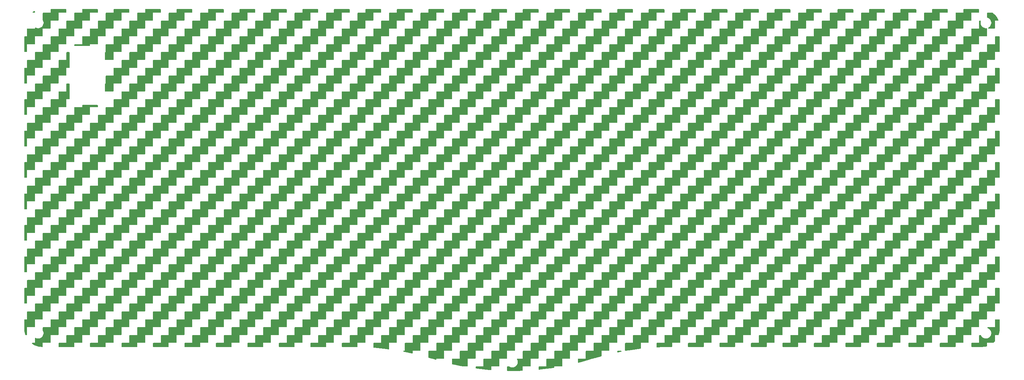
<source format=gbr>
G04 #@! TF.GenerationSoftware,KiCad,Pcbnew,8.0.2-1*
G04 #@! TF.CreationDate,2024-07-03T19:49:39+09:00*
G04 #@! TF.ProjectId,lagoon,6c61676f-6f6e-42e6-9b69-6361645f7063,rev?*
G04 #@! TF.SameCoordinates,Original*
G04 #@! TF.FileFunction,Copper,L1,Top*
G04 #@! TF.FilePolarity,Positive*
%FSLAX46Y46*%
G04 Gerber Fmt 4.6, Leading zero omitted, Abs format (unit mm)*
G04 Created by KiCad (PCBNEW 8.0.2-1) date 2024-07-03 19:49:39*
%MOMM*%
%LPD*%
G01*
G04 APERTURE LIST*
G04 APERTURE END LIST*
G04 #@! TA.AperFunction,NonConductor*
G36*
X15795035Y-13672854D02*
G01*
X15836567Y-13730435D01*
X15843750Y-13772368D01*
X15843750Y-13980250D01*
X15823748Y-14048371D01*
X15770092Y-14094864D01*
X15717750Y-14106250D01*
X15351758Y-14106250D01*
X15283637Y-14086248D01*
X15237144Y-14032592D01*
X15227040Y-13962318D01*
X15256534Y-13897738D01*
X15283909Y-13874077D01*
X15425406Y-13783661D01*
X15434800Y-13778216D01*
X15659336Y-13660727D01*
X15728965Y-13646868D01*
X15795035Y-13672854D01*
G37*
G04 #@! TD.AperFunction*
G04 #@! TA.AperFunction,NonConductor*
G36*
X259333164Y-14126252D02*
G01*
X259341764Y-14132301D01*
X259449831Y-14215253D01*
X259458266Y-14222336D01*
X259739332Y-14480148D01*
X259747124Y-14487951D01*
X260004535Y-14769340D01*
X260011619Y-14777799D01*
X260243432Y-15080639D01*
X260249749Y-15089686D01*
X260454180Y-15411644D01*
X260459681Y-15421209D01*
X260635157Y-15759815D01*
X260639800Y-15769824D01*
X260706681Y-15932284D01*
X260714117Y-16002890D01*
X260682200Y-16066308D01*
X260621064Y-16102403D01*
X260590168Y-16106250D01*
X259843750Y-16106250D01*
X259843750Y-17980250D01*
X259823748Y-18048371D01*
X259770092Y-18094864D01*
X259717750Y-18106250D01*
X258232550Y-18106250D01*
X258164429Y-18086248D01*
X258117936Y-18032592D01*
X258107832Y-17962318D01*
X258137326Y-17897738D01*
X258175345Y-17867984D01*
X258262060Y-17823801D01*
X258434036Y-17698854D01*
X258584348Y-17548542D01*
X258709295Y-17376566D01*
X258805801Y-17187162D01*
X258871490Y-16984993D01*
X258904744Y-16775037D01*
X258904744Y-16562463D01*
X258871490Y-16352507D01*
X258805801Y-16150338D01*
X258709295Y-15960934D01*
X258584348Y-15788958D01*
X258584345Y-15788955D01*
X258584343Y-15788952D01*
X258434041Y-15638650D01*
X258434038Y-15638648D01*
X258434036Y-15638646D01*
X258262060Y-15513699D01*
X258072656Y-15417193D01*
X257963947Y-15381871D01*
X257930813Y-15371105D01*
X257872208Y-15331031D01*
X257844571Y-15265634D01*
X257843750Y-15251272D01*
X257843750Y-14232250D01*
X257863752Y-14164129D01*
X257917408Y-14117636D01*
X257969750Y-14106250D01*
X259265043Y-14106250D01*
X259333164Y-14126252D01*
G37*
G04 #@! TD.AperFunction*
G04 #@! TA.AperFunction,NonConductor*
G36*
X39785871Y-13189252D02*
G01*
X39832364Y-13242908D01*
X39843750Y-13295250D01*
X39843750Y-13980250D01*
X39823748Y-14048371D01*
X39770092Y-14094864D01*
X39717750Y-14106250D01*
X37843750Y-14106250D01*
X37843750Y-15980250D01*
X37823748Y-16048371D01*
X37770092Y-16094864D01*
X37717750Y-16106250D01*
X35843750Y-16106250D01*
X35843750Y-17980250D01*
X35823748Y-18048371D01*
X35770092Y-18094864D01*
X35717750Y-18106250D01*
X33843750Y-18106250D01*
X33843750Y-19980250D01*
X33823748Y-20048371D01*
X33770092Y-20094864D01*
X33717750Y-20106250D01*
X31843750Y-20106250D01*
X31843750Y-21980250D01*
X31823748Y-22048371D01*
X31770092Y-22094864D01*
X31717750Y-22106250D01*
X29843750Y-22106250D01*
X29843750Y-22439459D01*
X29823748Y-22507580D01*
X29770092Y-22554073D01*
X29717750Y-22565459D01*
X26218817Y-22565459D01*
X26218618Y-22565446D01*
X26210515Y-22565447D01*
X26207869Y-22565447D01*
X26196857Y-22565449D01*
X26196710Y-22565406D01*
X26144622Y-22565415D01*
X26037565Y-22565433D01*
X26037312Y-22565434D01*
X26037306Y-22565434D01*
X25987698Y-22572574D01*
X25917423Y-22562480D01*
X25863761Y-22515994D01*
X25843750Y-22447876D01*
X25843750Y-22232250D01*
X25863752Y-22164129D01*
X25917408Y-22117636D01*
X25969750Y-22106250D01*
X27843750Y-22106250D01*
X27843750Y-20232250D01*
X27863752Y-20164129D01*
X27917408Y-20117636D01*
X27969750Y-20106250D01*
X29843750Y-20106250D01*
X29843750Y-18232250D01*
X29863752Y-18164129D01*
X29917408Y-18117636D01*
X29969750Y-18106250D01*
X31843750Y-18106250D01*
X31843750Y-16232250D01*
X31863752Y-16164129D01*
X31917408Y-16117636D01*
X31969750Y-16106250D01*
X33843750Y-16106250D01*
X33843750Y-14232250D01*
X33863752Y-14164129D01*
X33917408Y-14117636D01*
X33969750Y-14106250D01*
X35843750Y-14106250D01*
X35843750Y-13295250D01*
X35863752Y-13227129D01*
X35917408Y-13180636D01*
X35969750Y-13169250D01*
X39717750Y-13169250D01*
X39785871Y-13189252D01*
G37*
G04 #@! TD.AperFunction*
G04 #@! TA.AperFunction,NonConductor*
G36*
X23785871Y-13189252D02*
G01*
X23832364Y-13242908D01*
X23843750Y-13295250D01*
X23843750Y-13980250D01*
X23823748Y-14048371D01*
X23770092Y-14094864D01*
X23717750Y-14106250D01*
X21843750Y-14106250D01*
X21843750Y-15980250D01*
X21823748Y-16048371D01*
X21770092Y-16094864D01*
X21717750Y-16106250D01*
X19843750Y-16106250D01*
X19843750Y-17980250D01*
X19823748Y-18048371D01*
X19770092Y-18094864D01*
X19717750Y-18106250D01*
X17843750Y-18106250D01*
X17843750Y-19980250D01*
X17823748Y-20048371D01*
X17770092Y-20094864D01*
X17717750Y-20106250D01*
X15843750Y-20106250D01*
X15843750Y-21980250D01*
X15823748Y-22048371D01*
X15770092Y-22094864D01*
X15717750Y-22106250D01*
X13843750Y-22106250D01*
X13843750Y-23980250D01*
X13823748Y-24048371D01*
X13770092Y-24094864D01*
X13717750Y-24106250D01*
X13291550Y-24106250D01*
X13223429Y-24086248D01*
X13176936Y-24032592D01*
X13165550Y-23980257D01*
X13165528Y-23566459D01*
X13165355Y-20232257D01*
X13185354Y-20164135D01*
X13239007Y-20117639D01*
X13291355Y-20106250D01*
X13843750Y-20106250D01*
X13843750Y-18232250D01*
X13863752Y-18164129D01*
X13917408Y-18117636D01*
X13969750Y-18106250D01*
X15843750Y-18106250D01*
X15843750Y-17969705D01*
X15863752Y-17901584D01*
X15917408Y-17855091D01*
X15987682Y-17844987D01*
X16026946Y-17857435D01*
X16150338Y-17920307D01*
X16352507Y-17985996D01*
X16562463Y-18019250D01*
X16562466Y-18019250D01*
X16775034Y-18019250D01*
X16775037Y-18019250D01*
X16984993Y-17985996D01*
X17187162Y-17920307D01*
X17376566Y-17823801D01*
X17548542Y-17698854D01*
X17698854Y-17548542D01*
X17823801Y-17376566D01*
X17920307Y-17187162D01*
X17985996Y-16984993D01*
X18019250Y-16775037D01*
X18019250Y-16562463D01*
X17985996Y-16352507D01*
X17920307Y-16150338D01*
X17895883Y-16102403D01*
X17857483Y-16027037D01*
X17843750Y-15969835D01*
X17843750Y-14232250D01*
X17863752Y-14164129D01*
X17917408Y-14117636D01*
X17969750Y-14106250D01*
X19843750Y-14106250D01*
X19843750Y-13295250D01*
X19863752Y-13227129D01*
X19917408Y-13180636D01*
X19969750Y-13169250D01*
X23717750Y-13169250D01*
X23785871Y-13189252D01*
G37*
G04 #@! TD.AperFunction*
G04 #@! TA.AperFunction,NonConductor*
G36*
X47785871Y-13189252D02*
G01*
X47832364Y-13242908D01*
X47843750Y-13295250D01*
X47843750Y-13980250D01*
X47823748Y-14048371D01*
X47770092Y-14094864D01*
X47717750Y-14106250D01*
X45843750Y-14106250D01*
X45843750Y-15980250D01*
X45823748Y-16048371D01*
X45770092Y-16094864D01*
X45717750Y-16106250D01*
X43843750Y-16106250D01*
X43843750Y-17980250D01*
X43823748Y-18048371D01*
X43770092Y-18094864D01*
X43717750Y-18106250D01*
X41843750Y-18106250D01*
X41843750Y-19980250D01*
X41823748Y-20048371D01*
X41770092Y-20094864D01*
X41717750Y-20106250D01*
X39843750Y-20106250D01*
X39843750Y-21980250D01*
X39823748Y-22048371D01*
X39770092Y-22094864D01*
X39717750Y-22106250D01*
X37843750Y-22106250D01*
X37843750Y-23980250D01*
X37823748Y-24048371D01*
X37770092Y-24094864D01*
X37717750Y-24106250D01*
X35843750Y-24106250D01*
X35843750Y-25980250D01*
X35823748Y-26048371D01*
X35770092Y-26094864D01*
X35717750Y-26106250D01*
X33829982Y-26106250D01*
X33797998Y-26123715D01*
X33727183Y-26118650D01*
X33670347Y-26076103D01*
X33645536Y-26009583D01*
X33645215Y-26000594D01*
X33645215Y-24232250D01*
X33665217Y-24164129D01*
X33718873Y-24117636D01*
X33771215Y-24106250D01*
X33843750Y-24106250D01*
X33843750Y-22232250D01*
X33863752Y-22164129D01*
X33917408Y-22117636D01*
X33969750Y-22106250D01*
X35843750Y-22106250D01*
X35843750Y-20232250D01*
X35863752Y-20164129D01*
X35917408Y-20117636D01*
X35969750Y-20106250D01*
X37843750Y-20106250D01*
X37843750Y-18232250D01*
X37863752Y-18164129D01*
X37917408Y-18117636D01*
X37969750Y-18106250D01*
X39843750Y-18106250D01*
X39843750Y-16232250D01*
X39863752Y-16164129D01*
X39917408Y-16117636D01*
X39969750Y-16106250D01*
X41843750Y-16106250D01*
X41843750Y-14232250D01*
X41863752Y-14164129D01*
X41917408Y-14117636D01*
X41969750Y-14106250D01*
X43843750Y-14106250D01*
X43843750Y-13295250D01*
X43863752Y-13227129D01*
X43917408Y-13180636D01*
X43969750Y-13169250D01*
X47717750Y-13169250D01*
X47785871Y-13189252D01*
G37*
G04 #@! TD.AperFunction*
G04 #@! TA.AperFunction,NonConductor*
G36*
X31785871Y-13189252D02*
G01*
X31832364Y-13242908D01*
X31843750Y-13295250D01*
X31843750Y-13980250D01*
X31823748Y-14048371D01*
X31770092Y-14094864D01*
X31717750Y-14106250D01*
X29843750Y-14106250D01*
X29843750Y-15980250D01*
X29823748Y-16048371D01*
X29770092Y-16094864D01*
X29717750Y-16106250D01*
X27843750Y-16106250D01*
X27843750Y-17980250D01*
X27823748Y-18048371D01*
X27770092Y-18094864D01*
X27717750Y-18106250D01*
X25843750Y-18106250D01*
X25843750Y-19980250D01*
X25823748Y-20048371D01*
X25770092Y-20094864D01*
X25717750Y-20106250D01*
X23843750Y-20106250D01*
X23843750Y-21980250D01*
X23823748Y-22048371D01*
X23770092Y-22094864D01*
X23717750Y-22106250D01*
X21843750Y-22106250D01*
X21843750Y-23980250D01*
X21823748Y-24048371D01*
X21770092Y-24094864D01*
X21717750Y-24106250D01*
X19843750Y-24106250D01*
X19843750Y-25980250D01*
X19823748Y-26048371D01*
X19770092Y-26094864D01*
X19717750Y-26106250D01*
X17843750Y-26106250D01*
X17843750Y-27980250D01*
X17823748Y-28048371D01*
X17770092Y-28094864D01*
X17717750Y-28106250D01*
X15843750Y-28106250D01*
X15843750Y-29980250D01*
X15823748Y-30048371D01*
X15770092Y-30094864D01*
X15717750Y-30106250D01*
X13843750Y-30106250D01*
X13843750Y-31980250D01*
X13823748Y-32048371D01*
X13770092Y-32094864D01*
X13717750Y-32106250D01*
X13291969Y-32106250D01*
X13223848Y-32086248D01*
X13177355Y-32032592D01*
X13165969Y-31980257D01*
X13165871Y-30106250D01*
X13165774Y-28232257D01*
X13185773Y-28164135D01*
X13239426Y-28117639D01*
X13291774Y-28106250D01*
X13843750Y-28106250D01*
X13843750Y-26232250D01*
X13863752Y-26164129D01*
X13917408Y-26117636D01*
X13969750Y-26106250D01*
X15843750Y-26106250D01*
X15843750Y-24232250D01*
X15863752Y-24164129D01*
X15917408Y-24117636D01*
X15969750Y-24106250D01*
X17843750Y-24106250D01*
X17843750Y-22232250D01*
X17863752Y-22164129D01*
X17917408Y-22117636D01*
X17969750Y-22106250D01*
X19843750Y-22106250D01*
X19843750Y-20232250D01*
X19863752Y-20164129D01*
X19917408Y-20117636D01*
X19969750Y-20106250D01*
X21843750Y-20106250D01*
X21843750Y-18232250D01*
X21863752Y-18164129D01*
X21917408Y-18117636D01*
X21969750Y-18106250D01*
X23843750Y-18106250D01*
X23843750Y-16232250D01*
X23863752Y-16164129D01*
X23917408Y-16117636D01*
X23969750Y-16106250D01*
X25843750Y-16106250D01*
X25843750Y-14232250D01*
X25863752Y-14164129D01*
X25917408Y-14117636D01*
X25969750Y-14106250D01*
X27843750Y-14106250D01*
X27843750Y-13295250D01*
X27863752Y-13227129D01*
X27917408Y-13180636D01*
X27969750Y-13169250D01*
X31717750Y-13169250D01*
X31785871Y-13189252D01*
G37*
G04 #@! TD.AperFunction*
G04 #@! TA.AperFunction,NonConductor*
G36*
X55785871Y-13189252D02*
G01*
X55832364Y-13242908D01*
X55843750Y-13295250D01*
X55843750Y-13980250D01*
X55823748Y-14048371D01*
X55770092Y-14094864D01*
X55717750Y-14106250D01*
X53843750Y-14106250D01*
X53843750Y-15980250D01*
X53823748Y-16048371D01*
X53770092Y-16094864D01*
X53717750Y-16106250D01*
X51843750Y-16106250D01*
X51843750Y-17980250D01*
X51823748Y-18048371D01*
X51770092Y-18094864D01*
X51717750Y-18106250D01*
X49843750Y-18106250D01*
X49843750Y-19980250D01*
X49823748Y-20048371D01*
X49770092Y-20094864D01*
X49717750Y-20106250D01*
X47843750Y-20106250D01*
X47843750Y-21980250D01*
X47823748Y-22048371D01*
X47770092Y-22094864D01*
X47717750Y-22106250D01*
X45843750Y-22106250D01*
X45843750Y-23980250D01*
X45823748Y-24048371D01*
X45770092Y-24094864D01*
X45717750Y-24106250D01*
X43843750Y-24106250D01*
X43843750Y-25980250D01*
X43823748Y-26048371D01*
X43770092Y-26094864D01*
X43717750Y-26106250D01*
X41843750Y-26106250D01*
X41843750Y-27980250D01*
X41823748Y-28048371D01*
X41770092Y-28094864D01*
X41717750Y-28106250D01*
X39843750Y-28106250D01*
X39843750Y-29980250D01*
X39823748Y-30048371D01*
X39770092Y-30094864D01*
X39717750Y-30106250D01*
X37843750Y-30106250D01*
X37843750Y-31980250D01*
X37823748Y-32048371D01*
X37770092Y-32094864D01*
X37717750Y-32106250D01*
X35843750Y-32106250D01*
X35843750Y-33980250D01*
X35823748Y-34048371D01*
X35770092Y-34094864D01*
X35717750Y-34106250D01*
X33829982Y-34106250D01*
X33797998Y-34123715D01*
X33727183Y-34118650D01*
X33670347Y-34076103D01*
X33645536Y-34009583D01*
X33645215Y-34000594D01*
X33645215Y-32232250D01*
X33665217Y-32164129D01*
X33718873Y-32117636D01*
X33771215Y-32106250D01*
X33843750Y-32106250D01*
X33843750Y-30232250D01*
X33863752Y-30164129D01*
X33917408Y-30117636D01*
X33969750Y-30106250D01*
X35843750Y-30106250D01*
X35843750Y-28232250D01*
X35863752Y-28164129D01*
X35917408Y-28117636D01*
X35969750Y-28106250D01*
X37843750Y-28106250D01*
X37843750Y-26232250D01*
X37863752Y-26164129D01*
X37917408Y-26117636D01*
X37969750Y-26106250D01*
X39843750Y-26106250D01*
X39843750Y-24232250D01*
X39863752Y-24164129D01*
X39917408Y-24117636D01*
X39969750Y-24106250D01*
X41843750Y-24106250D01*
X41843750Y-22232250D01*
X41863752Y-22164129D01*
X41917408Y-22117636D01*
X41969750Y-22106250D01*
X43843750Y-22106250D01*
X43843750Y-20232250D01*
X43863752Y-20164129D01*
X43917408Y-20117636D01*
X43969750Y-20106250D01*
X45843750Y-20106250D01*
X45843750Y-18232250D01*
X45863752Y-18164129D01*
X45917408Y-18117636D01*
X45969750Y-18106250D01*
X47843750Y-18106250D01*
X47843750Y-16232250D01*
X47863752Y-16164129D01*
X47917408Y-16117636D01*
X47969750Y-16106250D01*
X49843750Y-16106250D01*
X49843750Y-14232250D01*
X49863752Y-14164129D01*
X49917408Y-14117636D01*
X49969750Y-14106250D01*
X51843750Y-14106250D01*
X51843750Y-13295250D01*
X51863752Y-13227129D01*
X51917408Y-13180636D01*
X51969750Y-13169250D01*
X55717750Y-13169250D01*
X55785871Y-13189252D01*
G37*
G04 #@! TD.AperFunction*
G04 #@! TA.AperFunction,NonConductor*
G36*
X24586336Y-24126252D02*
G01*
X24632829Y-24179908D01*
X24644215Y-24232250D01*
X24644215Y-27980250D01*
X24624213Y-28048371D01*
X24570557Y-28094864D01*
X24518215Y-28106250D01*
X23843750Y-28106250D01*
X23843750Y-29980250D01*
X23823748Y-30048371D01*
X23770092Y-30094864D01*
X23717750Y-30106250D01*
X21843750Y-30106250D01*
X21843750Y-31980250D01*
X21823748Y-32048371D01*
X21770092Y-32094864D01*
X21717750Y-32106250D01*
X19843750Y-32106250D01*
X19843750Y-33980250D01*
X19823748Y-34048371D01*
X19770092Y-34094864D01*
X19717750Y-34106250D01*
X17843750Y-34106250D01*
X17843750Y-35980250D01*
X17823748Y-36048371D01*
X17770092Y-36094864D01*
X17717750Y-36106250D01*
X15843750Y-36106250D01*
X15843750Y-37980250D01*
X15823748Y-38048371D01*
X15770092Y-38094864D01*
X15717750Y-38106250D01*
X13843750Y-38106250D01*
X13843750Y-39980250D01*
X13823748Y-40048371D01*
X13770092Y-40094864D01*
X13717750Y-40106250D01*
X13292388Y-40106250D01*
X13224267Y-40086248D01*
X13177774Y-40032592D01*
X13166388Y-39980257D01*
X13166290Y-38106250D01*
X13166193Y-36232257D01*
X13186192Y-36164135D01*
X13239845Y-36117639D01*
X13292193Y-36106250D01*
X13843750Y-36106250D01*
X13843750Y-34232250D01*
X13863752Y-34164129D01*
X13917408Y-34117636D01*
X13969750Y-34106250D01*
X15843750Y-34106250D01*
X15843750Y-32232250D01*
X15863752Y-32164129D01*
X15917408Y-32117636D01*
X15969750Y-32106250D01*
X17843750Y-32106250D01*
X17843750Y-30232250D01*
X17863752Y-30164129D01*
X17917408Y-30117636D01*
X17969750Y-30106250D01*
X19843750Y-30106250D01*
X19843750Y-28232250D01*
X19863752Y-28164129D01*
X19917408Y-28117636D01*
X19969750Y-28106250D01*
X21843750Y-28106250D01*
X21843750Y-26232250D01*
X21863752Y-26164129D01*
X21917408Y-26117636D01*
X21969750Y-26106250D01*
X23843750Y-26106250D01*
X23843750Y-24232250D01*
X23863752Y-24164129D01*
X23917408Y-24117636D01*
X23969750Y-24106250D01*
X24518215Y-24106250D01*
X24586336Y-24126252D01*
G37*
G04 #@! TD.AperFunction*
G04 #@! TA.AperFunction,NonConductor*
G36*
X24586336Y-32126252D02*
G01*
X24632829Y-32179908D01*
X24644215Y-32232250D01*
X24644215Y-35980250D01*
X24624213Y-36048371D01*
X24570557Y-36094864D01*
X24518215Y-36106250D01*
X23843750Y-36106250D01*
X23843750Y-37980250D01*
X23823748Y-38048371D01*
X23770092Y-38094864D01*
X23717750Y-38106250D01*
X21843750Y-38106250D01*
X21843750Y-39980250D01*
X21823748Y-40048371D01*
X21770092Y-40094864D01*
X21717750Y-40106250D01*
X19843750Y-40106250D01*
X19843750Y-41980250D01*
X19823748Y-42048371D01*
X19770092Y-42094864D01*
X19717750Y-42106250D01*
X17843750Y-42106250D01*
X17843750Y-43980250D01*
X17823748Y-44048371D01*
X17770092Y-44094864D01*
X17717750Y-44106250D01*
X15843750Y-44106250D01*
X15843750Y-45980250D01*
X15823748Y-46048371D01*
X15770092Y-46094864D01*
X15717750Y-46106250D01*
X13843750Y-46106250D01*
X13843750Y-47980250D01*
X13823748Y-48048371D01*
X13770092Y-48094864D01*
X13717750Y-48106250D01*
X13292807Y-48106250D01*
X13224686Y-48086248D01*
X13178193Y-48032592D01*
X13166807Y-47980257D01*
X13166611Y-44232257D01*
X13186609Y-44164135D01*
X13240263Y-44117639D01*
X13292611Y-44106250D01*
X13843750Y-44106250D01*
X13843750Y-42232250D01*
X13863752Y-42164129D01*
X13917408Y-42117636D01*
X13969750Y-42106250D01*
X15843750Y-42106250D01*
X15843750Y-40232250D01*
X15863752Y-40164129D01*
X15917408Y-40117636D01*
X15969750Y-40106250D01*
X17843750Y-40106250D01*
X17843750Y-38232250D01*
X17863752Y-38164129D01*
X17917408Y-38117636D01*
X17969750Y-38106250D01*
X19843750Y-38106250D01*
X19843750Y-36232250D01*
X19863752Y-36164129D01*
X19917408Y-36117636D01*
X19969750Y-36106250D01*
X21843750Y-36106250D01*
X21843750Y-34232250D01*
X21863752Y-34164129D01*
X21917408Y-34117636D01*
X21969750Y-34106250D01*
X23843750Y-34106250D01*
X23843750Y-32232250D01*
X23863752Y-32164129D01*
X23917408Y-32117636D01*
X23969750Y-32106250D01*
X24518215Y-32106250D01*
X24586336Y-32126252D01*
G37*
G04 #@! TD.AperFunction*
G04 #@! TA.AperFunction,NonConductor*
G36*
X31785871Y-37586461D02*
G01*
X31832364Y-37640117D01*
X31843750Y-37692459D01*
X31843750Y-37980250D01*
X31823748Y-38048371D01*
X31770092Y-38094864D01*
X31717750Y-38106250D01*
X29843750Y-38106250D01*
X29843750Y-39980250D01*
X29823748Y-40048371D01*
X29770092Y-40094864D01*
X29717750Y-40106250D01*
X27843750Y-40106250D01*
X27843750Y-41980250D01*
X27823748Y-42048371D01*
X27770092Y-42094864D01*
X27717750Y-42106250D01*
X25843750Y-42106250D01*
X25843750Y-43980250D01*
X25823748Y-44048371D01*
X25770092Y-44094864D01*
X25717750Y-44106250D01*
X23843750Y-44106250D01*
X23843750Y-45980250D01*
X23823748Y-46048371D01*
X23770092Y-46094864D01*
X23717750Y-46106250D01*
X21843750Y-46106250D01*
X21843750Y-47980250D01*
X21823748Y-48048371D01*
X21770092Y-48094864D01*
X21717750Y-48106250D01*
X19843750Y-48106250D01*
X19843750Y-49980250D01*
X19823748Y-50048371D01*
X19770092Y-50094864D01*
X19717750Y-50106250D01*
X17843750Y-50106250D01*
X17843750Y-51980250D01*
X17823748Y-52048371D01*
X17770092Y-52094864D01*
X17717750Y-52106250D01*
X15843750Y-52106250D01*
X15843750Y-53980250D01*
X15823748Y-54048371D01*
X15770092Y-54094864D01*
X15717750Y-54106250D01*
X13843750Y-54106250D01*
X13843750Y-55980250D01*
X13823748Y-56048371D01*
X13770092Y-56094864D01*
X13717750Y-56106250D01*
X13293226Y-56106250D01*
X13225105Y-56086248D01*
X13178612Y-56032592D01*
X13167226Y-55980257D01*
X13167030Y-52232257D01*
X13187028Y-52164135D01*
X13240682Y-52117639D01*
X13293030Y-52106250D01*
X13843750Y-52106250D01*
X13843750Y-50232250D01*
X13863752Y-50164129D01*
X13917408Y-50117636D01*
X13969750Y-50106250D01*
X15843750Y-50106250D01*
X15843750Y-48232250D01*
X15863752Y-48164129D01*
X15917408Y-48117636D01*
X15969750Y-48106250D01*
X17843750Y-48106250D01*
X17843750Y-46232250D01*
X17863752Y-46164129D01*
X17917408Y-46117636D01*
X17969750Y-46106250D01*
X19843750Y-46106250D01*
X19843750Y-44232250D01*
X19863752Y-44164129D01*
X19917408Y-44117636D01*
X19969750Y-44106250D01*
X21843750Y-44106250D01*
X21843750Y-42232250D01*
X21863752Y-42164129D01*
X21917408Y-42117636D01*
X21969750Y-42106250D01*
X23843750Y-42106250D01*
X23843750Y-40232250D01*
X23863752Y-40164129D01*
X23917408Y-40117636D01*
X23969750Y-40106250D01*
X25843750Y-40106250D01*
X25843750Y-38232250D01*
X25863752Y-38164129D01*
X25917408Y-38117636D01*
X25969750Y-38106250D01*
X27843750Y-38106250D01*
X27843750Y-37692459D01*
X27863752Y-37624338D01*
X27917408Y-37577845D01*
X27969750Y-37566459D01*
X31717750Y-37566459D01*
X31785871Y-37586461D01*
G37*
G04 #@! TD.AperFunction*
G04 #@! TA.AperFunction,NonConductor*
G36*
X63785871Y-13189252D02*
G01*
X63832364Y-13242908D01*
X63843750Y-13295250D01*
X63843750Y-13980250D01*
X63823748Y-14048371D01*
X63770092Y-14094864D01*
X63717750Y-14106250D01*
X61843750Y-14106250D01*
X61843750Y-15980250D01*
X61823748Y-16048371D01*
X61770092Y-16094864D01*
X61717750Y-16106250D01*
X59843750Y-16106250D01*
X59843750Y-17980250D01*
X59823748Y-18048371D01*
X59770092Y-18094864D01*
X59717750Y-18106250D01*
X57843750Y-18106250D01*
X57843750Y-19980250D01*
X57823748Y-20048371D01*
X57770092Y-20094864D01*
X57717750Y-20106250D01*
X55843750Y-20106250D01*
X55843750Y-21980250D01*
X55823748Y-22048371D01*
X55770092Y-22094864D01*
X55717750Y-22106250D01*
X53843750Y-22106250D01*
X53843750Y-23980250D01*
X53823748Y-24048371D01*
X53770092Y-24094864D01*
X53717750Y-24106250D01*
X51843750Y-24106250D01*
X51843750Y-25980250D01*
X51823748Y-26048371D01*
X51770092Y-26094864D01*
X51717750Y-26106250D01*
X49843750Y-26106250D01*
X49843750Y-27980250D01*
X49823748Y-28048371D01*
X49770092Y-28094864D01*
X49717750Y-28106250D01*
X47843750Y-28106250D01*
X47843750Y-29980250D01*
X47823748Y-30048371D01*
X47770092Y-30094864D01*
X47717750Y-30106250D01*
X45843750Y-30106250D01*
X45843750Y-31980250D01*
X45823748Y-32048371D01*
X45770092Y-32094864D01*
X45717750Y-32106250D01*
X43843750Y-32106250D01*
X43843750Y-33980250D01*
X43823748Y-34048371D01*
X43770092Y-34094864D01*
X43717750Y-34106250D01*
X41843750Y-34106250D01*
X41843750Y-35980250D01*
X41823748Y-36048371D01*
X41770092Y-36094864D01*
X41717750Y-36106250D01*
X39843750Y-36106250D01*
X39843750Y-37980250D01*
X39823748Y-38048371D01*
X39770092Y-38094864D01*
X39717750Y-38106250D01*
X37843750Y-38106250D01*
X37843750Y-39980250D01*
X37823748Y-40048371D01*
X37770092Y-40094864D01*
X37717750Y-40106250D01*
X35843750Y-40106250D01*
X35843750Y-41980250D01*
X35823748Y-42048371D01*
X35770092Y-42094864D01*
X35717750Y-42106250D01*
X33843750Y-42106250D01*
X33843750Y-43980250D01*
X33823748Y-44048371D01*
X33770092Y-44094864D01*
X33717750Y-44106250D01*
X31843750Y-44106250D01*
X31843750Y-45980250D01*
X31823748Y-46048371D01*
X31770092Y-46094864D01*
X31717750Y-46106250D01*
X29843750Y-46106250D01*
X29843750Y-47980250D01*
X29823748Y-48048371D01*
X29770092Y-48094864D01*
X29717750Y-48106250D01*
X27843750Y-48106250D01*
X27843750Y-49980250D01*
X27823748Y-50048371D01*
X27770092Y-50094864D01*
X27717750Y-50106250D01*
X25843750Y-50106250D01*
X25843750Y-51980250D01*
X25823748Y-52048371D01*
X25770092Y-52094864D01*
X25717750Y-52106250D01*
X23843750Y-52106250D01*
X23843750Y-53980250D01*
X23823748Y-54048371D01*
X23770092Y-54094864D01*
X23717750Y-54106250D01*
X21843750Y-54106250D01*
X21843750Y-55980250D01*
X21823748Y-56048371D01*
X21770092Y-56094864D01*
X21717750Y-56106250D01*
X19843750Y-56106250D01*
X19843750Y-57980250D01*
X19823748Y-58048371D01*
X19770092Y-58094864D01*
X19717750Y-58106250D01*
X17843750Y-58106250D01*
X17843750Y-59980250D01*
X17823748Y-60048371D01*
X17770092Y-60094864D01*
X17717750Y-60106250D01*
X15843750Y-60106250D01*
X15843750Y-61980250D01*
X15823748Y-62048371D01*
X15770092Y-62094864D01*
X15717750Y-62106250D01*
X13843750Y-62106250D01*
X13843750Y-63980250D01*
X13823748Y-64048371D01*
X13770092Y-64094864D01*
X13717750Y-64106250D01*
X13293645Y-64106250D01*
X13225524Y-64086248D01*
X13179031Y-64032592D01*
X13167645Y-63980257D01*
X13167449Y-60232257D01*
X13187447Y-60164135D01*
X13241101Y-60117639D01*
X13293449Y-60106250D01*
X13843750Y-60106250D01*
X13843750Y-58232250D01*
X13863752Y-58164129D01*
X13917408Y-58117636D01*
X13969750Y-58106250D01*
X15843750Y-58106250D01*
X15843750Y-56232250D01*
X15863752Y-56164129D01*
X15917408Y-56117636D01*
X15969750Y-56106250D01*
X17843750Y-56106250D01*
X17843750Y-54232250D01*
X17863752Y-54164129D01*
X17917408Y-54117636D01*
X17969750Y-54106250D01*
X19843750Y-54106250D01*
X19843750Y-52232250D01*
X19863752Y-52164129D01*
X19917408Y-52117636D01*
X19969750Y-52106250D01*
X21843750Y-52106250D01*
X21843750Y-50232250D01*
X21863752Y-50164129D01*
X21917408Y-50117636D01*
X21969750Y-50106250D01*
X23843750Y-50106250D01*
X23843750Y-48232250D01*
X23863752Y-48164129D01*
X23917408Y-48117636D01*
X23969750Y-48106250D01*
X25843750Y-48106250D01*
X25843750Y-46232250D01*
X25863752Y-46164129D01*
X25917408Y-46117636D01*
X25969750Y-46106250D01*
X27843750Y-46106250D01*
X27843750Y-44232250D01*
X27863752Y-44164129D01*
X27917408Y-44117636D01*
X27969750Y-44106250D01*
X29843750Y-44106250D01*
X29843750Y-42232250D01*
X29863752Y-42164129D01*
X29917408Y-42117636D01*
X29969750Y-42106250D01*
X31843750Y-42106250D01*
X31843750Y-40232250D01*
X31863752Y-40164129D01*
X31917408Y-40117636D01*
X31969750Y-40106250D01*
X33843750Y-40106250D01*
X33843750Y-38232250D01*
X33863752Y-38164129D01*
X33917408Y-38117636D01*
X33969750Y-38106250D01*
X35843750Y-38106250D01*
X35843750Y-36232250D01*
X35863752Y-36164129D01*
X35917408Y-36117636D01*
X35969750Y-36106250D01*
X37843750Y-36106250D01*
X37843750Y-34232250D01*
X37863752Y-34164129D01*
X37917408Y-34117636D01*
X37969750Y-34106250D01*
X39843750Y-34106250D01*
X39843750Y-32232250D01*
X39863752Y-32164129D01*
X39917408Y-32117636D01*
X39969750Y-32106250D01*
X41843750Y-32106250D01*
X41843750Y-30232250D01*
X41863752Y-30164129D01*
X41917408Y-30117636D01*
X41969750Y-30106250D01*
X43843750Y-30106250D01*
X43843750Y-28232250D01*
X43863752Y-28164129D01*
X43917408Y-28117636D01*
X43969750Y-28106250D01*
X45843750Y-28106250D01*
X45843750Y-26232250D01*
X45863752Y-26164129D01*
X45917408Y-26117636D01*
X45969750Y-26106250D01*
X47843750Y-26106250D01*
X47843750Y-24232250D01*
X47863752Y-24164129D01*
X47917408Y-24117636D01*
X47969750Y-24106250D01*
X49843750Y-24106250D01*
X49843750Y-22232250D01*
X49863752Y-22164129D01*
X49917408Y-22117636D01*
X49969750Y-22106250D01*
X51843750Y-22106250D01*
X51843750Y-20232250D01*
X51863752Y-20164129D01*
X51917408Y-20117636D01*
X51969750Y-20106250D01*
X53843750Y-20106250D01*
X53843750Y-18232250D01*
X53863752Y-18164129D01*
X53917408Y-18117636D01*
X53969750Y-18106250D01*
X55843750Y-18106250D01*
X55843750Y-16232250D01*
X55863752Y-16164129D01*
X55917408Y-16117636D01*
X55969750Y-16106250D01*
X57843750Y-16106250D01*
X57843750Y-14232250D01*
X57863752Y-14164129D01*
X57917408Y-14117636D01*
X57969750Y-14106250D01*
X59843750Y-14106250D01*
X59843750Y-13295250D01*
X59863752Y-13227129D01*
X59917408Y-13180636D01*
X59969750Y-13169250D01*
X63717750Y-13169250D01*
X63785871Y-13189252D01*
G37*
G04 #@! TD.AperFunction*
G04 #@! TA.AperFunction,NonConductor*
G36*
X71785871Y-13189252D02*
G01*
X71832364Y-13242908D01*
X71843750Y-13295250D01*
X71843750Y-13980250D01*
X71823748Y-14048371D01*
X71770092Y-14094864D01*
X71717750Y-14106250D01*
X69843750Y-14106250D01*
X69843750Y-15980250D01*
X69823748Y-16048371D01*
X69770092Y-16094864D01*
X69717750Y-16106250D01*
X67843750Y-16106250D01*
X67843750Y-17980250D01*
X67823748Y-18048371D01*
X67770092Y-18094864D01*
X67717750Y-18106250D01*
X65843750Y-18106250D01*
X65843750Y-19980250D01*
X65823748Y-20048371D01*
X65770092Y-20094864D01*
X65717750Y-20106250D01*
X63843750Y-20106250D01*
X63843750Y-21980250D01*
X63823748Y-22048371D01*
X63770092Y-22094864D01*
X63717750Y-22106250D01*
X61843750Y-22106250D01*
X61843750Y-23980250D01*
X61823748Y-24048371D01*
X61770092Y-24094864D01*
X61717750Y-24106250D01*
X59843750Y-24106250D01*
X59843750Y-25980250D01*
X59823748Y-26048371D01*
X59770092Y-26094864D01*
X59717750Y-26106250D01*
X57843750Y-26106250D01*
X57843750Y-27980250D01*
X57823748Y-28048371D01*
X57770092Y-28094864D01*
X57717750Y-28106250D01*
X55843750Y-28106250D01*
X55843750Y-29980250D01*
X55823748Y-30048371D01*
X55770092Y-30094864D01*
X55717750Y-30106250D01*
X53843750Y-30106250D01*
X53843750Y-31980250D01*
X53823748Y-32048371D01*
X53770092Y-32094864D01*
X53717750Y-32106250D01*
X51843750Y-32106250D01*
X51843750Y-33980250D01*
X51823748Y-34048371D01*
X51770092Y-34094864D01*
X51717750Y-34106250D01*
X49843750Y-34106250D01*
X49843750Y-35980250D01*
X49823748Y-36048371D01*
X49770092Y-36094864D01*
X49717750Y-36106250D01*
X47843750Y-36106250D01*
X47843750Y-37980250D01*
X47823748Y-38048371D01*
X47770092Y-38094864D01*
X47717750Y-38106250D01*
X45843750Y-38106250D01*
X45843750Y-39980250D01*
X45823748Y-40048371D01*
X45770092Y-40094864D01*
X45717750Y-40106250D01*
X43843750Y-40106250D01*
X43843750Y-41980250D01*
X43823748Y-42048371D01*
X43770092Y-42094864D01*
X43717750Y-42106250D01*
X41843750Y-42106250D01*
X41843750Y-43980250D01*
X41823748Y-44048371D01*
X41770092Y-44094864D01*
X41717750Y-44106250D01*
X39843750Y-44106250D01*
X39843750Y-45980250D01*
X39823748Y-46048371D01*
X39770092Y-46094864D01*
X39717750Y-46106250D01*
X37843750Y-46106250D01*
X37843750Y-47980250D01*
X37823748Y-48048371D01*
X37770092Y-48094864D01*
X37717750Y-48106250D01*
X35843750Y-48106250D01*
X35843750Y-49980250D01*
X35823748Y-50048371D01*
X35770092Y-50094864D01*
X35717750Y-50106250D01*
X33843750Y-50106250D01*
X33843750Y-51980250D01*
X33823748Y-52048371D01*
X33770092Y-52094864D01*
X33717750Y-52106250D01*
X31843750Y-52106250D01*
X31843750Y-53980250D01*
X31823748Y-54048371D01*
X31770092Y-54094864D01*
X31717750Y-54106250D01*
X29843750Y-54106250D01*
X29843750Y-55980250D01*
X29823748Y-56048371D01*
X29770092Y-56094864D01*
X29717750Y-56106250D01*
X27843750Y-56106250D01*
X27843750Y-57980250D01*
X27823748Y-58048371D01*
X27770092Y-58094864D01*
X27717750Y-58106250D01*
X25843750Y-58106250D01*
X25843750Y-59980250D01*
X25823748Y-60048371D01*
X25770092Y-60094864D01*
X25717750Y-60106250D01*
X23843750Y-60106250D01*
X23843750Y-61980250D01*
X23823748Y-62048371D01*
X23770092Y-62094864D01*
X23717750Y-62106250D01*
X21843750Y-62106250D01*
X21843750Y-63980250D01*
X21823748Y-64048371D01*
X21770092Y-64094864D01*
X21717750Y-64106250D01*
X19843750Y-64106250D01*
X19843750Y-65980250D01*
X19823748Y-66048371D01*
X19770092Y-66094864D01*
X19717750Y-66106250D01*
X17843750Y-66106250D01*
X17843750Y-67980250D01*
X17823748Y-68048371D01*
X17770092Y-68094864D01*
X17717750Y-68106250D01*
X15843750Y-68106250D01*
X15843750Y-69980250D01*
X15823748Y-70048371D01*
X15770092Y-70094864D01*
X15717750Y-70106250D01*
X13843750Y-70106250D01*
X13843750Y-71980250D01*
X13823748Y-72048371D01*
X13770092Y-72094864D01*
X13717750Y-72106250D01*
X13294063Y-72106250D01*
X13225942Y-72086248D01*
X13179449Y-72032592D01*
X13168063Y-71980257D01*
X13167965Y-70106250D01*
X13167868Y-68232257D01*
X13187867Y-68164135D01*
X13241520Y-68117639D01*
X13293868Y-68106250D01*
X13843750Y-68106250D01*
X13843750Y-66232250D01*
X13863752Y-66164129D01*
X13917408Y-66117636D01*
X13969750Y-66106250D01*
X15843750Y-66106250D01*
X15843750Y-64232250D01*
X15863752Y-64164129D01*
X15917408Y-64117636D01*
X15969750Y-64106250D01*
X17843750Y-64106250D01*
X17843750Y-62232250D01*
X17863752Y-62164129D01*
X17917408Y-62117636D01*
X17969750Y-62106250D01*
X19843750Y-62106250D01*
X19843750Y-60232250D01*
X19863752Y-60164129D01*
X19917408Y-60117636D01*
X19969750Y-60106250D01*
X21843750Y-60106250D01*
X21843750Y-58232250D01*
X21863752Y-58164129D01*
X21917408Y-58117636D01*
X21969750Y-58106250D01*
X23843750Y-58106250D01*
X23843750Y-56232250D01*
X23863752Y-56164129D01*
X23917408Y-56117636D01*
X23969750Y-56106250D01*
X25843750Y-56106250D01*
X25843750Y-54232250D01*
X25863752Y-54164129D01*
X25917408Y-54117636D01*
X25969750Y-54106250D01*
X27843750Y-54106250D01*
X27843750Y-52232250D01*
X27863752Y-52164129D01*
X27917408Y-52117636D01*
X27969750Y-52106250D01*
X29843750Y-52106250D01*
X29843750Y-50232250D01*
X29863752Y-50164129D01*
X29917408Y-50117636D01*
X29969750Y-50106250D01*
X31843750Y-50106250D01*
X31843750Y-48232250D01*
X31863752Y-48164129D01*
X31917408Y-48117636D01*
X31969750Y-48106250D01*
X33843750Y-48106250D01*
X33843750Y-46232250D01*
X33863752Y-46164129D01*
X33917408Y-46117636D01*
X33969750Y-46106250D01*
X35843750Y-46106250D01*
X35843750Y-44232250D01*
X35863752Y-44164129D01*
X35917408Y-44117636D01*
X35969750Y-44106250D01*
X37843750Y-44106250D01*
X37843750Y-42232250D01*
X37863752Y-42164129D01*
X37917408Y-42117636D01*
X37969750Y-42106250D01*
X39843750Y-42106250D01*
X39843750Y-40232250D01*
X39863752Y-40164129D01*
X39917408Y-40117636D01*
X39969750Y-40106250D01*
X41843750Y-40106250D01*
X41843750Y-38232250D01*
X41863752Y-38164129D01*
X41917408Y-38117636D01*
X41969750Y-38106250D01*
X43843750Y-38106250D01*
X43843750Y-36232250D01*
X43863752Y-36164129D01*
X43917408Y-36117636D01*
X43969750Y-36106250D01*
X45843750Y-36106250D01*
X45843750Y-34232250D01*
X45863752Y-34164129D01*
X45917408Y-34117636D01*
X45969750Y-34106250D01*
X47843750Y-34106250D01*
X47843750Y-32232250D01*
X47863752Y-32164129D01*
X47917408Y-32117636D01*
X47969750Y-32106250D01*
X49843750Y-32106250D01*
X49843750Y-30232250D01*
X49863752Y-30164129D01*
X49917408Y-30117636D01*
X49969750Y-30106250D01*
X51843750Y-30106250D01*
X51843750Y-28232250D01*
X51863752Y-28164129D01*
X51917408Y-28117636D01*
X51969750Y-28106250D01*
X53843750Y-28106250D01*
X53843750Y-26232250D01*
X53863752Y-26164129D01*
X53917408Y-26117636D01*
X53969750Y-26106250D01*
X55843750Y-26106250D01*
X55843750Y-24232250D01*
X55863752Y-24164129D01*
X55917408Y-24117636D01*
X55969750Y-24106250D01*
X57843750Y-24106250D01*
X57843750Y-22232250D01*
X57863752Y-22164129D01*
X57917408Y-22117636D01*
X57969750Y-22106250D01*
X59843750Y-22106250D01*
X59843750Y-20232250D01*
X59863752Y-20164129D01*
X59917408Y-20117636D01*
X59969750Y-20106250D01*
X61843750Y-20106250D01*
X61843750Y-18232250D01*
X61863752Y-18164129D01*
X61917408Y-18117636D01*
X61969750Y-18106250D01*
X63843750Y-18106250D01*
X63843750Y-16232250D01*
X63863752Y-16164129D01*
X63917408Y-16117636D01*
X63969750Y-16106250D01*
X65843750Y-16106250D01*
X65843750Y-14232250D01*
X65863752Y-14164129D01*
X65917408Y-14117636D01*
X65969750Y-14106250D01*
X67843750Y-14106250D01*
X67843750Y-13295250D01*
X67863752Y-13227129D01*
X67917408Y-13180636D01*
X67969750Y-13169250D01*
X71717750Y-13169250D01*
X71785871Y-13189252D01*
G37*
G04 #@! TD.AperFunction*
G04 #@! TA.AperFunction,NonConductor*
G36*
X79785871Y-13189252D02*
G01*
X79832364Y-13242908D01*
X79843750Y-13295250D01*
X79843750Y-13980250D01*
X79823748Y-14048371D01*
X79770092Y-14094864D01*
X79717750Y-14106250D01*
X77843750Y-14106250D01*
X77843750Y-15980250D01*
X77823748Y-16048371D01*
X77770092Y-16094864D01*
X77717750Y-16106250D01*
X75843750Y-16106250D01*
X75843750Y-17980250D01*
X75823748Y-18048371D01*
X75770092Y-18094864D01*
X75717750Y-18106250D01*
X73843750Y-18106250D01*
X73843750Y-19980250D01*
X73823748Y-20048371D01*
X73770092Y-20094864D01*
X73717750Y-20106250D01*
X71843750Y-20106250D01*
X71843750Y-21980250D01*
X71823748Y-22048371D01*
X71770092Y-22094864D01*
X71717750Y-22106250D01*
X69843750Y-22106250D01*
X69843750Y-23980250D01*
X69823748Y-24048371D01*
X69770092Y-24094864D01*
X69717750Y-24106250D01*
X67843750Y-24106250D01*
X67843750Y-25980250D01*
X67823748Y-26048371D01*
X67770092Y-26094864D01*
X67717750Y-26106250D01*
X65843750Y-26106250D01*
X65843750Y-27980250D01*
X65823748Y-28048371D01*
X65770092Y-28094864D01*
X65717750Y-28106250D01*
X63843750Y-28106250D01*
X63843750Y-29980250D01*
X63823748Y-30048371D01*
X63770092Y-30094864D01*
X63717750Y-30106250D01*
X61843750Y-30106250D01*
X61843750Y-31980250D01*
X61823748Y-32048371D01*
X61770092Y-32094864D01*
X61717750Y-32106250D01*
X59843750Y-32106250D01*
X59843750Y-33980250D01*
X59823748Y-34048371D01*
X59770092Y-34094864D01*
X59717750Y-34106250D01*
X57843750Y-34106250D01*
X57843750Y-35980250D01*
X57823748Y-36048371D01*
X57770092Y-36094864D01*
X57717750Y-36106250D01*
X55843750Y-36106250D01*
X55843750Y-37980250D01*
X55823748Y-38048371D01*
X55770092Y-38094864D01*
X55717750Y-38106250D01*
X53843750Y-38106250D01*
X53843750Y-39980250D01*
X53823748Y-40048371D01*
X53770092Y-40094864D01*
X53717750Y-40106250D01*
X51843750Y-40106250D01*
X51843750Y-41980250D01*
X51823748Y-42048371D01*
X51770092Y-42094864D01*
X51717750Y-42106250D01*
X49843750Y-42106250D01*
X49843750Y-43980250D01*
X49823748Y-44048371D01*
X49770092Y-44094864D01*
X49717750Y-44106250D01*
X47843750Y-44106250D01*
X47843750Y-45980250D01*
X47823748Y-46048371D01*
X47770092Y-46094864D01*
X47717750Y-46106250D01*
X45843750Y-46106250D01*
X45843750Y-47980250D01*
X45823748Y-48048371D01*
X45770092Y-48094864D01*
X45717750Y-48106250D01*
X43843750Y-48106250D01*
X43843750Y-49980250D01*
X43823748Y-50048371D01*
X43770092Y-50094864D01*
X43717750Y-50106250D01*
X41843750Y-50106250D01*
X41843750Y-51980250D01*
X41823748Y-52048371D01*
X41770092Y-52094864D01*
X41717750Y-52106250D01*
X39843750Y-52106250D01*
X39843750Y-53980250D01*
X39823748Y-54048371D01*
X39770092Y-54094864D01*
X39717750Y-54106250D01*
X37843750Y-54106250D01*
X37843750Y-55980250D01*
X37823748Y-56048371D01*
X37770092Y-56094864D01*
X37717750Y-56106250D01*
X35843750Y-56106250D01*
X35843750Y-57980250D01*
X35823748Y-58048371D01*
X35770092Y-58094864D01*
X35717750Y-58106250D01*
X33843750Y-58106250D01*
X33843750Y-59980250D01*
X33823748Y-60048371D01*
X33770092Y-60094864D01*
X33717750Y-60106250D01*
X31843750Y-60106250D01*
X31843750Y-61980250D01*
X31823748Y-62048371D01*
X31770092Y-62094864D01*
X31717750Y-62106250D01*
X29843750Y-62106250D01*
X29843750Y-63980250D01*
X29823748Y-64048371D01*
X29770092Y-64094864D01*
X29717750Y-64106250D01*
X27843750Y-64106250D01*
X27843750Y-65980250D01*
X27823748Y-66048371D01*
X27770092Y-66094864D01*
X27717750Y-66106250D01*
X25843750Y-66106250D01*
X25843750Y-67980250D01*
X25823748Y-68048371D01*
X25770092Y-68094864D01*
X25717750Y-68106250D01*
X23843750Y-68106250D01*
X23843750Y-69980250D01*
X23823748Y-70048371D01*
X23770092Y-70094864D01*
X23717750Y-70106250D01*
X21843750Y-70106250D01*
X21843750Y-71980250D01*
X21823748Y-72048371D01*
X21770092Y-72094864D01*
X21717750Y-72106250D01*
X19843750Y-72106250D01*
X19843750Y-73980250D01*
X19823748Y-74048371D01*
X19770092Y-74094864D01*
X19717750Y-74106250D01*
X17843750Y-74106250D01*
X17843750Y-75980250D01*
X17823748Y-76048371D01*
X17770092Y-76094864D01*
X17717750Y-76106250D01*
X15843750Y-76106250D01*
X15843750Y-77980250D01*
X15823748Y-78048371D01*
X15770092Y-78094864D01*
X15717750Y-78106250D01*
X13843750Y-78106250D01*
X13843750Y-79980250D01*
X13823748Y-80048371D01*
X13770092Y-80094864D01*
X13717750Y-80106250D01*
X13294482Y-80106250D01*
X13226361Y-80086248D01*
X13179868Y-80032592D01*
X13168482Y-79980257D01*
X13168384Y-78106250D01*
X13168287Y-76232257D01*
X13188286Y-76164135D01*
X13241939Y-76117639D01*
X13294287Y-76106250D01*
X13843750Y-76106250D01*
X13843750Y-74232250D01*
X13863752Y-74164129D01*
X13917408Y-74117636D01*
X13969750Y-74106250D01*
X15843750Y-74106250D01*
X15843750Y-72232250D01*
X15863752Y-72164129D01*
X15917408Y-72117636D01*
X15969750Y-72106250D01*
X17843750Y-72106250D01*
X17843750Y-70232250D01*
X17863752Y-70164129D01*
X17917408Y-70117636D01*
X17969750Y-70106250D01*
X19843750Y-70106250D01*
X19843750Y-68232250D01*
X19863752Y-68164129D01*
X19917408Y-68117636D01*
X19969750Y-68106250D01*
X21843750Y-68106250D01*
X21843750Y-66232250D01*
X21863752Y-66164129D01*
X21917408Y-66117636D01*
X21969750Y-66106250D01*
X23843750Y-66106250D01*
X23843750Y-64232250D01*
X23863752Y-64164129D01*
X23917408Y-64117636D01*
X23969750Y-64106250D01*
X25843750Y-64106250D01*
X25843750Y-62232250D01*
X25863752Y-62164129D01*
X25917408Y-62117636D01*
X25969750Y-62106250D01*
X27843750Y-62106250D01*
X27843750Y-60232250D01*
X27863752Y-60164129D01*
X27917408Y-60117636D01*
X27969750Y-60106250D01*
X29843750Y-60106250D01*
X29843750Y-58232250D01*
X29863752Y-58164129D01*
X29917408Y-58117636D01*
X29969750Y-58106250D01*
X31843750Y-58106250D01*
X31843750Y-56232250D01*
X31863752Y-56164129D01*
X31917408Y-56117636D01*
X31969750Y-56106250D01*
X33843750Y-56106250D01*
X33843750Y-54232250D01*
X33863752Y-54164129D01*
X33917408Y-54117636D01*
X33969750Y-54106250D01*
X35843750Y-54106250D01*
X35843750Y-52232250D01*
X35863752Y-52164129D01*
X35917408Y-52117636D01*
X35969750Y-52106250D01*
X37843750Y-52106250D01*
X37843750Y-50232250D01*
X37863752Y-50164129D01*
X37917408Y-50117636D01*
X37969750Y-50106250D01*
X39843750Y-50106250D01*
X39843750Y-48232250D01*
X39863752Y-48164129D01*
X39917408Y-48117636D01*
X39969750Y-48106250D01*
X41843750Y-48106250D01*
X41843750Y-46232250D01*
X41863752Y-46164129D01*
X41917408Y-46117636D01*
X41969750Y-46106250D01*
X43843750Y-46106250D01*
X43843750Y-44232250D01*
X43863752Y-44164129D01*
X43917408Y-44117636D01*
X43969750Y-44106250D01*
X45843750Y-44106250D01*
X45843750Y-42232250D01*
X45863752Y-42164129D01*
X45917408Y-42117636D01*
X45969750Y-42106250D01*
X47843750Y-42106250D01*
X47843750Y-40232250D01*
X47863752Y-40164129D01*
X47917408Y-40117636D01*
X47969750Y-40106250D01*
X49843750Y-40106250D01*
X49843750Y-38232250D01*
X49863752Y-38164129D01*
X49917408Y-38117636D01*
X49969750Y-38106250D01*
X51843750Y-38106250D01*
X51843750Y-36232250D01*
X51863752Y-36164129D01*
X51917408Y-36117636D01*
X51969750Y-36106250D01*
X53843750Y-36106250D01*
X53843750Y-34232250D01*
X53863752Y-34164129D01*
X53917408Y-34117636D01*
X53969750Y-34106250D01*
X55843750Y-34106250D01*
X55843750Y-32232250D01*
X55863752Y-32164129D01*
X55917408Y-32117636D01*
X55969750Y-32106250D01*
X57843750Y-32106250D01*
X57843750Y-30232250D01*
X57863752Y-30164129D01*
X57917408Y-30117636D01*
X57969750Y-30106250D01*
X59843750Y-30106250D01*
X59843750Y-28232250D01*
X59863752Y-28164129D01*
X59917408Y-28117636D01*
X59969750Y-28106250D01*
X61843750Y-28106250D01*
X61843750Y-26232250D01*
X61863752Y-26164129D01*
X61917408Y-26117636D01*
X61969750Y-26106250D01*
X63843750Y-26106250D01*
X63843750Y-24232250D01*
X63863752Y-24164129D01*
X63917408Y-24117636D01*
X63969750Y-24106250D01*
X65843750Y-24106250D01*
X65843750Y-22232250D01*
X65863752Y-22164129D01*
X65917408Y-22117636D01*
X65969750Y-22106250D01*
X67843750Y-22106250D01*
X67843750Y-20232250D01*
X67863752Y-20164129D01*
X67917408Y-20117636D01*
X67969750Y-20106250D01*
X69843750Y-20106250D01*
X69843750Y-18232250D01*
X69863752Y-18164129D01*
X69917408Y-18117636D01*
X69969750Y-18106250D01*
X71843750Y-18106250D01*
X71843750Y-16232250D01*
X71863752Y-16164129D01*
X71917408Y-16117636D01*
X71969750Y-16106250D01*
X73843750Y-16106250D01*
X73843750Y-14232250D01*
X73863752Y-14164129D01*
X73917408Y-14117636D01*
X73969750Y-14106250D01*
X75843750Y-14106250D01*
X75843750Y-13295250D01*
X75863752Y-13227129D01*
X75917408Y-13180636D01*
X75969750Y-13169250D01*
X79717750Y-13169250D01*
X79785871Y-13189252D01*
G37*
G04 #@! TD.AperFunction*
G04 #@! TA.AperFunction,NonConductor*
G36*
X87785871Y-13189252D02*
G01*
X87832364Y-13242908D01*
X87843750Y-13295250D01*
X87843750Y-13980250D01*
X87823748Y-14048371D01*
X87770092Y-14094864D01*
X87717750Y-14106250D01*
X85843750Y-14106250D01*
X85843750Y-15980250D01*
X85823748Y-16048371D01*
X85770092Y-16094864D01*
X85717750Y-16106250D01*
X83843750Y-16106250D01*
X83843750Y-17980250D01*
X83823748Y-18048371D01*
X83770092Y-18094864D01*
X83717750Y-18106250D01*
X81843750Y-18106250D01*
X81843750Y-19980250D01*
X81823748Y-20048371D01*
X81770092Y-20094864D01*
X81717750Y-20106250D01*
X79843750Y-20106250D01*
X79843750Y-21980250D01*
X79823748Y-22048371D01*
X79770092Y-22094864D01*
X79717750Y-22106250D01*
X77843750Y-22106250D01*
X77843750Y-23980250D01*
X77823748Y-24048371D01*
X77770092Y-24094864D01*
X77717750Y-24106250D01*
X75843750Y-24106250D01*
X75843750Y-25980250D01*
X75823748Y-26048371D01*
X75770092Y-26094864D01*
X75717750Y-26106250D01*
X73843750Y-26106250D01*
X73843750Y-27980250D01*
X73823748Y-28048371D01*
X73770092Y-28094864D01*
X73717750Y-28106250D01*
X71843750Y-28106250D01*
X71843750Y-29980250D01*
X71823748Y-30048371D01*
X71770092Y-30094864D01*
X71717750Y-30106250D01*
X69843750Y-30106250D01*
X69843750Y-31980250D01*
X69823748Y-32048371D01*
X69770092Y-32094864D01*
X69717750Y-32106250D01*
X67843750Y-32106250D01*
X67843750Y-33980250D01*
X67823748Y-34048371D01*
X67770092Y-34094864D01*
X67717750Y-34106250D01*
X65843750Y-34106250D01*
X65843750Y-35980250D01*
X65823748Y-36048371D01*
X65770092Y-36094864D01*
X65717750Y-36106250D01*
X63843750Y-36106250D01*
X63843750Y-37980250D01*
X63823748Y-38048371D01*
X63770092Y-38094864D01*
X63717750Y-38106250D01*
X61843750Y-38106250D01*
X61843750Y-39980250D01*
X61823748Y-40048371D01*
X61770092Y-40094864D01*
X61717750Y-40106250D01*
X59843750Y-40106250D01*
X59843750Y-41980250D01*
X59823748Y-42048371D01*
X59770092Y-42094864D01*
X59717750Y-42106250D01*
X57843750Y-42106250D01*
X57843750Y-43980250D01*
X57823748Y-44048371D01*
X57770092Y-44094864D01*
X57717750Y-44106250D01*
X55843750Y-44106250D01*
X55843750Y-45980250D01*
X55823748Y-46048371D01*
X55770092Y-46094864D01*
X55717750Y-46106250D01*
X53843750Y-46106250D01*
X53843750Y-47980250D01*
X53823748Y-48048371D01*
X53770092Y-48094864D01*
X53717750Y-48106250D01*
X51843750Y-48106250D01*
X51843750Y-49980250D01*
X51823748Y-50048371D01*
X51770092Y-50094864D01*
X51717750Y-50106250D01*
X49843750Y-50106250D01*
X49843750Y-51980250D01*
X49823748Y-52048371D01*
X49770092Y-52094864D01*
X49717750Y-52106250D01*
X47843750Y-52106250D01*
X47843750Y-53980250D01*
X47823748Y-54048371D01*
X47770092Y-54094864D01*
X47717750Y-54106250D01*
X45843750Y-54106250D01*
X45843750Y-55980250D01*
X45823748Y-56048371D01*
X45770092Y-56094864D01*
X45717750Y-56106250D01*
X43843750Y-56106250D01*
X43843750Y-57980250D01*
X43823748Y-58048371D01*
X43770092Y-58094864D01*
X43717750Y-58106250D01*
X41843750Y-58106250D01*
X41843750Y-59980250D01*
X41823748Y-60048371D01*
X41770092Y-60094864D01*
X41717750Y-60106250D01*
X39843750Y-60106250D01*
X39843750Y-61980250D01*
X39823748Y-62048371D01*
X39770092Y-62094864D01*
X39717750Y-62106250D01*
X37843750Y-62106250D01*
X37843750Y-63980250D01*
X37823748Y-64048371D01*
X37770092Y-64094864D01*
X37717750Y-64106250D01*
X35843750Y-64106250D01*
X35843750Y-65980250D01*
X35823748Y-66048371D01*
X35770092Y-66094864D01*
X35717750Y-66106250D01*
X33843750Y-66106250D01*
X33843750Y-67980250D01*
X33823748Y-68048371D01*
X33770092Y-68094864D01*
X33717750Y-68106250D01*
X31843750Y-68106250D01*
X31843750Y-69980250D01*
X31823748Y-70048371D01*
X31770092Y-70094864D01*
X31717750Y-70106250D01*
X29843750Y-70106250D01*
X29843750Y-71980250D01*
X29823748Y-72048371D01*
X29770092Y-72094864D01*
X29717750Y-72106250D01*
X27843750Y-72106250D01*
X27843750Y-73980250D01*
X27823748Y-74048371D01*
X27770092Y-74094864D01*
X27717750Y-74106250D01*
X25843750Y-74106250D01*
X25843750Y-75980250D01*
X25823748Y-76048371D01*
X25770092Y-76094864D01*
X25717750Y-76106250D01*
X23843750Y-76106250D01*
X23843750Y-77980250D01*
X23823748Y-78048371D01*
X23770092Y-78094864D01*
X23717750Y-78106250D01*
X21843750Y-78106250D01*
X21843750Y-79980250D01*
X21823748Y-80048371D01*
X21770092Y-80094864D01*
X21717750Y-80106250D01*
X19843750Y-80106250D01*
X19843750Y-81980250D01*
X19823748Y-82048371D01*
X19770092Y-82094864D01*
X19717750Y-82106250D01*
X17843750Y-82106250D01*
X17843750Y-83980250D01*
X17823748Y-84048371D01*
X17770092Y-84094864D01*
X17717750Y-84106250D01*
X15843750Y-84106250D01*
X15843750Y-85980250D01*
X15823748Y-86048371D01*
X15770092Y-86094864D01*
X15717750Y-86106250D01*
X13843750Y-86106250D01*
X13843750Y-87980250D01*
X13823748Y-88048371D01*
X13770092Y-88094864D01*
X13717750Y-88106250D01*
X13294901Y-88106250D01*
X13226780Y-88086248D01*
X13180287Y-88032592D01*
X13168901Y-87980257D01*
X13168803Y-86106250D01*
X13168706Y-84232257D01*
X13188705Y-84164135D01*
X13242358Y-84117639D01*
X13294706Y-84106250D01*
X13843750Y-84106250D01*
X13843750Y-82232250D01*
X13863752Y-82164129D01*
X13917408Y-82117636D01*
X13969750Y-82106250D01*
X15843750Y-82106250D01*
X15843750Y-80232250D01*
X15863752Y-80164129D01*
X15917408Y-80117636D01*
X15969750Y-80106250D01*
X17843750Y-80106250D01*
X17843750Y-78232250D01*
X17863752Y-78164129D01*
X17917408Y-78117636D01*
X17969750Y-78106250D01*
X19843750Y-78106250D01*
X19843750Y-76232250D01*
X19863752Y-76164129D01*
X19917408Y-76117636D01*
X19969750Y-76106250D01*
X21843750Y-76106250D01*
X21843750Y-74232250D01*
X21863752Y-74164129D01*
X21917408Y-74117636D01*
X21969750Y-74106250D01*
X23843750Y-74106250D01*
X23843750Y-72232250D01*
X23863752Y-72164129D01*
X23917408Y-72117636D01*
X23969750Y-72106250D01*
X25843750Y-72106250D01*
X25843750Y-70232250D01*
X25863752Y-70164129D01*
X25917408Y-70117636D01*
X25969750Y-70106250D01*
X27843750Y-70106250D01*
X27843750Y-68232250D01*
X27863752Y-68164129D01*
X27917408Y-68117636D01*
X27969750Y-68106250D01*
X29843750Y-68106250D01*
X29843750Y-66232250D01*
X29863752Y-66164129D01*
X29917408Y-66117636D01*
X29969750Y-66106250D01*
X31843750Y-66106250D01*
X31843750Y-64232250D01*
X31863752Y-64164129D01*
X31917408Y-64117636D01*
X31969750Y-64106250D01*
X33843750Y-64106250D01*
X33843750Y-62232250D01*
X33863752Y-62164129D01*
X33917408Y-62117636D01*
X33969750Y-62106250D01*
X35843750Y-62106250D01*
X35843750Y-60232250D01*
X35863752Y-60164129D01*
X35917408Y-60117636D01*
X35969750Y-60106250D01*
X37843750Y-60106250D01*
X37843750Y-58232250D01*
X37863752Y-58164129D01*
X37917408Y-58117636D01*
X37969750Y-58106250D01*
X39843750Y-58106250D01*
X39843750Y-56232250D01*
X39863752Y-56164129D01*
X39917408Y-56117636D01*
X39969750Y-56106250D01*
X41843750Y-56106250D01*
X41843750Y-54232250D01*
X41863752Y-54164129D01*
X41917408Y-54117636D01*
X41969750Y-54106250D01*
X43843750Y-54106250D01*
X43843750Y-52232250D01*
X43863752Y-52164129D01*
X43917408Y-52117636D01*
X43969750Y-52106250D01*
X45843750Y-52106250D01*
X45843750Y-50232250D01*
X45863752Y-50164129D01*
X45917408Y-50117636D01*
X45969750Y-50106250D01*
X47843750Y-50106250D01*
X47843750Y-48232250D01*
X47863752Y-48164129D01*
X47917408Y-48117636D01*
X47969750Y-48106250D01*
X49843750Y-48106250D01*
X49843750Y-46232250D01*
X49863752Y-46164129D01*
X49917408Y-46117636D01*
X49969750Y-46106250D01*
X51843750Y-46106250D01*
X51843750Y-44232250D01*
X51863752Y-44164129D01*
X51917408Y-44117636D01*
X51969750Y-44106250D01*
X53843750Y-44106250D01*
X53843750Y-42232250D01*
X53863752Y-42164129D01*
X53917408Y-42117636D01*
X53969750Y-42106250D01*
X55843750Y-42106250D01*
X55843750Y-40232250D01*
X55863752Y-40164129D01*
X55917408Y-40117636D01*
X55969750Y-40106250D01*
X57843750Y-40106250D01*
X57843750Y-38232250D01*
X57863752Y-38164129D01*
X57917408Y-38117636D01*
X57969750Y-38106250D01*
X59843750Y-38106250D01*
X59843750Y-36232250D01*
X59863752Y-36164129D01*
X59917408Y-36117636D01*
X59969750Y-36106250D01*
X61843750Y-36106250D01*
X61843750Y-34232250D01*
X61863752Y-34164129D01*
X61917408Y-34117636D01*
X61969750Y-34106250D01*
X63843750Y-34106250D01*
X63843750Y-32232250D01*
X63863752Y-32164129D01*
X63917408Y-32117636D01*
X63969750Y-32106250D01*
X65843750Y-32106250D01*
X65843750Y-30232250D01*
X65863752Y-30164129D01*
X65917408Y-30117636D01*
X65969750Y-30106250D01*
X67843750Y-30106250D01*
X67843750Y-28232250D01*
X67863752Y-28164129D01*
X67917408Y-28117636D01*
X67969750Y-28106250D01*
X69843750Y-28106250D01*
X69843750Y-26232250D01*
X69863752Y-26164129D01*
X69917408Y-26117636D01*
X69969750Y-26106250D01*
X71843750Y-26106250D01*
X71843750Y-24232250D01*
X71863752Y-24164129D01*
X71917408Y-24117636D01*
X71969750Y-24106250D01*
X73843750Y-24106250D01*
X73843750Y-22232250D01*
X73863752Y-22164129D01*
X73917408Y-22117636D01*
X73969750Y-22106250D01*
X75843750Y-22106250D01*
X75843750Y-20232250D01*
X75863752Y-20164129D01*
X75917408Y-20117636D01*
X75969750Y-20106250D01*
X77843750Y-20106250D01*
X77843750Y-18232250D01*
X77863752Y-18164129D01*
X77917408Y-18117636D01*
X77969750Y-18106250D01*
X79843750Y-18106250D01*
X79843750Y-16232250D01*
X79863752Y-16164129D01*
X79917408Y-16117636D01*
X79969750Y-16106250D01*
X81843750Y-16106250D01*
X81843750Y-14232250D01*
X81863752Y-14164129D01*
X81917408Y-14117636D01*
X81969750Y-14106250D01*
X83843750Y-14106250D01*
X83843750Y-13295250D01*
X83863752Y-13227129D01*
X83917408Y-13180636D01*
X83969750Y-13169250D01*
X87717750Y-13169250D01*
X87785871Y-13189252D01*
G37*
G04 #@! TD.AperFunction*
G04 #@! TA.AperFunction,NonConductor*
G36*
X95785871Y-13189252D02*
G01*
X95832364Y-13242908D01*
X95843750Y-13295250D01*
X95843750Y-13980250D01*
X95823748Y-14048371D01*
X95770092Y-14094864D01*
X95717750Y-14106250D01*
X93843750Y-14106250D01*
X93843750Y-15980250D01*
X93823748Y-16048371D01*
X93770092Y-16094864D01*
X93717750Y-16106250D01*
X91843750Y-16106250D01*
X91843750Y-17980250D01*
X91823748Y-18048371D01*
X91770092Y-18094864D01*
X91717750Y-18106250D01*
X89843750Y-18106250D01*
X89843750Y-19980250D01*
X89823748Y-20048371D01*
X89770092Y-20094864D01*
X89717750Y-20106250D01*
X87843750Y-20106250D01*
X87843750Y-21980250D01*
X87823748Y-22048371D01*
X87770092Y-22094864D01*
X87717750Y-22106250D01*
X85843750Y-22106250D01*
X85843750Y-23980250D01*
X85823748Y-24048371D01*
X85770092Y-24094864D01*
X85717750Y-24106250D01*
X83843750Y-24106250D01*
X83843750Y-25980250D01*
X83823748Y-26048371D01*
X83770092Y-26094864D01*
X83717750Y-26106250D01*
X81843750Y-26106250D01*
X81843750Y-27980250D01*
X81823748Y-28048371D01*
X81770092Y-28094864D01*
X81717750Y-28106250D01*
X79843750Y-28106250D01*
X79843750Y-29980250D01*
X79823748Y-30048371D01*
X79770092Y-30094864D01*
X79717750Y-30106250D01*
X77843750Y-30106250D01*
X77843750Y-31980250D01*
X77823748Y-32048371D01*
X77770092Y-32094864D01*
X77717750Y-32106250D01*
X75843750Y-32106250D01*
X75843750Y-33980250D01*
X75823748Y-34048371D01*
X75770092Y-34094864D01*
X75717750Y-34106250D01*
X73843750Y-34106250D01*
X73843750Y-35980250D01*
X73823748Y-36048371D01*
X73770092Y-36094864D01*
X73717750Y-36106250D01*
X71843750Y-36106250D01*
X71843750Y-37980250D01*
X71823748Y-38048371D01*
X71770092Y-38094864D01*
X71717750Y-38106250D01*
X69843750Y-38106250D01*
X69843750Y-39980250D01*
X69823748Y-40048371D01*
X69770092Y-40094864D01*
X69717750Y-40106250D01*
X67843750Y-40106250D01*
X67843750Y-41980250D01*
X67823748Y-42048371D01*
X67770092Y-42094864D01*
X67717750Y-42106250D01*
X65843750Y-42106250D01*
X65843750Y-43980250D01*
X65823748Y-44048371D01*
X65770092Y-44094864D01*
X65717750Y-44106250D01*
X63843750Y-44106250D01*
X63843750Y-45980250D01*
X63823748Y-46048371D01*
X63770092Y-46094864D01*
X63717750Y-46106250D01*
X61843750Y-46106250D01*
X61843750Y-47980250D01*
X61823748Y-48048371D01*
X61770092Y-48094864D01*
X61717750Y-48106250D01*
X59843750Y-48106250D01*
X59843750Y-49980250D01*
X59823748Y-50048371D01*
X59770092Y-50094864D01*
X59717750Y-50106250D01*
X57843750Y-50106250D01*
X57843750Y-51980250D01*
X57823748Y-52048371D01*
X57770092Y-52094864D01*
X57717750Y-52106250D01*
X55843750Y-52106250D01*
X55843750Y-53980250D01*
X55823748Y-54048371D01*
X55770092Y-54094864D01*
X55717750Y-54106250D01*
X53843750Y-54106250D01*
X53843750Y-55980250D01*
X53823748Y-56048371D01*
X53770092Y-56094864D01*
X53717750Y-56106250D01*
X51843750Y-56106250D01*
X51843750Y-57980250D01*
X51823748Y-58048371D01*
X51770092Y-58094864D01*
X51717750Y-58106250D01*
X49843750Y-58106250D01*
X49843750Y-59980250D01*
X49823748Y-60048371D01*
X49770092Y-60094864D01*
X49717750Y-60106250D01*
X47843750Y-60106250D01*
X47843750Y-61980250D01*
X47823748Y-62048371D01*
X47770092Y-62094864D01*
X47717750Y-62106250D01*
X45843750Y-62106250D01*
X45843750Y-63980250D01*
X45823748Y-64048371D01*
X45770092Y-64094864D01*
X45717750Y-64106250D01*
X43843750Y-64106250D01*
X43843750Y-65980250D01*
X43823748Y-66048371D01*
X43770092Y-66094864D01*
X43717750Y-66106250D01*
X41843750Y-66106250D01*
X41843750Y-67980250D01*
X41823748Y-68048371D01*
X41770092Y-68094864D01*
X41717750Y-68106250D01*
X39843750Y-68106250D01*
X39843750Y-69980250D01*
X39823748Y-70048371D01*
X39770092Y-70094864D01*
X39717750Y-70106250D01*
X37843750Y-70106250D01*
X37843750Y-71980250D01*
X37823748Y-72048371D01*
X37770092Y-72094864D01*
X37717750Y-72106250D01*
X35843750Y-72106250D01*
X35843750Y-73980250D01*
X35823748Y-74048371D01*
X35770092Y-74094864D01*
X35717750Y-74106250D01*
X33843750Y-74106250D01*
X33843750Y-75980250D01*
X33823748Y-76048371D01*
X33770092Y-76094864D01*
X33717750Y-76106250D01*
X31843750Y-76106250D01*
X31843750Y-77980250D01*
X31823748Y-78048371D01*
X31770092Y-78094864D01*
X31717750Y-78106250D01*
X29843750Y-78106250D01*
X29843750Y-79980250D01*
X29823748Y-80048371D01*
X29770092Y-80094864D01*
X29717750Y-80106250D01*
X27843750Y-80106250D01*
X27843750Y-81980250D01*
X27823748Y-82048371D01*
X27770092Y-82094864D01*
X27717750Y-82106250D01*
X25843750Y-82106250D01*
X25843750Y-83980250D01*
X25823748Y-84048371D01*
X25770092Y-84094864D01*
X25717750Y-84106250D01*
X23843750Y-84106250D01*
X23843750Y-85980250D01*
X23823748Y-86048371D01*
X23770092Y-86094864D01*
X23717750Y-86106250D01*
X21843750Y-86106250D01*
X21843750Y-87980250D01*
X21823748Y-88048371D01*
X21770092Y-88094864D01*
X21717750Y-88106250D01*
X19843750Y-88106250D01*
X19843750Y-89980250D01*
X19823748Y-90048371D01*
X19770092Y-90094864D01*
X19717750Y-90106250D01*
X17843750Y-90106250D01*
X17843750Y-91980250D01*
X17823748Y-92048371D01*
X17770092Y-92094864D01*
X17717750Y-92106250D01*
X15843750Y-92106250D01*
X15843750Y-93980250D01*
X15823748Y-94048371D01*
X15770092Y-94094864D01*
X15717750Y-94106250D01*
X13843750Y-94106250D01*
X13843750Y-95980250D01*
X13823748Y-96048371D01*
X13770092Y-96094864D01*
X13717750Y-96106250D01*
X13515170Y-96106250D01*
X13447049Y-96086248D01*
X13400556Y-96032592D01*
X13395008Y-96018158D01*
X13326841Y-95802077D01*
X13323999Y-95791481D01*
X13241187Y-95418522D01*
X13239279Y-95407731D01*
X13189212Y-95028934D01*
X13188251Y-95018016D01*
X13181211Y-94859294D01*
X13171192Y-94633395D01*
X13171069Y-94627960D01*
X13171021Y-94564965D01*
X13171021Y-94564963D01*
X13170337Y-94559801D01*
X13169244Y-94543252D01*
X13169124Y-92232257D01*
X13189123Y-92164135D01*
X13242776Y-92117639D01*
X13295124Y-92106250D01*
X13843750Y-92106250D01*
X13843750Y-90232250D01*
X13863752Y-90164129D01*
X13917408Y-90117636D01*
X13969750Y-90106250D01*
X15843750Y-90106250D01*
X15843750Y-88232250D01*
X15863752Y-88164129D01*
X15917408Y-88117636D01*
X15969750Y-88106250D01*
X17843750Y-88106250D01*
X17843750Y-86232250D01*
X17863752Y-86164129D01*
X17917408Y-86117636D01*
X17969750Y-86106250D01*
X19843750Y-86106250D01*
X19843750Y-84232250D01*
X19863752Y-84164129D01*
X19917408Y-84117636D01*
X19969750Y-84106250D01*
X21843750Y-84106250D01*
X21843750Y-82232250D01*
X21863752Y-82164129D01*
X21917408Y-82117636D01*
X21969750Y-82106250D01*
X23843750Y-82106250D01*
X23843750Y-80232250D01*
X23863752Y-80164129D01*
X23917408Y-80117636D01*
X23969750Y-80106250D01*
X25843750Y-80106250D01*
X25843750Y-78232250D01*
X25863752Y-78164129D01*
X25917408Y-78117636D01*
X25969750Y-78106250D01*
X27843750Y-78106250D01*
X27843750Y-76232250D01*
X27863752Y-76164129D01*
X27917408Y-76117636D01*
X27969750Y-76106250D01*
X29843750Y-76106250D01*
X29843750Y-74232250D01*
X29863752Y-74164129D01*
X29917408Y-74117636D01*
X29969750Y-74106250D01*
X31843750Y-74106250D01*
X31843750Y-72232250D01*
X31863752Y-72164129D01*
X31917408Y-72117636D01*
X31969750Y-72106250D01*
X33843750Y-72106250D01*
X33843750Y-70232250D01*
X33863752Y-70164129D01*
X33917408Y-70117636D01*
X33969750Y-70106250D01*
X35843750Y-70106250D01*
X35843750Y-68232250D01*
X35863752Y-68164129D01*
X35917408Y-68117636D01*
X35969750Y-68106250D01*
X37843750Y-68106250D01*
X37843750Y-66232250D01*
X37863752Y-66164129D01*
X37917408Y-66117636D01*
X37969750Y-66106250D01*
X39843750Y-66106250D01*
X39843750Y-64232250D01*
X39863752Y-64164129D01*
X39917408Y-64117636D01*
X39969750Y-64106250D01*
X41843750Y-64106250D01*
X41843750Y-62232250D01*
X41863752Y-62164129D01*
X41917408Y-62117636D01*
X41969750Y-62106250D01*
X43843750Y-62106250D01*
X43843750Y-60232250D01*
X43863752Y-60164129D01*
X43917408Y-60117636D01*
X43969750Y-60106250D01*
X45843750Y-60106250D01*
X45843750Y-58232250D01*
X45863752Y-58164129D01*
X45917408Y-58117636D01*
X45969750Y-58106250D01*
X47843750Y-58106250D01*
X47843750Y-56232250D01*
X47863752Y-56164129D01*
X47917408Y-56117636D01*
X47969750Y-56106250D01*
X49843750Y-56106250D01*
X49843750Y-54232250D01*
X49863752Y-54164129D01*
X49917408Y-54117636D01*
X49969750Y-54106250D01*
X51843750Y-54106250D01*
X51843750Y-52232250D01*
X51863752Y-52164129D01*
X51917408Y-52117636D01*
X51969750Y-52106250D01*
X53843750Y-52106250D01*
X53843750Y-50232250D01*
X53863752Y-50164129D01*
X53917408Y-50117636D01*
X53969750Y-50106250D01*
X55843750Y-50106250D01*
X55843750Y-48232250D01*
X55863752Y-48164129D01*
X55917408Y-48117636D01*
X55969750Y-48106250D01*
X57843750Y-48106250D01*
X57843750Y-46232250D01*
X57863752Y-46164129D01*
X57917408Y-46117636D01*
X57969750Y-46106250D01*
X59843750Y-46106250D01*
X59843750Y-44232250D01*
X59863752Y-44164129D01*
X59917408Y-44117636D01*
X59969750Y-44106250D01*
X61843750Y-44106250D01*
X61843750Y-42232250D01*
X61863752Y-42164129D01*
X61917408Y-42117636D01*
X61969750Y-42106250D01*
X63843750Y-42106250D01*
X63843750Y-40232250D01*
X63863752Y-40164129D01*
X63917408Y-40117636D01*
X63969750Y-40106250D01*
X65843750Y-40106250D01*
X65843750Y-38232250D01*
X65863752Y-38164129D01*
X65917408Y-38117636D01*
X65969750Y-38106250D01*
X67843750Y-38106250D01*
X67843750Y-36232250D01*
X67863752Y-36164129D01*
X67917408Y-36117636D01*
X67969750Y-36106250D01*
X69843750Y-36106250D01*
X69843750Y-34232250D01*
X69863752Y-34164129D01*
X69917408Y-34117636D01*
X69969750Y-34106250D01*
X71843750Y-34106250D01*
X71843750Y-32232250D01*
X71863752Y-32164129D01*
X71917408Y-32117636D01*
X71969750Y-32106250D01*
X73843750Y-32106250D01*
X73843750Y-30232250D01*
X73863752Y-30164129D01*
X73917408Y-30117636D01*
X73969750Y-30106250D01*
X75843750Y-30106250D01*
X75843750Y-28232250D01*
X75863752Y-28164129D01*
X75917408Y-28117636D01*
X75969750Y-28106250D01*
X77843750Y-28106250D01*
X77843750Y-26232250D01*
X77863752Y-26164129D01*
X77917408Y-26117636D01*
X77969750Y-26106250D01*
X79843750Y-26106250D01*
X79843750Y-24232250D01*
X79863752Y-24164129D01*
X79917408Y-24117636D01*
X79969750Y-24106250D01*
X81843750Y-24106250D01*
X81843750Y-22232250D01*
X81863752Y-22164129D01*
X81917408Y-22117636D01*
X81969750Y-22106250D01*
X83843750Y-22106250D01*
X83843750Y-20232250D01*
X83863752Y-20164129D01*
X83917408Y-20117636D01*
X83969750Y-20106250D01*
X85843750Y-20106250D01*
X85843750Y-18232250D01*
X85863752Y-18164129D01*
X85917408Y-18117636D01*
X85969750Y-18106250D01*
X87843750Y-18106250D01*
X87843750Y-16232250D01*
X87863752Y-16164129D01*
X87917408Y-16117636D01*
X87969750Y-16106250D01*
X89843750Y-16106250D01*
X89843750Y-14232250D01*
X89863752Y-14164129D01*
X89917408Y-14117636D01*
X89969750Y-14106250D01*
X91843750Y-14106250D01*
X91843750Y-13295250D01*
X91863752Y-13227129D01*
X91917408Y-13180636D01*
X91969750Y-13169250D01*
X95717750Y-13169250D01*
X95785871Y-13189252D01*
G37*
G04 #@! TD.AperFunction*
G04 #@! TA.AperFunction,NonConductor*
G36*
X260995865Y-92126252D02*
G01*
X261042358Y-92179908D01*
X261053744Y-92232250D01*
X261053744Y-94557245D01*
X261053555Y-94560181D01*
X261053737Y-94629823D01*
X261053630Y-94635332D01*
X261037840Y-95019016D01*
X261036906Y-95029998D01*
X260987997Y-95408122D01*
X260986107Y-95418980D01*
X260904338Y-95791399D01*
X260901506Y-95802049D01*
X260833868Y-96017924D01*
X260794417Y-96076946D01*
X260729315Y-96105270D01*
X260713634Y-96106250D01*
X259843750Y-96106250D01*
X259843750Y-97653636D01*
X259823748Y-97721757D01*
X259810700Y-97738702D01*
X259745521Y-97809922D01*
X259737734Y-97817718D01*
X259628011Y-97918342D01*
X259459246Y-98073113D01*
X259395525Y-98104413D01*
X259374087Y-98106250D01*
X257843750Y-98106250D01*
X257843750Y-98847901D01*
X257823748Y-98916022D01*
X257770092Y-98962515D01*
X257755545Y-98968099D01*
X257731054Y-98975800D01*
X257720409Y-98978642D01*
X257410242Y-99047082D01*
X257348095Y-99060795D01*
X257337241Y-99062697D01*
X256959168Y-99112000D01*
X256948187Y-99112946D01*
X256565250Y-99129105D01*
X256559741Y-99129217D01*
X256488726Y-99129105D01*
X256486931Y-99129221D01*
X253969752Y-99129269D01*
X253901631Y-99109268D01*
X253855137Y-99055613D01*
X253843750Y-99003269D01*
X253843750Y-98232250D01*
X253863752Y-98164129D01*
X253917408Y-98117636D01*
X253969750Y-98106250D01*
X255843750Y-98106250D01*
X255843750Y-96232250D01*
X255863752Y-96164129D01*
X255917408Y-96117636D01*
X255969750Y-96106250D01*
X256210056Y-96106250D01*
X256278177Y-96126252D01*
X256322322Y-96175046D01*
X256405894Y-96339065D01*
X256530841Y-96511041D01*
X256530843Y-96511043D01*
X256530845Y-96511046D01*
X256681147Y-96661348D01*
X256681150Y-96661350D01*
X256681153Y-96661353D01*
X256853129Y-96786300D01*
X257042533Y-96882806D01*
X257244702Y-96948495D01*
X257454658Y-96981749D01*
X257454661Y-96981749D01*
X257667229Y-96981749D01*
X257667232Y-96981749D01*
X257877188Y-96948495D01*
X258079357Y-96882806D01*
X258268761Y-96786300D01*
X258440737Y-96661353D01*
X258591049Y-96511041D01*
X258715996Y-96339065D01*
X258812502Y-96149661D01*
X258878191Y-95947492D01*
X258911445Y-95737536D01*
X258911445Y-95524962D01*
X258878191Y-95315006D01*
X258812502Y-95112837D01*
X258715996Y-94923433D01*
X258591049Y-94751457D01*
X258591046Y-94751454D01*
X258591044Y-94751451D01*
X258440742Y-94601149D01*
X258440739Y-94601147D01*
X258440737Y-94601145D01*
X258268761Y-94476198D01*
X258079357Y-94379692D01*
X257994384Y-94352082D01*
X257935780Y-94312009D01*
X257908143Y-94246612D01*
X257920250Y-94176656D01*
X257968256Y-94124350D01*
X258033322Y-94106250D01*
X259843750Y-94106250D01*
X259843750Y-92232250D01*
X259863752Y-92164129D01*
X259917408Y-92117636D01*
X259969750Y-92106250D01*
X260927744Y-92106250D01*
X260995865Y-92126252D01*
G37*
G04 #@! TD.AperFunction*
G04 #@! TA.AperFunction,NonConductor*
G36*
X260995865Y-84126252D02*
G01*
X261042358Y-84179908D01*
X261053744Y-84232250D01*
X261053744Y-87980250D01*
X261033742Y-88048371D01*
X260980086Y-88094864D01*
X260927744Y-88106250D01*
X259843750Y-88106250D01*
X259843750Y-89980250D01*
X259823748Y-90048371D01*
X259770092Y-90094864D01*
X259717750Y-90106250D01*
X257843750Y-90106250D01*
X257843750Y-91980250D01*
X257823748Y-92048371D01*
X257770092Y-92094864D01*
X257717750Y-92106250D01*
X255843750Y-92106250D01*
X255843750Y-93980250D01*
X255823748Y-94048371D01*
X255770092Y-94094864D01*
X255717750Y-94106250D01*
X253843750Y-94106250D01*
X253843750Y-95980250D01*
X253823748Y-96048371D01*
X253770092Y-96094864D01*
X253717750Y-96106250D01*
X251843750Y-96106250D01*
X251843750Y-97980250D01*
X251823748Y-98048371D01*
X251770092Y-98094864D01*
X251717750Y-98106250D01*
X249843750Y-98106250D01*
X249843750Y-99003352D01*
X249823748Y-99071473D01*
X249770092Y-99117966D01*
X249717752Y-99129352D01*
X245969752Y-99129425D01*
X245901631Y-99109424D01*
X245855137Y-99055770D01*
X245843750Y-99003425D01*
X245843750Y-98232250D01*
X245863752Y-98164129D01*
X245917408Y-98117636D01*
X245969750Y-98106250D01*
X247843750Y-98106250D01*
X247843750Y-96232250D01*
X247863752Y-96164129D01*
X247917408Y-96117636D01*
X247969750Y-96106250D01*
X249843750Y-96106250D01*
X249843750Y-94232250D01*
X249863752Y-94164129D01*
X249917408Y-94117636D01*
X249969750Y-94106250D01*
X251843750Y-94106250D01*
X251843750Y-92232250D01*
X251863752Y-92164129D01*
X251917408Y-92117636D01*
X251969750Y-92106250D01*
X253843750Y-92106250D01*
X253843750Y-90232250D01*
X253863752Y-90164129D01*
X253917408Y-90117636D01*
X253969750Y-90106250D01*
X255843750Y-90106250D01*
X255843750Y-88232250D01*
X255863752Y-88164129D01*
X255917408Y-88117636D01*
X255969750Y-88106250D01*
X257843750Y-88106250D01*
X257843750Y-86232250D01*
X257863752Y-86164129D01*
X257917408Y-86117636D01*
X257969750Y-86106250D01*
X259843750Y-86106250D01*
X259843750Y-84232250D01*
X259863752Y-84164129D01*
X259917408Y-84117636D01*
X259969750Y-84106250D01*
X260927744Y-84106250D01*
X260995865Y-84126252D01*
G37*
G04 #@! TD.AperFunction*
G04 #@! TA.AperFunction,NonConductor*
G36*
X260995865Y-76126252D02*
G01*
X261042358Y-76179908D01*
X261053744Y-76232250D01*
X261053744Y-79980250D01*
X261033742Y-80048371D01*
X260980086Y-80094864D01*
X260927744Y-80106250D01*
X259843750Y-80106250D01*
X259843750Y-81980250D01*
X259823748Y-82048371D01*
X259770092Y-82094864D01*
X259717750Y-82106250D01*
X257843750Y-82106250D01*
X257843750Y-83980250D01*
X257823748Y-84048371D01*
X257770092Y-84094864D01*
X257717750Y-84106250D01*
X255843750Y-84106250D01*
X255843750Y-85980250D01*
X255823748Y-86048371D01*
X255770092Y-86094864D01*
X255717750Y-86106250D01*
X253843750Y-86106250D01*
X253843750Y-87980250D01*
X253823748Y-88048371D01*
X253770092Y-88094864D01*
X253717750Y-88106250D01*
X251843750Y-88106250D01*
X251843750Y-89980250D01*
X251823748Y-90048371D01*
X251770092Y-90094864D01*
X251717750Y-90106250D01*
X249843750Y-90106250D01*
X249843750Y-91980250D01*
X249823748Y-92048371D01*
X249770092Y-92094864D01*
X249717750Y-92106250D01*
X247843750Y-92106250D01*
X247843750Y-93980250D01*
X247823748Y-94048371D01*
X247770092Y-94094864D01*
X247717750Y-94106250D01*
X245843750Y-94106250D01*
X245843750Y-95980250D01*
X245823748Y-96048371D01*
X245770092Y-96094864D01*
X245717750Y-96106250D01*
X243843750Y-96106250D01*
X243843750Y-97980250D01*
X243823748Y-98048371D01*
X243770092Y-98094864D01*
X243717750Y-98106250D01*
X241843750Y-98106250D01*
X241843750Y-99003507D01*
X241823748Y-99071628D01*
X241770092Y-99118121D01*
X241717752Y-99129507D01*
X237969752Y-99129580D01*
X237901631Y-99109579D01*
X237855137Y-99055925D01*
X237843750Y-99003580D01*
X237843750Y-98232250D01*
X237863752Y-98164129D01*
X237917408Y-98117636D01*
X237969750Y-98106250D01*
X239843750Y-98106250D01*
X239843750Y-96232250D01*
X239863752Y-96164129D01*
X239917408Y-96117636D01*
X239969750Y-96106250D01*
X241843750Y-96106250D01*
X241843750Y-94232250D01*
X241863752Y-94164129D01*
X241917408Y-94117636D01*
X241969750Y-94106250D01*
X243843750Y-94106250D01*
X243843750Y-92232250D01*
X243863752Y-92164129D01*
X243917408Y-92117636D01*
X243969750Y-92106250D01*
X245843750Y-92106250D01*
X245843750Y-90232250D01*
X245863752Y-90164129D01*
X245917408Y-90117636D01*
X245969750Y-90106250D01*
X247843750Y-90106250D01*
X247843750Y-88232250D01*
X247863752Y-88164129D01*
X247917408Y-88117636D01*
X247969750Y-88106250D01*
X249843750Y-88106250D01*
X249843750Y-86232250D01*
X249863752Y-86164129D01*
X249917408Y-86117636D01*
X249969750Y-86106250D01*
X251843750Y-86106250D01*
X251843750Y-84232250D01*
X251863752Y-84164129D01*
X251917408Y-84117636D01*
X251969750Y-84106250D01*
X253843750Y-84106250D01*
X253843750Y-82232250D01*
X253863752Y-82164129D01*
X253917408Y-82117636D01*
X253969750Y-82106250D01*
X255843750Y-82106250D01*
X255843750Y-80232250D01*
X255863752Y-80164129D01*
X255917408Y-80117636D01*
X255969750Y-80106250D01*
X257843750Y-80106250D01*
X257843750Y-78232250D01*
X257863752Y-78164129D01*
X257917408Y-78117636D01*
X257969750Y-78106250D01*
X259843750Y-78106250D01*
X259843750Y-76232250D01*
X259863752Y-76164129D01*
X259917408Y-76117636D01*
X259969750Y-76106250D01*
X260927744Y-76106250D01*
X260995865Y-76126252D01*
G37*
G04 #@! TD.AperFunction*
G04 #@! TA.AperFunction,NonConductor*
G36*
X260995865Y-68126252D02*
G01*
X261042358Y-68179908D01*
X261053744Y-68232250D01*
X261053744Y-71980250D01*
X261033742Y-72048371D01*
X260980086Y-72094864D01*
X260927744Y-72106250D01*
X259843750Y-72106250D01*
X259843750Y-73980250D01*
X259823748Y-74048371D01*
X259770092Y-74094864D01*
X259717750Y-74106250D01*
X257843750Y-74106250D01*
X257843750Y-75980250D01*
X257823748Y-76048371D01*
X257770092Y-76094864D01*
X257717750Y-76106250D01*
X255843750Y-76106250D01*
X255843750Y-77980250D01*
X255823748Y-78048371D01*
X255770092Y-78094864D01*
X255717750Y-78106250D01*
X253843750Y-78106250D01*
X253843750Y-79980250D01*
X253823748Y-80048371D01*
X253770092Y-80094864D01*
X253717750Y-80106250D01*
X251843750Y-80106250D01*
X251843750Y-81980250D01*
X251823748Y-82048371D01*
X251770092Y-82094864D01*
X251717750Y-82106250D01*
X249843750Y-82106250D01*
X249843750Y-83980250D01*
X249823748Y-84048371D01*
X249770092Y-84094864D01*
X249717750Y-84106250D01*
X247843750Y-84106250D01*
X247843750Y-85980250D01*
X247823748Y-86048371D01*
X247770092Y-86094864D01*
X247717750Y-86106250D01*
X245843750Y-86106250D01*
X245843750Y-87980250D01*
X245823748Y-88048371D01*
X245770092Y-88094864D01*
X245717750Y-88106250D01*
X243843750Y-88106250D01*
X243843750Y-89980250D01*
X243823748Y-90048371D01*
X243770092Y-90094864D01*
X243717750Y-90106250D01*
X241843750Y-90106250D01*
X241843750Y-91980250D01*
X241823748Y-92048371D01*
X241770092Y-92094864D01*
X241717750Y-92106250D01*
X239843750Y-92106250D01*
X239843750Y-93980250D01*
X239823748Y-94048371D01*
X239770092Y-94094864D01*
X239717750Y-94106250D01*
X237843750Y-94106250D01*
X237843750Y-95980250D01*
X237823748Y-96048371D01*
X237770092Y-96094864D01*
X237717750Y-96106250D01*
X235843750Y-96106250D01*
X235843750Y-97980250D01*
X235823748Y-98048371D01*
X235770092Y-98094864D01*
X235717750Y-98106250D01*
X233843750Y-98106250D01*
X233843750Y-99003662D01*
X233823748Y-99071783D01*
X233770092Y-99118276D01*
X233717752Y-99129662D01*
X229969752Y-99129735D01*
X229901631Y-99109734D01*
X229855137Y-99056080D01*
X229843750Y-99003735D01*
X229843750Y-98232250D01*
X229863752Y-98164129D01*
X229917408Y-98117636D01*
X229969750Y-98106250D01*
X231843750Y-98106250D01*
X231843750Y-96232250D01*
X231863752Y-96164129D01*
X231917408Y-96117636D01*
X231969750Y-96106250D01*
X233843750Y-96106250D01*
X233843750Y-94232250D01*
X233863752Y-94164129D01*
X233917408Y-94117636D01*
X233969750Y-94106250D01*
X235843750Y-94106250D01*
X235843750Y-92232250D01*
X235863752Y-92164129D01*
X235917408Y-92117636D01*
X235969750Y-92106250D01*
X237843750Y-92106250D01*
X237843750Y-90232250D01*
X237863752Y-90164129D01*
X237917408Y-90117636D01*
X237969750Y-90106250D01*
X239843750Y-90106250D01*
X239843750Y-88232250D01*
X239863752Y-88164129D01*
X239917408Y-88117636D01*
X239969750Y-88106250D01*
X241843750Y-88106250D01*
X241843750Y-86232250D01*
X241863752Y-86164129D01*
X241917408Y-86117636D01*
X241969750Y-86106250D01*
X243843750Y-86106250D01*
X243843750Y-84232250D01*
X243863752Y-84164129D01*
X243917408Y-84117636D01*
X243969750Y-84106250D01*
X245843750Y-84106250D01*
X245843750Y-82232250D01*
X245863752Y-82164129D01*
X245917408Y-82117636D01*
X245969750Y-82106250D01*
X247843750Y-82106250D01*
X247843750Y-80232250D01*
X247863752Y-80164129D01*
X247917408Y-80117636D01*
X247969750Y-80106250D01*
X249843750Y-80106250D01*
X249843750Y-78232250D01*
X249863752Y-78164129D01*
X249917408Y-78117636D01*
X249969750Y-78106250D01*
X251843750Y-78106250D01*
X251843750Y-76232250D01*
X251863752Y-76164129D01*
X251917408Y-76117636D01*
X251969750Y-76106250D01*
X253843750Y-76106250D01*
X253843750Y-74232250D01*
X253863752Y-74164129D01*
X253917408Y-74117636D01*
X253969750Y-74106250D01*
X255843750Y-74106250D01*
X255843750Y-72232250D01*
X255863752Y-72164129D01*
X255917408Y-72117636D01*
X255969750Y-72106250D01*
X257843750Y-72106250D01*
X257843750Y-70232250D01*
X257863752Y-70164129D01*
X257917408Y-70117636D01*
X257969750Y-70106250D01*
X259843750Y-70106250D01*
X259843750Y-68232250D01*
X259863752Y-68164129D01*
X259917408Y-68117636D01*
X259969750Y-68106250D01*
X260927744Y-68106250D01*
X260995865Y-68126252D01*
G37*
G04 #@! TD.AperFunction*
G04 #@! TA.AperFunction,NonConductor*
G36*
X260995865Y-60126252D02*
G01*
X261042358Y-60179908D01*
X261053744Y-60232250D01*
X261053744Y-63980250D01*
X261033742Y-64048371D01*
X260980086Y-64094864D01*
X260927744Y-64106250D01*
X259843750Y-64106250D01*
X259843750Y-65980250D01*
X259823748Y-66048371D01*
X259770092Y-66094864D01*
X259717750Y-66106250D01*
X257843750Y-66106250D01*
X257843750Y-67980250D01*
X257823748Y-68048371D01*
X257770092Y-68094864D01*
X257717750Y-68106250D01*
X255843750Y-68106250D01*
X255843750Y-69980250D01*
X255823748Y-70048371D01*
X255770092Y-70094864D01*
X255717750Y-70106250D01*
X253843750Y-70106250D01*
X253843750Y-71980250D01*
X253823748Y-72048371D01*
X253770092Y-72094864D01*
X253717750Y-72106250D01*
X251843750Y-72106250D01*
X251843750Y-73980250D01*
X251823748Y-74048371D01*
X251770092Y-74094864D01*
X251717750Y-74106250D01*
X249843750Y-74106250D01*
X249843750Y-75980250D01*
X249823748Y-76048371D01*
X249770092Y-76094864D01*
X249717750Y-76106250D01*
X247843750Y-76106250D01*
X247843750Y-77980250D01*
X247823748Y-78048371D01*
X247770092Y-78094864D01*
X247717750Y-78106250D01*
X245843750Y-78106250D01*
X245843750Y-79980250D01*
X245823748Y-80048371D01*
X245770092Y-80094864D01*
X245717750Y-80106250D01*
X243843750Y-80106250D01*
X243843750Y-81980250D01*
X243823748Y-82048371D01*
X243770092Y-82094864D01*
X243717750Y-82106250D01*
X241843750Y-82106250D01*
X241843750Y-83980250D01*
X241823748Y-84048371D01*
X241770092Y-84094864D01*
X241717750Y-84106250D01*
X239843750Y-84106250D01*
X239843750Y-85980250D01*
X239823748Y-86048371D01*
X239770092Y-86094864D01*
X239717750Y-86106250D01*
X237843750Y-86106250D01*
X237843750Y-87980250D01*
X237823748Y-88048371D01*
X237770092Y-88094864D01*
X237717750Y-88106250D01*
X235843750Y-88106250D01*
X235843750Y-89980250D01*
X235823748Y-90048371D01*
X235770092Y-90094864D01*
X235717750Y-90106250D01*
X233843750Y-90106250D01*
X233843750Y-91980250D01*
X233823748Y-92048371D01*
X233770092Y-92094864D01*
X233717750Y-92106250D01*
X231843750Y-92106250D01*
X231843750Y-93980250D01*
X231823748Y-94048371D01*
X231770092Y-94094864D01*
X231717750Y-94106250D01*
X229843750Y-94106250D01*
X229843750Y-95980250D01*
X229823748Y-96048371D01*
X229770092Y-96094864D01*
X229717750Y-96106250D01*
X227843750Y-96106250D01*
X227843750Y-97980250D01*
X227823748Y-98048371D01*
X227770092Y-98094864D01*
X227717750Y-98106250D01*
X225843750Y-98106250D01*
X225843750Y-99003817D01*
X225823748Y-99071938D01*
X225770092Y-99118431D01*
X225717752Y-99129817D01*
X221969752Y-99129890D01*
X221901631Y-99109889D01*
X221855137Y-99056235D01*
X221843750Y-99003890D01*
X221843750Y-98232250D01*
X221863752Y-98164129D01*
X221917408Y-98117636D01*
X221969750Y-98106250D01*
X223843750Y-98106250D01*
X223843750Y-96232250D01*
X223863752Y-96164129D01*
X223917408Y-96117636D01*
X223969750Y-96106250D01*
X225843750Y-96106250D01*
X225843750Y-94232250D01*
X225863752Y-94164129D01*
X225917408Y-94117636D01*
X225969750Y-94106250D01*
X227843750Y-94106250D01*
X227843750Y-92232250D01*
X227863752Y-92164129D01*
X227917408Y-92117636D01*
X227969750Y-92106250D01*
X229843750Y-92106250D01*
X229843750Y-90232250D01*
X229863752Y-90164129D01*
X229917408Y-90117636D01*
X229969750Y-90106250D01*
X231843750Y-90106250D01*
X231843750Y-88232250D01*
X231863752Y-88164129D01*
X231917408Y-88117636D01*
X231969750Y-88106250D01*
X233843750Y-88106250D01*
X233843750Y-86232250D01*
X233863752Y-86164129D01*
X233917408Y-86117636D01*
X233969750Y-86106250D01*
X235843750Y-86106250D01*
X235843750Y-84232250D01*
X235863752Y-84164129D01*
X235917408Y-84117636D01*
X235969750Y-84106250D01*
X237843750Y-84106250D01*
X237843750Y-82232250D01*
X237863752Y-82164129D01*
X237917408Y-82117636D01*
X237969750Y-82106250D01*
X239843750Y-82106250D01*
X239843750Y-80232250D01*
X239863752Y-80164129D01*
X239917408Y-80117636D01*
X239969750Y-80106250D01*
X241843750Y-80106250D01*
X241843750Y-78232250D01*
X241863752Y-78164129D01*
X241917408Y-78117636D01*
X241969750Y-78106250D01*
X243843750Y-78106250D01*
X243843750Y-76232250D01*
X243863752Y-76164129D01*
X243917408Y-76117636D01*
X243969750Y-76106250D01*
X245843750Y-76106250D01*
X245843750Y-74232250D01*
X245863752Y-74164129D01*
X245917408Y-74117636D01*
X245969750Y-74106250D01*
X247843750Y-74106250D01*
X247843750Y-72232250D01*
X247863752Y-72164129D01*
X247917408Y-72117636D01*
X247969750Y-72106250D01*
X249843750Y-72106250D01*
X249843750Y-70232250D01*
X249863752Y-70164129D01*
X249917408Y-70117636D01*
X249969750Y-70106250D01*
X251843750Y-70106250D01*
X251843750Y-68232250D01*
X251863752Y-68164129D01*
X251917408Y-68117636D01*
X251969750Y-68106250D01*
X253843750Y-68106250D01*
X253843750Y-66232250D01*
X253863752Y-66164129D01*
X253917408Y-66117636D01*
X253969750Y-66106250D01*
X255843750Y-66106250D01*
X255843750Y-64232250D01*
X255863752Y-64164129D01*
X255917408Y-64117636D01*
X255969750Y-64106250D01*
X257843750Y-64106250D01*
X257843750Y-62232250D01*
X257863752Y-62164129D01*
X257917408Y-62117636D01*
X257969750Y-62106250D01*
X259843750Y-62106250D01*
X259843750Y-60232250D01*
X259863752Y-60164129D01*
X259917408Y-60117636D01*
X259969750Y-60106250D01*
X260927744Y-60106250D01*
X260995865Y-60126252D01*
G37*
G04 #@! TD.AperFunction*
G04 #@! TA.AperFunction,NonConductor*
G36*
X260995865Y-52126252D02*
G01*
X261042358Y-52179908D01*
X261053744Y-52232250D01*
X261053744Y-55980250D01*
X261033742Y-56048371D01*
X260980086Y-56094864D01*
X260927744Y-56106250D01*
X259843750Y-56106250D01*
X259843750Y-57980250D01*
X259823748Y-58048371D01*
X259770092Y-58094864D01*
X259717750Y-58106250D01*
X257843750Y-58106250D01*
X257843750Y-59980250D01*
X257823748Y-60048371D01*
X257770092Y-60094864D01*
X257717750Y-60106250D01*
X255843750Y-60106250D01*
X255843750Y-61980250D01*
X255823748Y-62048371D01*
X255770092Y-62094864D01*
X255717750Y-62106250D01*
X253843750Y-62106250D01*
X253843750Y-63980250D01*
X253823748Y-64048371D01*
X253770092Y-64094864D01*
X253717750Y-64106250D01*
X251843750Y-64106250D01*
X251843750Y-65980250D01*
X251823748Y-66048371D01*
X251770092Y-66094864D01*
X251717750Y-66106250D01*
X249843750Y-66106250D01*
X249843750Y-67980250D01*
X249823748Y-68048371D01*
X249770092Y-68094864D01*
X249717750Y-68106250D01*
X247843750Y-68106250D01*
X247843750Y-69980250D01*
X247823748Y-70048371D01*
X247770092Y-70094864D01*
X247717750Y-70106250D01*
X245843750Y-70106250D01*
X245843750Y-71980250D01*
X245823748Y-72048371D01*
X245770092Y-72094864D01*
X245717750Y-72106250D01*
X243843750Y-72106250D01*
X243843750Y-73980250D01*
X243823748Y-74048371D01*
X243770092Y-74094864D01*
X243717750Y-74106250D01*
X241843750Y-74106250D01*
X241843750Y-75980250D01*
X241823748Y-76048371D01*
X241770092Y-76094864D01*
X241717750Y-76106250D01*
X239843750Y-76106250D01*
X239843750Y-77980250D01*
X239823748Y-78048371D01*
X239770092Y-78094864D01*
X239717750Y-78106250D01*
X237843750Y-78106250D01*
X237843750Y-79980250D01*
X237823748Y-80048371D01*
X237770092Y-80094864D01*
X237717750Y-80106250D01*
X235843750Y-80106250D01*
X235843750Y-81980250D01*
X235823748Y-82048371D01*
X235770092Y-82094864D01*
X235717750Y-82106250D01*
X233843750Y-82106250D01*
X233843750Y-83980250D01*
X233823748Y-84048371D01*
X233770092Y-84094864D01*
X233717750Y-84106250D01*
X231843750Y-84106250D01*
X231843750Y-85980250D01*
X231823748Y-86048371D01*
X231770092Y-86094864D01*
X231717750Y-86106250D01*
X229843750Y-86106250D01*
X229843750Y-87980250D01*
X229823748Y-88048371D01*
X229770092Y-88094864D01*
X229717750Y-88106250D01*
X227843750Y-88106250D01*
X227843750Y-89980250D01*
X227823748Y-90048371D01*
X227770092Y-90094864D01*
X227717750Y-90106250D01*
X225843750Y-90106250D01*
X225843750Y-91980250D01*
X225823748Y-92048371D01*
X225770092Y-92094864D01*
X225717750Y-92106250D01*
X223843750Y-92106250D01*
X223843750Y-93980250D01*
X223823748Y-94048371D01*
X223770092Y-94094864D01*
X223717750Y-94106250D01*
X221843750Y-94106250D01*
X221843750Y-95980250D01*
X221823748Y-96048371D01*
X221770092Y-96094864D01*
X221717750Y-96106250D01*
X219843750Y-96106250D01*
X219843750Y-97980250D01*
X219823748Y-98048371D01*
X219770092Y-98094864D01*
X219717750Y-98106250D01*
X217843750Y-98106250D01*
X217843750Y-99003973D01*
X217823748Y-99072094D01*
X217770092Y-99118587D01*
X217717752Y-99129973D01*
X213969752Y-99130045D01*
X213901631Y-99110044D01*
X213855137Y-99056389D01*
X213843750Y-99004045D01*
X213843750Y-98232250D01*
X213863752Y-98164129D01*
X213917408Y-98117636D01*
X213969750Y-98106250D01*
X215843750Y-98106250D01*
X215843750Y-96232250D01*
X215863752Y-96164129D01*
X215917408Y-96117636D01*
X215969750Y-96106250D01*
X217843750Y-96106250D01*
X217843750Y-94232250D01*
X217863752Y-94164129D01*
X217917408Y-94117636D01*
X217969750Y-94106250D01*
X219843750Y-94106250D01*
X219843750Y-92232250D01*
X219863752Y-92164129D01*
X219917408Y-92117636D01*
X219969750Y-92106250D01*
X221843750Y-92106250D01*
X221843750Y-90232250D01*
X221863752Y-90164129D01*
X221917408Y-90117636D01*
X221969750Y-90106250D01*
X223843750Y-90106250D01*
X223843750Y-88232250D01*
X223863752Y-88164129D01*
X223917408Y-88117636D01*
X223969750Y-88106250D01*
X225843750Y-88106250D01*
X225843750Y-86232250D01*
X225863752Y-86164129D01*
X225917408Y-86117636D01*
X225969750Y-86106250D01*
X227843750Y-86106250D01*
X227843750Y-84232250D01*
X227863752Y-84164129D01*
X227917408Y-84117636D01*
X227969750Y-84106250D01*
X229843750Y-84106250D01*
X229843750Y-82232250D01*
X229863752Y-82164129D01*
X229917408Y-82117636D01*
X229969750Y-82106250D01*
X231843750Y-82106250D01*
X231843750Y-80232250D01*
X231863752Y-80164129D01*
X231917408Y-80117636D01*
X231969750Y-80106250D01*
X233843750Y-80106250D01*
X233843750Y-78232250D01*
X233863752Y-78164129D01*
X233917408Y-78117636D01*
X233969750Y-78106250D01*
X235843750Y-78106250D01*
X235843750Y-76232250D01*
X235863752Y-76164129D01*
X235917408Y-76117636D01*
X235969750Y-76106250D01*
X237843750Y-76106250D01*
X237843750Y-74232250D01*
X237863752Y-74164129D01*
X237917408Y-74117636D01*
X237969750Y-74106250D01*
X239843750Y-74106250D01*
X239843750Y-72232250D01*
X239863752Y-72164129D01*
X239917408Y-72117636D01*
X239969750Y-72106250D01*
X241843750Y-72106250D01*
X241843750Y-70232250D01*
X241863752Y-70164129D01*
X241917408Y-70117636D01*
X241969750Y-70106250D01*
X243843750Y-70106250D01*
X243843750Y-68232250D01*
X243863752Y-68164129D01*
X243917408Y-68117636D01*
X243969750Y-68106250D01*
X245843750Y-68106250D01*
X245843750Y-66232250D01*
X245863752Y-66164129D01*
X245917408Y-66117636D01*
X245969750Y-66106250D01*
X247843750Y-66106250D01*
X247843750Y-64232250D01*
X247863752Y-64164129D01*
X247917408Y-64117636D01*
X247969750Y-64106250D01*
X249843750Y-64106250D01*
X249843750Y-62232250D01*
X249863752Y-62164129D01*
X249917408Y-62117636D01*
X249969750Y-62106250D01*
X251843750Y-62106250D01*
X251843750Y-60232250D01*
X251863752Y-60164129D01*
X251917408Y-60117636D01*
X251969750Y-60106250D01*
X253843750Y-60106250D01*
X253843750Y-58232250D01*
X253863752Y-58164129D01*
X253917408Y-58117636D01*
X253969750Y-58106250D01*
X255843750Y-58106250D01*
X255843750Y-56232250D01*
X255863752Y-56164129D01*
X255917408Y-56117636D01*
X255969750Y-56106250D01*
X257843750Y-56106250D01*
X257843750Y-54232250D01*
X257863752Y-54164129D01*
X257917408Y-54117636D01*
X257969750Y-54106250D01*
X259843750Y-54106250D01*
X259843750Y-52232250D01*
X259863752Y-52164129D01*
X259917408Y-52117636D01*
X259969750Y-52106250D01*
X260927744Y-52106250D01*
X260995865Y-52126252D01*
G37*
G04 #@! TD.AperFunction*
G04 #@! TA.AperFunction,NonConductor*
G36*
X260995865Y-44126252D02*
G01*
X261042358Y-44179908D01*
X261053744Y-44232250D01*
X261053744Y-47980250D01*
X261033742Y-48048371D01*
X260980086Y-48094864D01*
X260927744Y-48106250D01*
X259843750Y-48106250D01*
X259843750Y-49980250D01*
X259823748Y-50048371D01*
X259770092Y-50094864D01*
X259717750Y-50106250D01*
X257843750Y-50106250D01*
X257843750Y-51980250D01*
X257823748Y-52048371D01*
X257770092Y-52094864D01*
X257717750Y-52106250D01*
X255843750Y-52106250D01*
X255843750Y-53980250D01*
X255823748Y-54048371D01*
X255770092Y-54094864D01*
X255717750Y-54106250D01*
X253843750Y-54106250D01*
X253843750Y-55980250D01*
X253823748Y-56048371D01*
X253770092Y-56094864D01*
X253717750Y-56106250D01*
X251843750Y-56106250D01*
X251843750Y-57980250D01*
X251823748Y-58048371D01*
X251770092Y-58094864D01*
X251717750Y-58106250D01*
X249843750Y-58106250D01*
X249843750Y-59980250D01*
X249823748Y-60048371D01*
X249770092Y-60094864D01*
X249717750Y-60106250D01*
X247843750Y-60106250D01*
X247843750Y-61980250D01*
X247823748Y-62048371D01*
X247770092Y-62094864D01*
X247717750Y-62106250D01*
X245843750Y-62106250D01*
X245843750Y-63980250D01*
X245823748Y-64048371D01*
X245770092Y-64094864D01*
X245717750Y-64106250D01*
X243843750Y-64106250D01*
X243843750Y-65980250D01*
X243823748Y-66048371D01*
X243770092Y-66094864D01*
X243717750Y-66106250D01*
X241843750Y-66106250D01*
X241843750Y-67980250D01*
X241823748Y-68048371D01*
X241770092Y-68094864D01*
X241717750Y-68106250D01*
X239843750Y-68106250D01*
X239843750Y-69980250D01*
X239823748Y-70048371D01*
X239770092Y-70094864D01*
X239717750Y-70106250D01*
X237843750Y-70106250D01*
X237843750Y-71980250D01*
X237823748Y-72048371D01*
X237770092Y-72094864D01*
X237717750Y-72106250D01*
X235843750Y-72106250D01*
X235843750Y-73980250D01*
X235823748Y-74048371D01*
X235770092Y-74094864D01*
X235717750Y-74106250D01*
X233843750Y-74106250D01*
X233843750Y-75980250D01*
X233823748Y-76048371D01*
X233770092Y-76094864D01*
X233717750Y-76106250D01*
X231843750Y-76106250D01*
X231843750Y-77980250D01*
X231823748Y-78048371D01*
X231770092Y-78094864D01*
X231717750Y-78106250D01*
X229843750Y-78106250D01*
X229843750Y-79980250D01*
X229823748Y-80048371D01*
X229770092Y-80094864D01*
X229717750Y-80106250D01*
X227843750Y-80106250D01*
X227843750Y-81980250D01*
X227823748Y-82048371D01*
X227770092Y-82094864D01*
X227717750Y-82106250D01*
X225843750Y-82106250D01*
X225843750Y-83980250D01*
X225823748Y-84048371D01*
X225770092Y-84094864D01*
X225717750Y-84106250D01*
X223843750Y-84106250D01*
X223843750Y-85980250D01*
X223823748Y-86048371D01*
X223770092Y-86094864D01*
X223717750Y-86106250D01*
X221843750Y-86106250D01*
X221843750Y-87980250D01*
X221823748Y-88048371D01*
X221770092Y-88094864D01*
X221717750Y-88106250D01*
X219843750Y-88106250D01*
X219843750Y-89980250D01*
X219823748Y-90048371D01*
X219770092Y-90094864D01*
X219717750Y-90106250D01*
X217843750Y-90106250D01*
X217843750Y-91980250D01*
X217823748Y-92048371D01*
X217770092Y-92094864D01*
X217717750Y-92106250D01*
X215843750Y-92106250D01*
X215843750Y-93980250D01*
X215823748Y-94048371D01*
X215770092Y-94094864D01*
X215717750Y-94106250D01*
X213843750Y-94106250D01*
X213843750Y-95980250D01*
X213823748Y-96048371D01*
X213770092Y-96094864D01*
X213717750Y-96106250D01*
X211843750Y-96106250D01*
X211843750Y-97980250D01*
X211823748Y-98048371D01*
X211770092Y-98094864D01*
X211717750Y-98106250D01*
X209843750Y-98106250D01*
X209843750Y-99004128D01*
X209823748Y-99072249D01*
X209770092Y-99118742D01*
X209717752Y-99130128D01*
X205969752Y-99130200D01*
X205901631Y-99110199D01*
X205855137Y-99056544D01*
X205843750Y-99004200D01*
X205843750Y-98232250D01*
X205863752Y-98164129D01*
X205917408Y-98117636D01*
X205969750Y-98106250D01*
X207843750Y-98106250D01*
X207843750Y-96232250D01*
X207863752Y-96164129D01*
X207917408Y-96117636D01*
X207969750Y-96106250D01*
X209843750Y-96106250D01*
X209843750Y-94232250D01*
X209863752Y-94164129D01*
X209917408Y-94117636D01*
X209969750Y-94106250D01*
X211843750Y-94106250D01*
X211843750Y-92232250D01*
X211863752Y-92164129D01*
X211917408Y-92117636D01*
X211969750Y-92106250D01*
X213843750Y-92106250D01*
X213843750Y-90232250D01*
X213863752Y-90164129D01*
X213917408Y-90117636D01*
X213969750Y-90106250D01*
X215843750Y-90106250D01*
X215843750Y-88232250D01*
X215863752Y-88164129D01*
X215917408Y-88117636D01*
X215969750Y-88106250D01*
X217843750Y-88106250D01*
X217843750Y-86232250D01*
X217863752Y-86164129D01*
X217917408Y-86117636D01*
X217969750Y-86106250D01*
X219843750Y-86106250D01*
X219843750Y-84232250D01*
X219863752Y-84164129D01*
X219917408Y-84117636D01*
X219969750Y-84106250D01*
X221843750Y-84106250D01*
X221843750Y-82232250D01*
X221863752Y-82164129D01*
X221917408Y-82117636D01*
X221969750Y-82106250D01*
X223843750Y-82106250D01*
X223843750Y-80232250D01*
X223863752Y-80164129D01*
X223917408Y-80117636D01*
X223969750Y-80106250D01*
X225843750Y-80106250D01*
X225843750Y-78232250D01*
X225863752Y-78164129D01*
X225917408Y-78117636D01*
X225969750Y-78106250D01*
X227843750Y-78106250D01*
X227843750Y-76232250D01*
X227863752Y-76164129D01*
X227917408Y-76117636D01*
X227969750Y-76106250D01*
X229843750Y-76106250D01*
X229843750Y-74232250D01*
X229863752Y-74164129D01*
X229917408Y-74117636D01*
X229969750Y-74106250D01*
X231843750Y-74106250D01*
X231843750Y-72232250D01*
X231863752Y-72164129D01*
X231917408Y-72117636D01*
X231969750Y-72106250D01*
X233843750Y-72106250D01*
X233843750Y-70232250D01*
X233863752Y-70164129D01*
X233917408Y-70117636D01*
X233969750Y-70106250D01*
X235843750Y-70106250D01*
X235843750Y-68232250D01*
X235863752Y-68164129D01*
X235917408Y-68117636D01*
X235969750Y-68106250D01*
X237843750Y-68106250D01*
X237843750Y-66232250D01*
X237863752Y-66164129D01*
X237917408Y-66117636D01*
X237969750Y-66106250D01*
X239843750Y-66106250D01*
X239843750Y-64232250D01*
X239863752Y-64164129D01*
X239917408Y-64117636D01*
X239969750Y-64106250D01*
X241843750Y-64106250D01*
X241843750Y-62232250D01*
X241863752Y-62164129D01*
X241917408Y-62117636D01*
X241969750Y-62106250D01*
X243843750Y-62106250D01*
X243843750Y-60232250D01*
X243863752Y-60164129D01*
X243917408Y-60117636D01*
X243969750Y-60106250D01*
X245843750Y-60106250D01*
X245843750Y-58232250D01*
X245863752Y-58164129D01*
X245917408Y-58117636D01*
X245969750Y-58106250D01*
X247843750Y-58106250D01*
X247843750Y-56232250D01*
X247863752Y-56164129D01*
X247917408Y-56117636D01*
X247969750Y-56106250D01*
X249843750Y-56106250D01*
X249843750Y-54232250D01*
X249863752Y-54164129D01*
X249917408Y-54117636D01*
X249969750Y-54106250D01*
X251843750Y-54106250D01*
X251843750Y-52232250D01*
X251863752Y-52164129D01*
X251917408Y-52117636D01*
X251969750Y-52106250D01*
X253843750Y-52106250D01*
X253843750Y-50232250D01*
X253863752Y-50164129D01*
X253917408Y-50117636D01*
X253969750Y-50106250D01*
X255843750Y-50106250D01*
X255843750Y-48232250D01*
X255863752Y-48164129D01*
X255917408Y-48117636D01*
X255969750Y-48106250D01*
X257843750Y-48106250D01*
X257843750Y-46232250D01*
X257863752Y-46164129D01*
X257917408Y-46117636D01*
X257969750Y-46106250D01*
X259843750Y-46106250D01*
X259843750Y-44232250D01*
X259863752Y-44164129D01*
X259917408Y-44117636D01*
X259969750Y-44106250D01*
X260927744Y-44106250D01*
X260995865Y-44126252D01*
G37*
G04 #@! TD.AperFunction*
G04 #@! TA.AperFunction,NonConductor*
G36*
X260995865Y-36126252D02*
G01*
X261042358Y-36179908D01*
X261053744Y-36232250D01*
X261053744Y-39980250D01*
X261033742Y-40048371D01*
X260980086Y-40094864D01*
X260927744Y-40106250D01*
X259843750Y-40106250D01*
X259843750Y-41980250D01*
X259823748Y-42048371D01*
X259770092Y-42094864D01*
X259717750Y-42106250D01*
X257843750Y-42106250D01*
X257843750Y-43980250D01*
X257823748Y-44048371D01*
X257770092Y-44094864D01*
X257717750Y-44106250D01*
X255843750Y-44106250D01*
X255843750Y-45980250D01*
X255823748Y-46048371D01*
X255770092Y-46094864D01*
X255717750Y-46106250D01*
X253843750Y-46106250D01*
X253843750Y-47980250D01*
X253823748Y-48048371D01*
X253770092Y-48094864D01*
X253717750Y-48106250D01*
X251843750Y-48106250D01*
X251843750Y-49980250D01*
X251823748Y-50048371D01*
X251770092Y-50094864D01*
X251717750Y-50106250D01*
X249843750Y-50106250D01*
X249843750Y-51980250D01*
X249823748Y-52048371D01*
X249770092Y-52094864D01*
X249717750Y-52106250D01*
X247843750Y-52106250D01*
X247843750Y-53980250D01*
X247823748Y-54048371D01*
X247770092Y-54094864D01*
X247717750Y-54106250D01*
X245843750Y-54106250D01*
X245843750Y-55980250D01*
X245823748Y-56048371D01*
X245770092Y-56094864D01*
X245717750Y-56106250D01*
X243843750Y-56106250D01*
X243843750Y-57980250D01*
X243823748Y-58048371D01*
X243770092Y-58094864D01*
X243717750Y-58106250D01*
X241843750Y-58106250D01*
X241843750Y-59980250D01*
X241823748Y-60048371D01*
X241770092Y-60094864D01*
X241717750Y-60106250D01*
X239843750Y-60106250D01*
X239843750Y-61980250D01*
X239823748Y-62048371D01*
X239770092Y-62094864D01*
X239717750Y-62106250D01*
X237843750Y-62106250D01*
X237843750Y-63980250D01*
X237823748Y-64048371D01*
X237770092Y-64094864D01*
X237717750Y-64106250D01*
X235843750Y-64106250D01*
X235843750Y-65980250D01*
X235823748Y-66048371D01*
X235770092Y-66094864D01*
X235717750Y-66106250D01*
X233843750Y-66106250D01*
X233843750Y-67980250D01*
X233823748Y-68048371D01*
X233770092Y-68094864D01*
X233717750Y-68106250D01*
X231843750Y-68106250D01*
X231843750Y-69980250D01*
X231823748Y-70048371D01*
X231770092Y-70094864D01*
X231717750Y-70106250D01*
X229843750Y-70106250D01*
X229843750Y-71980250D01*
X229823748Y-72048371D01*
X229770092Y-72094864D01*
X229717750Y-72106250D01*
X227843750Y-72106250D01*
X227843750Y-73980250D01*
X227823748Y-74048371D01*
X227770092Y-74094864D01*
X227717750Y-74106250D01*
X225843750Y-74106250D01*
X225843750Y-75980250D01*
X225823748Y-76048371D01*
X225770092Y-76094864D01*
X225717750Y-76106250D01*
X223843750Y-76106250D01*
X223843750Y-77980250D01*
X223823748Y-78048371D01*
X223770092Y-78094864D01*
X223717750Y-78106250D01*
X221843750Y-78106250D01*
X221843750Y-79980250D01*
X221823748Y-80048371D01*
X221770092Y-80094864D01*
X221717750Y-80106250D01*
X219843750Y-80106250D01*
X219843750Y-81980250D01*
X219823748Y-82048371D01*
X219770092Y-82094864D01*
X219717750Y-82106250D01*
X217843750Y-82106250D01*
X217843750Y-83980250D01*
X217823748Y-84048371D01*
X217770092Y-84094864D01*
X217717750Y-84106250D01*
X215843750Y-84106250D01*
X215843750Y-85980250D01*
X215823748Y-86048371D01*
X215770092Y-86094864D01*
X215717750Y-86106250D01*
X213843750Y-86106250D01*
X213843750Y-87980250D01*
X213823748Y-88048371D01*
X213770092Y-88094864D01*
X213717750Y-88106250D01*
X211843750Y-88106250D01*
X211843750Y-89980250D01*
X211823748Y-90048371D01*
X211770092Y-90094864D01*
X211717750Y-90106250D01*
X209843750Y-90106250D01*
X209843750Y-91980250D01*
X209823748Y-92048371D01*
X209770092Y-92094864D01*
X209717750Y-92106250D01*
X207843750Y-92106250D01*
X207843750Y-93980250D01*
X207823748Y-94048371D01*
X207770092Y-94094864D01*
X207717750Y-94106250D01*
X205843750Y-94106250D01*
X205843750Y-95980250D01*
X205823748Y-96048371D01*
X205770092Y-96094864D01*
X205717750Y-96106250D01*
X203843750Y-96106250D01*
X203843750Y-97980250D01*
X203823748Y-98048371D01*
X203770092Y-98094864D01*
X203717750Y-98106250D01*
X201843750Y-98106250D01*
X201843750Y-99004283D01*
X201823748Y-99072404D01*
X201770092Y-99118897D01*
X201717752Y-99130283D01*
X197969752Y-99130356D01*
X197901631Y-99110355D01*
X197855137Y-99056701D01*
X197843750Y-99004356D01*
X197843750Y-98232250D01*
X197863752Y-98164129D01*
X197917408Y-98117636D01*
X197969750Y-98106250D01*
X199843750Y-98106250D01*
X199843750Y-96232250D01*
X199863752Y-96164129D01*
X199917408Y-96117636D01*
X199969750Y-96106250D01*
X201843750Y-96106250D01*
X201843750Y-94232250D01*
X201863752Y-94164129D01*
X201917408Y-94117636D01*
X201969750Y-94106250D01*
X203843750Y-94106250D01*
X203843750Y-92232250D01*
X203863752Y-92164129D01*
X203917408Y-92117636D01*
X203969750Y-92106250D01*
X205843750Y-92106250D01*
X205843750Y-90232250D01*
X205863752Y-90164129D01*
X205917408Y-90117636D01*
X205969750Y-90106250D01*
X207843750Y-90106250D01*
X207843750Y-88232250D01*
X207863752Y-88164129D01*
X207917408Y-88117636D01*
X207969750Y-88106250D01*
X209843750Y-88106250D01*
X209843750Y-86232250D01*
X209863752Y-86164129D01*
X209917408Y-86117636D01*
X209969750Y-86106250D01*
X211843750Y-86106250D01*
X211843750Y-84232250D01*
X211863752Y-84164129D01*
X211917408Y-84117636D01*
X211969750Y-84106250D01*
X213843750Y-84106250D01*
X213843750Y-82232250D01*
X213863752Y-82164129D01*
X213917408Y-82117636D01*
X213969750Y-82106250D01*
X215843750Y-82106250D01*
X215843750Y-80232250D01*
X215863752Y-80164129D01*
X215917408Y-80117636D01*
X215969750Y-80106250D01*
X217843750Y-80106250D01*
X217843750Y-78232250D01*
X217863752Y-78164129D01*
X217917408Y-78117636D01*
X217969750Y-78106250D01*
X219843750Y-78106250D01*
X219843750Y-76232250D01*
X219863752Y-76164129D01*
X219917408Y-76117636D01*
X219969750Y-76106250D01*
X221843750Y-76106250D01*
X221843750Y-74232250D01*
X221863752Y-74164129D01*
X221917408Y-74117636D01*
X221969750Y-74106250D01*
X223843750Y-74106250D01*
X223843750Y-72232250D01*
X223863752Y-72164129D01*
X223917408Y-72117636D01*
X223969750Y-72106250D01*
X225843750Y-72106250D01*
X225843750Y-70232250D01*
X225863752Y-70164129D01*
X225917408Y-70117636D01*
X225969750Y-70106250D01*
X227843750Y-70106250D01*
X227843750Y-68232250D01*
X227863752Y-68164129D01*
X227917408Y-68117636D01*
X227969750Y-68106250D01*
X229843750Y-68106250D01*
X229843750Y-66232250D01*
X229863752Y-66164129D01*
X229917408Y-66117636D01*
X229969750Y-66106250D01*
X231843750Y-66106250D01*
X231843750Y-64232250D01*
X231863752Y-64164129D01*
X231917408Y-64117636D01*
X231969750Y-64106250D01*
X233843750Y-64106250D01*
X233843750Y-62232250D01*
X233863752Y-62164129D01*
X233917408Y-62117636D01*
X233969750Y-62106250D01*
X235843750Y-62106250D01*
X235843750Y-60232250D01*
X235863752Y-60164129D01*
X235917408Y-60117636D01*
X235969750Y-60106250D01*
X237843750Y-60106250D01*
X237843750Y-58232250D01*
X237863752Y-58164129D01*
X237917408Y-58117636D01*
X237969750Y-58106250D01*
X239843750Y-58106250D01*
X239843750Y-56232250D01*
X239863752Y-56164129D01*
X239917408Y-56117636D01*
X239969750Y-56106250D01*
X241843750Y-56106250D01*
X241843750Y-54232250D01*
X241863752Y-54164129D01*
X241917408Y-54117636D01*
X241969750Y-54106250D01*
X243843750Y-54106250D01*
X243843750Y-52232250D01*
X243863752Y-52164129D01*
X243917408Y-52117636D01*
X243969750Y-52106250D01*
X245843750Y-52106250D01*
X245843750Y-50232250D01*
X245863752Y-50164129D01*
X245917408Y-50117636D01*
X245969750Y-50106250D01*
X247843750Y-50106250D01*
X247843750Y-48232250D01*
X247863752Y-48164129D01*
X247917408Y-48117636D01*
X247969750Y-48106250D01*
X249843750Y-48106250D01*
X249843750Y-46232250D01*
X249863752Y-46164129D01*
X249917408Y-46117636D01*
X249969750Y-46106250D01*
X251843750Y-46106250D01*
X251843750Y-44232250D01*
X251863752Y-44164129D01*
X251917408Y-44117636D01*
X251969750Y-44106250D01*
X253843750Y-44106250D01*
X253843750Y-42232250D01*
X253863752Y-42164129D01*
X253917408Y-42117636D01*
X253969750Y-42106250D01*
X255843750Y-42106250D01*
X255843750Y-40232250D01*
X255863752Y-40164129D01*
X255917408Y-40117636D01*
X255969750Y-40106250D01*
X257843750Y-40106250D01*
X257843750Y-38232250D01*
X257863752Y-38164129D01*
X257917408Y-38117636D01*
X257969750Y-38106250D01*
X259843750Y-38106250D01*
X259843750Y-36232250D01*
X259863752Y-36164129D01*
X259917408Y-36117636D01*
X259969750Y-36106250D01*
X260927744Y-36106250D01*
X260995865Y-36126252D01*
G37*
G04 #@! TD.AperFunction*
G04 #@! TA.AperFunction,NonConductor*
G36*
X260995865Y-28126252D02*
G01*
X261042358Y-28179908D01*
X261053744Y-28232250D01*
X261053744Y-31980250D01*
X261033742Y-32048371D01*
X260980086Y-32094864D01*
X260927744Y-32106250D01*
X259843750Y-32106250D01*
X259843750Y-33980250D01*
X259823748Y-34048371D01*
X259770092Y-34094864D01*
X259717750Y-34106250D01*
X257843750Y-34106250D01*
X257843750Y-35980250D01*
X257823748Y-36048371D01*
X257770092Y-36094864D01*
X257717750Y-36106250D01*
X255843750Y-36106250D01*
X255843750Y-37980250D01*
X255823748Y-38048371D01*
X255770092Y-38094864D01*
X255717750Y-38106250D01*
X253843750Y-38106250D01*
X253843750Y-39980250D01*
X253823748Y-40048371D01*
X253770092Y-40094864D01*
X253717750Y-40106250D01*
X251843750Y-40106250D01*
X251843750Y-41980250D01*
X251823748Y-42048371D01*
X251770092Y-42094864D01*
X251717750Y-42106250D01*
X249843750Y-42106250D01*
X249843750Y-43980250D01*
X249823748Y-44048371D01*
X249770092Y-44094864D01*
X249717750Y-44106250D01*
X247843750Y-44106250D01*
X247843750Y-45980250D01*
X247823748Y-46048371D01*
X247770092Y-46094864D01*
X247717750Y-46106250D01*
X245843750Y-46106250D01*
X245843750Y-47980250D01*
X245823748Y-48048371D01*
X245770092Y-48094864D01*
X245717750Y-48106250D01*
X243843750Y-48106250D01*
X243843750Y-49980250D01*
X243823748Y-50048371D01*
X243770092Y-50094864D01*
X243717750Y-50106250D01*
X241843750Y-50106250D01*
X241843750Y-51980250D01*
X241823748Y-52048371D01*
X241770092Y-52094864D01*
X241717750Y-52106250D01*
X239843750Y-52106250D01*
X239843750Y-53980250D01*
X239823748Y-54048371D01*
X239770092Y-54094864D01*
X239717750Y-54106250D01*
X237843750Y-54106250D01*
X237843750Y-55980250D01*
X237823748Y-56048371D01*
X237770092Y-56094864D01*
X237717750Y-56106250D01*
X235843750Y-56106250D01*
X235843750Y-57980250D01*
X235823748Y-58048371D01*
X235770092Y-58094864D01*
X235717750Y-58106250D01*
X233843750Y-58106250D01*
X233843750Y-59980250D01*
X233823748Y-60048371D01*
X233770092Y-60094864D01*
X233717750Y-60106250D01*
X231843750Y-60106250D01*
X231843750Y-61980250D01*
X231823748Y-62048371D01*
X231770092Y-62094864D01*
X231717750Y-62106250D01*
X229843750Y-62106250D01*
X229843750Y-63980250D01*
X229823748Y-64048371D01*
X229770092Y-64094864D01*
X229717750Y-64106250D01*
X227843750Y-64106250D01*
X227843750Y-65980250D01*
X227823748Y-66048371D01*
X227770092Y-66094864D01*
X227717750Y-66106250D01*
X225843750Y-66106250D01*
X225843750Y-67980250D01*
X225823748Y-68048371D01*
X225770092Y-68094864D01*
X225717750Y-68106250D01*
X223843750Y-68106250D01*
X223843750Y-69980250D01*
X223823748Y-70048371D01*
X223770092Y-70094864D01*
X223717750Y-70106250D01*
X221843750Y-70106250D01*
X221843750Y-71980250D01*
X221823748Y-72048371D01*
X221770092Y-72094864D01*
X221717750Y-72106250D01*
X219843750Y-72106250D01*
X219843750Y-73980250D01*
X219823748Y-74048371D01*
X219770092Y-74094864D01*
X219717750Y-74106250D01*
X217843750Y-74106250D01*
X217843750Y-75980250D01*
X217823748Y-76048371D01*
X217770092Y-76094864D01*
X217717750Y-76106250D01*
X215843750Y-76106250D01*
X215843750Y-77980250D01*
X215823748Y-78048371D01*
X215770092Y-78094864D01*
X215717750Y-78106250D01*
X213843750Y-78106250D01*
X213843750Y-79980250D01*
X213823748Y-80048371D01*
X213770092Y-80094864D01*
X213717750Y-80106250D01*
X211843750Y-80106250D01*
X211843750Y-81980250D01*
X211823748Y-82048371D01*
X211770092Y-82094864D01*
X211717750Y-82106250D01*
X209843750Y-82106250D01*
X209843750Y-83980250D01*
X209823748Y-84048371D01*
X209770092Y-84094864D01*
X209717750Y-84106250D01*
X207843750Y-84106250D01*
X207843750Y-85980250D01*
X207823748Y-86048371D01*
X207770092Y-86094864D01*
X207717750Y-86106250D01*
X205843750Y-86106250D01*
X205843750Y-87980250D01*
X205823748Y-88048371D01*
X205770092Y-88094864D01*
X205717750Y-88106250D01*
X203843750Y-88106250D01*
X203843750Y-89980250D01*
X203823748Y-90048371D01*
X203770092Y-90094864D01*
X203717750Y-90106250D01*
X201843750Y-90106250D01*
X201843750Y-91980250D01*
X201823748Y-92048371D01*
X201770092Y-92094864D01*
X201717750Y-92106250D01*
X199843750Y-92106250D01*
X199843750Y-93980250D01*
X199823748Y-94048371D01*
X199770092Y-94094864D01*
X199717750Y-94106250D01*
X197843750Y-94106250D01*
X197843750Y-95980250D01*
X197823748Y-96048371D01*
X197770092Y-96094864D01*
X197717750Y-96106250D01*
X195843750Y-96106250D01*
X195843750Y-97980250D01*
X195823748Y-98048371D01*
X195770092Y-98094864D01*
X195717750Y-98106250D01*
X193843750Y-98106250D01*
X193843750Y-99004438D01*
X193823748Y-99072559D01*
X193770092Y-99119052D01*
X193717752Y-99130438D01*
X189969752Y-99130511D01*
X189901631Y-99110510D01*
X189855137Y-99056856D01*
X189843750Y-99004511D01*
X189843750Y-98232250D01*
X189863752Y-98164129D01*
X189917408Y-98117636D01*
X189969750Y-98106250D01*
X191843750Y-98106250D01*
X191843750Y-96232250D01*
X191863752Y-96164129D01*
X191917408Y-96117636D01*
X191969750Y-96106250D01*
X193843750Y-96106250D01*
X193843750Y-94232250D01*
X193863752Y-94164129D01*
X193917408Y-94117636D01*
X193969750Y-94106250D01*
X195843750Y-94106250D01*
X195843750Y-92232250D01*
X195863752Y-92164129D01*
X195917408Y-92117636D01*
X195969750Y-92106250D01*
X197843750Y-92106250D01*
X197843750Y-90232250D01*
X197863752Y-90164129D01*
X197917408Y-90117636D01*
X197969750Y-90106250D01*
X199843750Y-90106250D01*
X199843750Y-88232250D01*
X199863752Y-88164129D01*
X199917408Y-88117636D01*
X199969750Y-88106250D01*
X201843750Y-88106250D01*
X201843750Y-86232250D01*
X201863752Y-86164129D01*
X201917408Y-86117636D01*
X201969750Y-86106250D01*
X203843750Y-86106250D01*
X203843750Y-84232250D01*
X203863752Y-84164129D01*
X203917408Y-84117636D01*
X203969750Y-84106250D01*
X205843750Y-84106250D01*
X205843750Y-82232250D01*
X205863752Y-82164129D01*
X205917408Y-82117636D01*
X205969750Y-82106250D01*
X207843750Y-82106250D01*
X207843750Y-80232250D01*
X207863752Y-80164129D01*
X207917408Y-80117636D01*
X207969750Y-80106250D01*
X209843750Y-80106250D01*
X209843750Y-78232250D01*
X209863752Y-78164129D01*
X209917408Y-78117636D01*
X209969750Y-78106250D01*
X211843750Y-78106250D01*
X211843750Y-76232250D01*
X211863752Y-76164129D01*
X211917408Y-76117636D01*
X211969750Y-76106250D01*
X213843750Y-76106250D01*
X213843750Y-74232250D01*
X213863752Y-74164129D01*
X213917408Y-74117636D01*
X213969750Y-74106250D01*
X215843750Y-74106250D01*
X215843750Y-72232250D01*
X215863752Y-72164129D01*
X215917408Y-72117636D01*
X215969750Y-72106250D01*
X217843750Y-72106250D01*
X217843750Y-70232250D01*
X217863752Y-70164129D01*
X217917408Y-70117636D01*
X217969750Y-70106250D01*
X219843750Y-70106250D01*
X219843750Y-68232250D01*
X219863752Y-68164129D01*
X219917408Y-68117636D01*
X219969750Y-68106250D01*
X221843750Y-68106250D01*
X221843750Y-66232250D01*
X221863752Y-66164129D01*
X221917408Y-66117636D01*
X221969750Y-66106250D01*
X223843750Y-66106250D01*
X223843750Y-64232250D01*
X223863752Y-64164129D01*
X223917408Y-64117636D01*
X223969750Y-64106250D01*
X225843750Y-64106250D01*
X225843750Y-62232250D01*
X225863752Y-62164129D01*
X225917408Y-62117636D01*
X225969750Y-62106250D01*
X227843750Y-62106250D01*
X227843750Y-60232250D01*
X227863752Y-60164129D01*
X227917408Y-60117636D01*
X227969750Y-60106250D01*
X229843750Y-60106250D01*
X229843750Y-58232250D01*
X229863752Y-58164129D01*
X229917408Y-58117636D01*
X229969750Y-58106250D01*
X231843750Y-58106250D01*
X231843750Y-56232250D01*
X231863752Y-56164129D01*
X231917408Y-56117636D01*
X231969750Y-56106250D01*
X233843750Y-56106250D01*
X233843750Y-54232250D01*
X233863752Y-54164129D01*
X233917408Y-54117636D01*
X233969750Y-54106250D01*
X235843750Y-54106250D01*
X235843750Y-52232250D01*
X235863752Y-52164129D01*
X235917408Y-52117636D01*
X235969750Y-52106250D01*
X237843750Y-52106250D01*
X237843750Y-50232250D01*
X237863752Y-50164129D01*
X237917408Y-50117636D01*
X237969750Y-50106250D01*
X239843750Y-50106250D01*
X239843750Y-48232250D01*
X239863752Y-48164129D01*
X239917408Y-48117636D01*
X239969750Y-48106250D01*
X241843750Y-48106250D01*
X241843750Y-46232250D01*
X241863752Y-46164129D01*
X241917408Y-46117636D01*
X241969750Y-46106250D01*
X243843750Y-46106250D01*
X243843750Y-44232250D01*
X243863752Y-44164129D01*
X243917408Y-44117636D01*
X243969750Y-44106250D01*
X245843750Y-44106250D01*
X245843750Y-42232250D01*
X245863752Y-42164129D01*
X245917408Y-42117636D01*
X245969750Y-42106250D01*
X247843750Y-42106250D01*
X247843750Y-40232250D01*
X247863752Y-40164129D01*
X247917408Y-40117636D01*
X247969750Y-40106250D01*
X249843750Y-40106250D01*
X249843750Y-38232250D01*
X249863752Y-38164129D01*
X249917408Y-38117636D01*
X249969750Y-38106250D01*
X251843750Y-38106250D01*
X251843750Y-36232250D01*
X251863752Y-36164129D01*
X251917408Y-36117636D01*
X251969750Y-36106250D01*
X253843750Y-36106250D01*
X253843750Y-34232250D01*
X253863752Y-34164129D01*
X253917408Y-34117636D01*
X253969750Y-34106250D01*
X255843750Y-34106250D01*
X255843750Y-32232250D01*
X255863752Y-32164129D01*
X255917408Y-32117636D01*
X255969750Y-32106250D01*
X257843750Y-32106250D01*
X257843750Y-30232250D01*
X257863752Y-30164129D01*
X257917408Y-30117636D01*
X257969750Y-30106250D01*
X259843750Y-30106250D01*
X259843750Y-28232250D01*
X259863752Y-28164129D01*
X259917408Y-28117636D01*
X259969750Y-28106250D01*
X260927744Y-28106250D01*
X260995865Y-28126252D01*
G37*
G04 #@! TD.AperFunction*
G04 #@! TA.AperFunction,NonConductor*
G36*
X260995865Y-20126252D02*
G01*
X261042358Y-20179908D01*
X261053744Y-20232250D01*
X261053744Y-23980250D01*
X261033742Y-24048371D01*
X260980086Y-24094864D01*
X260927744Y-24106250D01*
X259843750Y-24106250D01*
X259843750Y-25980250D01*
X259823748Y-26048371D01*
X259770092Y-26094864D01*
X259717750Y-26106250D01*
X257843750Y-26106250D01*
X257843750Y-27980250D01*
X257823748Y-28048371D01*
X257770092Y-28094864D01*
X257717750Y-28106250D01*
X255843750Y-28106250D01*
X255843750Y-29980250D01*
X255823748Y-30048371D01*
X255770092Y-30094864D01*
X255717750Y-30106250D01*
X253843750Y-30106250D01*
X253843750Y-31980250D01*
X253823748Y-32048371D01*
X253770092Y-32094864D01*
X253717750Y-32106250D01*
X251843750Y-32106250D01*
X251843750Y-33980250D01*
X251823748Y-34048371D01*
X251770092Y-34094864D01*
X251717750Y-34106250D01*
X249843750Y-34106250D01*
X249843750Y-35980250D01*
X249823748Y-36048371D01*
X249770092Y-36094864D01*
X249717750Y-36106250D01*
X247843750Y-36106250D01*
X247843750Y-37980250D01*
X247823748Y-38048371D01*
X247770092Y-38094864D01*
X247717750Y-38106250D01*
X245843750Y-38106250D01*
X245843750Y-39980250D01*
X245823748Y-40048371D01*
X245770092Y-40094864D01*
X245717750Y-40106250D01*
X243843750Y-40106250D01*
X243843750Y-41980250D01*
X243823748Y-42048371D01*
X243770092Y-42094864D01*
X243717750Y-42106250D01*
X241843750Y-42106250D01*
X241843750Y-43980250D01*
X241823748Y-44048371D01*
X241770092Y-44094864D01*
X241717750Y-44106250D01*
X239843750Y-44106250D01*
X239843750Y-45980250D01*
X239823748Y-46048371D01*
X239770092Y-46094864D01*
X239717750Y-46106250D01*
X237843750Y-46106250D01*
X237843750Y-47980250D01*
X237823748Y-48048371D01*
X237770092Y-48094864D01*
X237717750Y-48106250D01*
X235843750Y-48106250D01*
X235843750Y-49980250D01*
X235823748Y-50048371D01*
X235770092Y-50094864D01*
X235717750Y-50106250D01*
X233843750Y-50106250D01*
X233843750Y-51980250D01*
X233823748Y-52048371D01*
X233770092Y-52094864D01*
X233717750Y-52106250D01*
X231843750Y-52106250D01*
X231843750Y-53980250D01*
X231823748Y-54048371D01*
X231770092Y-54094864D01*
X231717750Y-54106250D01*
X229843750Y-54106250D01*
X229843750Y-55980250D01*
X229823748Y-56048371D01*
X229770092Y-56094864D01*
X229717750Y-56106250D01*
X227843750Y-56106250D01*
X227843750Y-57980250D01*
X227823748Y-58048371D01*
X227770092Y-58094864D01*
X227717750Y-58106250D01*
X225843750Y-58106250D01*
X225843750Y-59980250D01*
X225823748Y-60048371D01*
X225770092Y-60094864D01*
X225717750Y-60106250D01*
X223843750Y-60106250D01*
X223843750Y-61980250D01*
X223823748Y-62048371D01*
X223770092Y-62094864D01*
X223717750Y-62106250D01*
X221843750Y-62106250D01*
X221843750Y-63980250D01*
X221823748Y-64048371D01*
X221770092Y-64094864D01*
X221717750Y-64106250D01*
X219843750Y-64106250D01*
X219843750Y-65980250D01*
X219823748Y-66048371D01*
X219770092Y-66094864D01*
X219717750Y-66106250D01*
X217843750Y-66106250D01*
X217843750Y-67980250D01*
X217823748Y-68048371D01*
X217770092Y-68094864D01*
X217717750Y-68106250D01*
X215843750Y-68106250D01*
X215843750Y-69980250D01*
X215823748Y-70048371D01*
X215770092Y-70094864D01*
X215717750Y-70106250D01*
X213843750Y-70106250D01*
X213843750Y-71980250D01*
X213823748Y-72048371D01*
X213770092Y-72094864D01*
X213717750Y-72106250D01*
X211843750Y-72106250D01*
X211843750Y-73980250D01*
X211823748Y-74048371D01*
X211770092Y-74094864D01*
X211717750Y-74106250D01*
X209843750Y-74106250D01*
X209843750Y-75980250D01*
X209823748Y-76048371D01*
X209770092Y-76094864D01*
X209717750Y-76106250D01*
X207843750Y-76106250D01*
X207843750Y-77980250D01*
X207823748Y-78048371D01*
X207770092Y-78094864D01*
X207717750Y-78106250D01*
X205843750Y-78106250D01*
X205843750Y-79980250D01*
X205823748Y-80048371D01*
X205770092Y-80094864D01*
X205717750Y-80106250D01*
X203843750Y-80106250D01*
X203843750Y-81980250D01*
X203823748Y-82048371D01*
X203770092Y-82094864D01*
X203717750Y-82106250D01*
X201843750Y-82106250D01*
X201843750Y-83980250D01*
X201823748Y-84048371D01*
X201770092Y-84094864D01*
X201717750Y-84106250D01*
X199843750Y-84106250D01*
X199843750Y-85980250D01*
X199823748Y-86048371D01*
X199770092Y-86094864D01*
X199717750Y-86106250D01*
X197843750Y-86106250D01*
X197843750Y-87980250D01*
X197823748Y-88048371D01*
X197770092Y-88094864D01*
X197717750Y-88106250D01*
X195843750Y-88106250D01*
X195843750Y-89980250D01*
X195823748Y-90048371D01*
X195770092Y-90094864D01*
X195717750Y-90106250D01*
X193843750Y-90106250D01*
X193843750Y-91980250D01*
X193823748Y-92048371D01*
X193770092Y-92094864D01*
X193717750Y-92106250D01*
X191843750Y-92106250D01*
X191843750Y-93980250D01*
X191823748Y-94048371D01*
X191770092Y-94094864D01*
X191717750Y-94106250D01*
X189843750Y-94106250D01*
X189843750Y-95980250D01*
X189823748Y-96048371D01*
X189770092Y-96094864D01*
X189717750Y-96106250D01*
X187843750Y-96106250D01*
X187843750Y-97980250D01*
X187823748Y-98048371D01*
X187770092Y-98094864D01*
X187717750Y-98106250D01*
X185843750Y-98106250D01*
X185843750Y-99004593D01*
X185823748Y-99072714D01*
X185770092Y-99119207D01*
X185717752Y-99130593D01*
X181969752Y-99130666D01*
X181901631Y-99110665D01*
X181855137Y-99057011D01*
X181843750Y-99004666D01*
X181843750Y-98232250D01*
X181863752Y-98164129D01*
X181917408Y-98117636D01*
X181969750Y-98106250D01*
X183843750Y-98106250D01*
X183843750Y-96232250D01*
X183863752Y-96164129D01*
X183917408Y-96117636D01*
X183969750Y-96106250D01*
X185843750Y-96106250D01*
X185843750Y-94232250D01*
X185863752Y-94164129D01*
X185917408Y-94117636D01*
X185969750Y-94106250D01*
X187843750Y-94106250D01*
X187843750Y-92232250D01*
X187863752Y-92164129D01*
X187917408Y-92117636D01*
X187969750Y-92106250D01*
X189843750Y-92106250D01*
X189843750Y-90232250D01*
X189863752Y-90164129D01*
X189917408Y-90117636D01*
X189969750Y-90106250D01*
X191843750Y-90106250D01*
X191843750Y-88232250D01*
X191863752Y-88164129D01*
X191917408Y-88117636D01*
X191969750Y-88106250D01*
X193843750Y-88106250D01*
X193843750Y-86232250D01*
X193863752Y-86164129D01*
X193917408Y-86117636D01*
X193969750Y-86106250D01*
X195843750Y-86106250D01*
X195843750Y-84232250D01*
X195863752Y-84164129D01*
X195917408Y-84117636D01*
X195969750Y-84106250D01*
X197843750Y-84106250D01*
X197843750Y-82232250D01*
X197863752Y-82164129D01*
X197917408Y-82117636D01*
X197969750Y-82106250D01*
X199843750Y-82106250D01*
X199843750Y-80232250D01*
X199863752Y-80164129D01*
X199917408Y-80117636D01*
X199969750Y-80106250D01*
X201843750Y-80106250D01*
X201843750Y-78232250D01*
X201863752Y-78164129D01*
X201917408Y-78117636D01*
X201969750Y-78106250D01*
X203843750Y-78106250D01*
X203843750Y-76232250D01*
X203863752Y-76164129D01*
X203917408Y-76117636D01*
X203969750Y-76106250D01*
X205843750Y-76106250D01*
X205843750Y-74232250D01*
X205863752Y-74164129D01*
X205917408Y-74117636D01*
X205969750Y-74106250D01*
X207843750Y-74106250D01*
X207843750Y-72232250D01*
X207863752Y-72164129D01*
X207917408Y-72117636D01*
X207969750Y-72106250D01*
X209843750Y-72106250D01*
X209843750Y-70232250D01*
X209863752Y-70164129D01*
X209917408Y-70117636D01*
X209969750Y-70106250D01*
X211843750Y-70106250D01*
X211843750Y-68232250D01*
X211863752Y-68164129D01*
X211917408Y-68117636D01*
X211969750Y-68106250D01*
X213843750Y-68106250D01*
X213843750Y-66232250D01*
X213863752Y-66164129D01*
X213917408Y-66117636D01*
X213969750Y-66106250D01*
X215843750Y-66106250D01*
X215843750Y-64232250D01*
X215863752Y-64164129D01*
X215917408Y-64117636D01*
X215969750Y-64106250D01*
X217843750Y-64106250D01*
X217843750Y-62232250D01*
X217863752Y-62164129D01*
X217917408Y-62117636D01*
X217969750Y-62106250D01*
X219843750Y-62106250D01*
X219843750Y-60232250D01*
X219863752Y-60164129D01*
X219917408Y-60117636D01*
X219969750Y-60106250D01*
X221843750Y-60106250D01*
X221843750Y-58232250D01*
X221863752Y-58164129D01*
X221917408Y-58117636D01*
X221969750Y-58106250D01*
X223843750Y-58106250D01*
X223843750Y-56232250D01*
X223863752Y-56164129D01*
X223917408Y-56117636D01*
X223969750Y-56106250D01*
X225843750Y-56106250D01*
X225843750Y-54232250D01*
X225863752Y-54164129D01*
X225917408Y-54117636D01*
X225969750Y-54106250D01*
X227843750Y-54106250D01*
X227843750Y-52232250D01*
X227863752Y-52164129D01*
X227917408Y-52117636D01*
X227969750Y-52106250D01*
X229843750Y-52106250D01*
X229843750Y-50232250D01*
X229863752Y-50164129D01*
X229917408Y-50117636D01*
X229969750Y-50106250D01*
X231843750Y-50106250D01*
X231843750Y-48232250D01*
X231863752Y-48164129D01*
X231917408Y-48117636D01*
X231969750Y-48106250D01*
X233843750Y-48106250D01*
X233843750Y-46232250D01*
X233863752Y-46164129D01*
X233917408Y-46117636D01*
X233969750Y-46106250D01*
X235843750Y-46106250D01*
X235843750Y-44232250D01*
X235863752Y-44164129D01*
X235917408Y-44117636D01*
X235969750Y-44106250D01*
X237843750Y-44106250D01*
X237843750Y-42232250D01*
X237863752Y-42164129D01*
X237917408Y-42117636D01*
X237969750Y-42106250D01*
X239843750Y-42106250D01*
X239843750Y-40232250D01*
X239863752Y-40164129D01*
X239917408Y-40117636D01*
X239969750Y-40106250D01*
X241843750Y-40106250D01*
X241843750Y-38232250D01*
X241863752Y-38164129D01*
X241917408Y-38117636D01*
X241969750Y-38106250D01*
X243843750Y-38106250D01*
X243843750Y-36232250D01*
X243863752Y-36164129D01*
X243917408Y-36117636D01*
X243969750Y-36106250D01*
X245843750Y-36106250D01*
X245843750Y-34232250D01*
X245863752Y-34164129D01*
X245917408Y-34117636D01*
X245969750Y-34106250D01*
X247843750Y-34106250D01*
X247843750Y-32232250D01*
X247863752Y-32164129D01*
X247917408Y-32117636D01*
X247969750Y-32106250D01*
X249843750Y-32106250D01*
X249843750Y-30232250D01*
X249863752Y-30164129D01*
X249917408Y-30117636D01*
X249969750Y-30106250D01*
X251843750Y-30106250D01*
X251843750Y-28232250D01*
X251863752Y-28164129D01*
X251917408Y-28117636D01*
X251969750Y-28106250D01*
X253843750Y-28106250D01*
X253843750Y-26232250D01*
X253863752Y-26164129D01*
X253917408Y-26117636D01*
X253969750Y-26106250D01*
X255843750Y-26106250D01*
X255843750Y-24232250D01*
X255863752Y-24164129D01*
X255917408Y-24117636D01*
X255969750Y-24106250D01*
X257843750Y-24106250D01*
X257843750Y-22232250D01*
X257863752Y-22164129D01*
X257917408Y-22117636D01*
X257969750Y-22106250D01*
X259843750Y-22106250D01*
X259843750Y-20232250D01*
X259863752Y-20164129D01*
X259917408Y-20117636D01*
X259969750Y-20106250D01*
X260927744Y-20106250D01*
X260995865Y-20126252D01*
G37*
G04 #@! TD.AperFunction*
G04 #@! TA.AperFunction,NonConductor*
G36*
X183785871Y-13189252D02*
G01*
X183832364Y-13242908D01*
X183843750Y-13295250D01*
X183843750Y-13980250D01*
X183823748Y-14048371D01*
X183770092Y-14094864D01*
X183717750Y-14106250D01*
X181843750Y-14106250D01*
X181843750Y-15980250D01*
X181823748Y-16048371D01*
X181770092Y-16094864D01*
X181717750Y-16106250D01*
X179843750Y-16106250D01*
X179843750Y-17980250D01*
X179823748Y-18048371D01*
X179770092Y-18094864D01*
X179717750Y-18106250D01*
X177843750Y-18106250D01*
X177843750Y-19980250D01*
X177823748Y-20048371D01*
X177770092Y-20094864D01*
X177717750Y-20106250D01*
X175843750Y-20106250D01*
X175843750Y-21980250D01*
X175823748Y-22048371D01*
X175770092Y-22094864D01*
X175717750Y-22106250D01*
X173843750Y-22106250D01*
X173843750Y-23980250D01*
X173823748Y-24048371D01*
X173770092Y-24094864D01*
X173717750Y-24106250D01*
X171843750Y-24106250D01*
X171843750Y-25980250D01*
X171823748Y-26048371D01*
X171770092Y-26094864D01*
X171717750Y-26106250D01*
X169843750Y-26106250D01*
X169843750Y-27980250D01*
X169823748Y-28048371D01*
X169770092Y-28094864D01*
X169717750Y-28106250D01*
X167843750Y-28106250D01*
X167843750Y-29980250D01*
X167823748Y-30048371D01*
X167770092Y-30094864D01*
X167717750Y-30106250D01*
X165843750Y-30106250D01*
X165843750Y-31980250D01*
X165823748Y-32048371D01*
X165770092Y-32094864D01*
X165717750Y-32106250D01*
X163843750Y-32106250D01*
X163843750Y-33980250D01*
X163823748Y-34048371D01*
X163770092Y-34094864D01*
X163717750Y-34106250D01*
X161843750Y-34106250D01*
X161843750Y-35980250D01*
X161823748Y-36048371D01*
X161770092Y-36094864D01*
X161717750Y-36106250D01*
X159843750Y-36106250D01*
X159843750Y-37980250D01*
X159823748Y-38048371D01*
X159770092Y-38094864D01*
X159717750Y-38106250D01*
X157843750Y-38106250D01*
X157843750Y-39980250D01*
X157823748Y-40048371D01*
X157770092Y-40094864D01*
X157717750Y-40106250D01*
X155843750Y-40106250D01*
X155843750Y-41980250D01*
X155823748Y-42048371D01*
X155770092Y-42094864D01*
X155717750Y-42106250D01*
X153843750Y-42106250D01*
X153843750Y-43980250D01*
X153823748Y-44048371D01*
X153770092Y-44094864D01*
X153717750Y-44106250D01*
X151843750Y-44106250D01*
X151843750Y-45980250D01*
X151823748Y-46048371D01*
X151770092Y-46094864D01*
X151717750Y-46106250D01*
X149843750Y-46106250D01*
X149843750Y-47980250D01*
X149823748Y-48048371D01*
X149770092Y-48094864D01*
X149717750Y-48106250D01*
X147843750Y-48106250D01*
X147843750Y-49980250D01*
X147823748Y-50048371D01*
X147770092Y-50094864D01*
X147717750Y-50106250D01*
X145843750Y-50106250D01*
X145843750Y-51980250D01*
X145823748Y-52048371D01*
X145770092Y-52094864D01*
X145717750Y-52106250D01*
X143843750Y-52106250D01*
X143843750Y-53980250D01*
X143823748Y-54048371D01*
X143770092Y-54094864D01*
X143717750Y-54106250D01*
X141843750Y-54106250D01*
X141843750Y-55980250D01*
X141823748Y-56048371D01*
X141770092Y-56094864D01*
X141717750Y-56106250D01*
X139843750Y-56106250D01*
X139843750Y-57980250D01*
X139823748Y-58048371D01*
X139770092Y-58094864D01*
X139717750Y-58106250D01*
X137843750Y-58106250D01*
X137843750Y-59980250D01*
X137823748Y-60048371D01*
X137770092Y-60094864D01*
X137717750Y-60106250D01*
X135843750Y-60106250D01*
X135843750Y-61980250D01*
X135823748Y-62048371D01*
X135770092Y-62094864D01*
X135717750Y-62106250D01*
X133843750Y-62106250D01*
X133843750Y-63980250D01*
X133823748Y-64048371D01*
X133770092Y-64094864D01*
X133717750Y-64106250D01*
X131843750Y-64106250D01*
X131843750Y-65980250D01*
X131823748Y-66048371D01*
X131770092Y-66094864D01*
X131717750Y-66106250D01*
X129843750Y-66106250D01*
X129843750Y-67980250D01*
X129823748Y-68048371D01*
X129770092Y-68094864D01*
X129717750Y-68106250D01*
X127843750Y-68106250D01*
X127843750Y-69980250D01*
X127823748Y-70048371D01*
X127770092Y-70094864D01*
X127717750Y-70106250D01*
X125843750Y-70106250D01*
X125843750Y-71980250D01*
X125823748Y-72048371D01*
X125770092Y-72094864D01*
X125717750Y-72106250D01*
X123843750Y-72106250D01*
X123843750Y-73980250D01*
X123823748Y-74048371D01*
X123770092Y-74094864D01*
X123717750Y-74106250D01*
X121843750Y-74106250D01*
X121843750Y-75980250D01*
X121823748Y-76048371D01*
X121770092Y-76094864D01*
X121717750Y-76106250D01*
X119843750Y-76106250D01*
X119843750Y-77980250D01*
X119823748Y-78048371D01*
X119770092Y-78094864D01*
X119717750Y-78106250D01*
X117843750Y-78106250D01*
X117843750Y-79980250D01*
X117823748Y-80048371D01*
X117770092Y-80094864D01*
X117717750Y-80106250D01*
X115843750Y-80106250D01*
X115843750Y-81980250D01*
X115823748Y-82048371D01*
X115770092Y-82094864D01*
X115717750Y-82106250D01*
X113843750Y-82106250D01*
X113843750Y-83980250D01*
X113823748Y-84048371D01*
X113770092Y-84094864D01*
X113717750Y-84106250D01*
X111843750Y-84106250D01*
X111843750Y-85980250D01*
X111823748Y-86048371D01*
X111770092Y-86094864D01*
X111717750Y-86106250D01*
X109843750Y-86106250D01*
X109843750Y-87980250D01*
X109823748Y-88048371D01*
X109770092Y-88094864D01*
X109717750Y-88106250D01*
X107843750Y-88106250D01*
X107843750Y-89980250D01*
X107823748Y-90048371D01*
X107770092Y-90094864D01*
X107717750Y-90106250D01*
X105843750Y-90106250D01*
X105843750Y-91980250D01*
X105823748Y-92048371D01*
X105770092Y-92094864D01*
X105717750Y-92106250D01*
X103843750Y-92106250D01*
X103843750Y-93980250D01*
X103823748Y-94048371D01*
X103770092Y-94094864D01*
X103717750Y-94106250D01*
X101843750Y-94106250D01*
X101843750Y-95980250D01*
X101823748Y-96048371D01*
X101770092Y-96094864D01*
X101717750Y-96106250D01*
X99843750Y-96106250D01*
X99843750Y-97980250D01*
X99823748Y-98048371D01*
X99770092Y-98094864D01*
X99717750Y-98106250D01*
X97843750Y-98106250D01*
X97843750Y-99014481D01*
X97823748Y-99082602D01*
X97770092Y-99129095D01*
X97714865Y-99140448D01*
X97446597Y-99134303D01*
X97425457Y-99133819D01*
X97425455Y-99133819D01*
X96635945Y-99133828D01*
X96570052Y-99133828D01*
X96555994Y-99137595D01*
X96523384Y-99141888D01*
X93969750Y-99141888D01*
X93901629Y-99121886D01*
X93855136Y-99068230D01*
X93843750Y-99015888D01*
X93843750Y-98232250D01*
X93863752Y-98164129D01*
X93917408Y-98117636D01*
X93969750Y-98106250D01*
X95843750Y-98106250D01*
X95843750Y-96232250D01*
X95863752Y-96164129D01*
X95917408Y-96117636D01*
X95969750Y-96106250D01*
X97843750Y-96106250D01*
X97843750Y-94232250D01*
X97863752Y-94164129D01*
X97917408Y-94117636D01*
X97969750Y-94106250D01*
X99843750Y-94106250D01*
X99843750Y-92232250D01*
X99863752Y-92164129D01*
X99917408Y-92117636D01*
X99969750Y-92106250D01*
X101843750Y-92106250D01*
X101843750Y-90232250D01*
X101863752Y-90164129D01*
X101917408Y-90117636D01*
X101969750Y-90106250D01*
X103843750Y-90106250D01*
X103843750Y-88232250D01*
X103863752Y-88164129D01*
X103917408Y-88117636D01*
X103969750Y-88106250D01*
X105843750Y-88106250D01*
X105843750Y-86232250D01*
X105863752Y-86164129D01*
X105917408Y-86117636D01*
X105969750Y-86106250D01*
X107843750Y-86106250D01*
X107843750Y-84232250D01*
X107863752Y-84164129D01*
X107917408Y-84117636D01*
X107969750Y-84106250D01*
X109843750Y-84106250D01*
X109843750Y-82232250D01*
X109863752Y-82164129D01*
X109917408Y-82117636D01*
X109969750Y-82106250D01*
X111843750Y-82106250D01*
X111843750Y-80232250D01*
X111863752Y-80164129D01*
X111917408Y-80117636D01*
X111969750Y-80106250D01*
X113843750Y-80106250D01*
X113843750Y-78232250D01*
X113863752Y-78164129D01*
X113917408Y-78117636D01*
X113969750Y-78106250D01*
X115843750Y-78106250D01*
X115843750Y-76232250D01*
X115863752Y-76164129D01*
X115917408Y-76117636D01*
X115969750Y-76106250D01*
X117843750Y-76106250D01*
X117843750Y-74232250D01*
X117863752Y-74164129D01*
X117917408Y-74117636D01*
X117969750Y-74106250D01*
X119843750Y-74106250D01*
X119843750Y-72232250D01*
X119863752Y-72164129D01*
X119917408Y-72117636D01*
X119969750Y-72106250D01*
X121843750Y-72106250D01*
X121843750Y-70232250D01*
X121863752Y-70164129D01*
X121917408Y-70117636D01*
X121969750Y-70106250D01*
X123843750Y-70106250D01*
X123843750Y-68232250D01*
X123863752Y-68164129D01*
X123917408Y-68117636D01*
X123969750Y-68106250D01*
X125843750Y-68106250D01*
X125843750Y-66232250D01*
X125863752Y-66164129D01*
X125917408Y-66117636D01*
X125969750Y-66106250D01*
X127843750Y-66106250D01*
X127843750Y-64232250D01*
X127863752Y-64164129D01*
X127917408Y-64117636D01*
X127969750Y-64106250D01*
X129843750Y-64106250D01*
X129843750Y-62232250D01*
X129863752Y-62164129D01*
X129917408Y-62117636D01*
X129969750Y-62106250D01*
X131843750Y-62106250D01*
X131843750Y-60232250D01*
X131863752Y-60164129D01*
X131917408Y-60117636D01*
X131969750Y-60106250D01*
X133843750Y-60106250D01*
X133843750Y-58232250D01*
X133863752Y-58164129D01*
X133917408Y-58117636D01*
X133969750Y-58106250D01*
X135843750Y-58106250D01*
X135843750Y-56232250D01*
X135863752Y-56164129D01*
X135917408Y-56117636D01*
X135969750Y-56106250D01*
X137843750Y-56106250D01*
X137843750Y-54232250D01*
X137863752Y-54164129D01*
X137917408Y-54117636D01*
X137969750Y-54106250D01*
X139843750Y-54106250D01*
X139843750Y-52232250D01*
X139863752Y-52164129D01*
X139917408Y-52117636D01*
X139969750Y-52106250D01*
X141843750Y-52106250D01*
X141843750Y-50232250D01*
X141863752Y-50164129D01*
X141917408Y-50117636D01*
X141969750Y-50106250D01*
X143843750Y-50106250D01*
X143843750Y-48232250D01*
X143863752Y-48164129D01*
X143917408Y-48117636D01*
X143969750Y-48106250D01*
X145843750Y-48106250D01*
X145843750Y-46232250D01*
X145863752Y-46164129D01*
X145917408Y-46117636D01*
X145969750Y-46106250D01*
X147843750Y-46106250D01*
X147843750Y-44232250D01*
X147863752Y-44164129D01*
X147917408Y-44117636D01*
X147969750Y-44106250D01*
X149843750Y-44106250D01*
X149843750Y-42232250D01*
X149863752Y-42164129D01*
X149917408Y-42117636D01*
X149969750Y-42106250D01*
X151843750Y-42106250D01*
X151843750Y-40232250D01*
X151863752Y-40164129D01*
X151917408Y-40117636D01*
X151969750Y-40106250D01*
X153843750Y-40106250D01*
X153843750Y-38232250D01*
X153863752Y-38164129D01*
X153917408Y-38117636D01*
X153969750Y-38106250D01*
X155843750Y-38106250D01*
X155843750Y-36232250D01*
X155863752Y-36164129D01*
X155917408Y-36117636D01*
X155969750Y-36106250D01*
X157843750Y-36106250D01*
X157843750Y-34232250D01*
X157863752Y-34164129D01*
X157917408Y-34117636D01*
X157969750Y-34106250D01*
X159843750Y-34106250D01*
X159843750Y-32232250D01*
X159863752Y-32164129D01*
X159917408Y-32117636D01*
X159969750Y-32106250D01*
X161843750Y-32106250D01*
X161843750Y-30232250D01*
X161863752Y-30164129D01*
X161917408Y-30117636D01*
X161969750Y-30106250D01*
X163843750Y-30106250D01*
X163843750Y-28232250D01*
X163863752Y-28164129D01*
X163917408Y-28117636D01*
X163969750Y-28106250D01*
X165843750Y-28106250D01*
X165843750Y-26232250D01*
X165863752Y-26164129D01*
X165917408Y-26117636D01*
X165969750Y-26106250D01*
X167843750Y-26106250D01*
X167843750Y-24232250D01*
X167863752Y-24164129D01*
X167917408Y-24117636D01*
X167969750Y-24106250D01*
X169843750Y-24106250D01*
X169843750Y-22232250D01*
X169863752Y-22164129D01*
X169917408Y-22117636D01*
X169969750Y-22106250D01*
X171843750Y-22106250D01*
X171843750Y-20232250D01*
X171863752Y-20164129D01*
X171917408Y-20117636D01*
X171969750Y-20106250D01*
X173843750Y-20106250D01*
X173843750Y-18232250D01*
X173863752Y-18164129D01*
X173917408Y-18117636D01*
X173969750Y-18106250D01*
X175843750Y-18106250D01*
X175843750Y-16232250D01*
X175863752Y-16164129D01*
X175917408Y-16117636D01*
X175969750Y-16106250D01*
X177843750Y-16106250D01*
X177843750Y-14232250D01*
X177863752Y-14164129D01*
X177917408Y-14117636D01*
X177969750Y-14106250D01*
X179843750Y-14106250D01*
X179843750Y-13295250D01*
X179863752Y-13227129D01*
X179917408Y-13180636D01*
X179969750Y-13169250D01*
X183717750Y-13169250D01*
X183785871Y-13189252D01*
G37*
G04 #@! TD.AperFunction*
G04 #@! TA.AperFunction,NonConductor*
G36*
X175785871Y-13189252D02*
G01*
X175832364Y-13242908D01*
X175843750Y-13295250D01*
X175843750Y-13980250D01*
X175823748Y-14048371D01*
X175770092Y-14094864D01*
X175717750Y-14106250D01*
X173843750Y-14106250D01*
X173843750Y-15980250D01*
X173823748Y-16048371D01*
X173770092Y-16094864D01*
X173717750Y-16106250D01*
X171843750Y-16106250D01*
X171843750Y-17980250D01*
X171823748Y-18048371D01*
X171770092Y-18094864D01*
X171717750Y-18106250D01*
X169843750Y-18106250D01*
X169843750Y-19980250D01*
X169823748Y-20048371D01*
X169770092Y-20094864D01*
X169717750Y-20106250D01*
X167843750Y-20106250D01*
X167843750Y-21980250D01*
X167823748Y-22048371D01*
X167770092Y-22094864D01*
X167717750Y-22106250D01*
X165843750Y-22106250D01*
X165843750Y-23980250D01*
X165823748Y-24048371D01*
X165770092Y-24094864D01*
X165717750Y-24106250D01*
X163843750Y-24106250D01*
X163843750Y-25980250D01*
X163823748Y-26048371D01*
X163770092Y-26094864D01*
X163717750Y-26106250D01*
X161843750Y-26106250D01*
X161843750Y-27980250D01*
X161823748Y-28048371D01*
X161770092Y-28094864D01*
X161717750Y-28106250D01*
X159843750Y-28106250D01*
X159843750Y-29980250D01*
X159823748Y-30048371D01*
X159770092Y-30094864D01*
X159717750Y-30106250D01*
X157843750Y-30106250D01*
X157843750Y-31980250D01*
X157823748Y-32048371D01*
X157770092Y-32094864D01*
X157717750Y-32106250D01*
X155843750Y-32106250D01*
X155843750Y-33980250D01*
X155823748Y-34048371D01*
X155770092Y-34094864D01*
X155717750Y-34106250D01*
X153843750Y-34106250D01*
X153843750Y-35980250D01*
X153823748Y-36048371D01*
X153770092Y-36094864D01*
X153717750Y-36106250D01*
X151843750Y-36106250D01*
X151843750Y-37980250D01*
X151823748Y-38048371D01*
X151770092Y-38094864D01*
X151717750Y-38106250D01*
X149843750Y-38106250D01*
X149843750Y-39980250D01*
X149823748Y-40048371D01*
X149770092Y-40094864D01*
X149717750Y-40106250D01*
X147843750Y-40106250D01*
X147843750Y-41980250D01*
X147823748Y-42048371D01*
X147770092Y-42094864D01*
X147717750Y-42106250D01*
X145843750Y-42106250D01*
X145843750Y-43980250D01*
X145823748Y-44048371D01*
X145770092Y-44094864D01*
X145717750Y-44106250D01*
X143843750Y-44106250D01*
X143843750Y-45980250D01*
X143823748Y-46048371D01*
X143770092Y-46094864D01*
X143717750Y-46106250D01*
X141843750Y-46106250D01*
X141843750Y-47980250D01*
X141823748Y-48048371D01*
X141770092Y-48094864D01*
X141717750Y-48106250D01*
X139843750Y-48106250D01*
X139843750Y-49980250D01*
X139823748Y-50048371D01*
X139770092Y-50094864D01*
X139717750Y-50106250D01*
X137843750Y-50106250D01*
X137843750Y-51980250D01*
X137823748Y-52048371D01*
X137770092Y-52094864D01*
X137717750Y-52106250D01*
X135843750Y-52106250D01*
X135843750Y-53980250D01*
X135823748Y-54048371D01*
X135770092Y-54094864D01*
X135717750Y-54106250D01*
X133843750Y-54106250D01*
X133843750Y-55980250D01*
X133823748Y-56048371D01*
X133770092Y-56094864D01*
X133717750Y-56106250D01*
X131843750Y-56106250D01*
X131843750Y-57980250D01*
X131823748Y-58048371D01*
X131770092Y-58094864D01*
X131717750Y-58106250D01*
X129843750Y-58106250D01*
X129843750Y-59980250D01*
X129823748Y-60048371D01*
X129770092Y-60094864D01*
X129717750Y-60106250D01*
X127843750Y-60106250D01*
X127843750Y-61980250D01*
X127823748Y-62048371D01*
X127770092Y-62094864D01*
X127717750Y-62106250D01*
X125843750Y-62106250D01*
X125843750Y-63980250D01*
X125823748Y-64048371D01*
X125770092Y-64094864D01*
X125717750Y-64106250D01*
X123843750Y-64106250D01*
X123843750Y-65980250D01*
X123823748Y-66048371D01*
X123770092Y-66094864D01*
X123717750Y-66106250D01*
X121843750Y-66106250D01*
X121843750Y-67980250D01*
X121823748Y-68048371D01*
X121770092Y-68094864D01*
X121717750Y-68106250D01*
X119843750Y-68106250D01*
X119843750Y-69980250D01*
X119823748Y-70048371D01*
X119770092Y-70094864D01*
X119717750Y-70106250D01*
X117843750Y-70106250D01*
X117843750Y-71980250D01*
X117823748Y-72048371D01*
X117770092Y-72094864D01*
X117717750Y-72106250D01*
X115843750Y-72106250D01*
X115843750Y-73980250D01*
X115823748Y-74048371D01*
X115770092Y-74094864D01*
X115717750Y-74106250D01*
X113843750Y-74106250D01*
X113843750Y-75980250D01*
X113823748Y-76048371D01*
X113770092Y-76094864D01*
X113717750Y-76106250D01*
X111843750Y-76106250D01*
X111843750Y-77980250D01*
X111823748Y-78048371D01*
X111770092Y-78094864D01*
X111717750Y-78106250D01*
X109843750Y-78106250D01*
X109843750Y-79980250D01*
X109823748Y-80048371D01*
X109770092Y-80094864D01*
X109717750Y-80106250D01*
X107843750Y-80106250D01*
X107843750Y-81980250D01*
X107823748Y-82048371D01*
X107770092Y-82094864D01*
X107717750Y-82106250D01*
X105843750Y-82106250D01*
X105843750Y-83980250D01*
X105823748Y-84048371D01*
X105770092Y-84094864D01*
X105717750Y-84106250D01*
X103843750Y-84106250D01*
X103843750Y-85980250D01*
X103823748Y-86048371D01*
X103770092Y-86094864D01*
X103717750Y-86106250D01*
X101843750Y-86106250D01*
X101843750Y-87980250D01*
X101823748Y-88048371D01*
X101770092Y-88094864D01*
X101717750Y-88106250D01*
X99843750Y-88106250D01*
X99843750Y-89980250D01*
X99823748Y-90048371D01*
X99770092Y-90094864D01*
X99717750Y-90106250D01*
X97843750Y-90106250D01*
X97843750Y-91980250D01*
X97823748Y-92048371D01*
X97770092Y-92094864D01*
X97717750Y-92106250D01*
X95843750Y-92106250D01*
X95843750Y-93980250D01*
X95823748Y-94048371D01*
X95770092Y-94094864D01*
X95717750Y-94106250D01*
X93843750Y-94106250D01*
X93843750Y-95980250D01*
X93823748Y-96048371D01*
X93770092Y-96094864D01*
X93717750Y-96106250D01*
X91843750Y-96106250D01*
X91843750Y-97980250D01*
X91823748Y-98048371D01*
X91770092Y-98094864D01*
X91717750Y-98106250D01*
X89843750Y-98106250D01*
X89843750Y-99015888D01*
X89823748Y-99084009D01*
X89770092Y-99130502D01*
X89717750Y-99141888D01*
X85969750Y-99141888D01*
X85901629Y-99121886D01*
X85855136Y-99068230D01*
X85843750Y-99015888D01*
X85843750Y-98232250D01*
X85863752Y-98164129D01*
X85917408Y-98117636D01*
X85969750Y-98106250D01*
X87843750Y-98106250D01*
X87843750Y-96232250D01*
X87863752Y-96164129D01*
X87917408Y-96117636D01*
X87969750Y-96106250D01*
X89843750Y-96106250D01*
X89843750Y-94232250D01*
X89863752Y-94164129D01*
X89917408Y-94117636D01*
X89969750Y-94106250D01*
X91843750Y-94106250D01*
X91843750Y-92232250D01*
X91863752Y-92164129D01*
X91917408Y-92117636D01*
X91969750Y-92106250D01*
X93843750Y-92106250D01*
X93843750Y-90232250D01*
X93863752Y-90164129D01*
X93917408Y-90117636D01*
X93969750Y-90106250D01*
X95843750Y-90106250D01*
X95843750Y-88232250D01*
X95863752Y-88164129D01*
X95917408Y-88117636D01*
X95969750Y-88106250D01*
X97843750Y-88106250D01*
X97843750Y-86232250D01*
X97863752Y-86164129D01*
X97917408Y-86117636D01*
X97969750Y-86106250D01*
X99843750Y-86106250D01*
X99843750Y-84232250D01*
X99863752Y-84164129D01*
X99917408Y-84117636D01*
X99969750Y-84106250D01*
X101843750Y-84106250D01*
X101843750Y-82232250D01*
X101863752Y-82164129D01*
X101917408Y-82117636D01*
X101969750Y-82106250D01*
X103843750Y-82106250D01*
X103843750Y-80232250D01*
X103863752Y-80164129D01*
X103917408Y-80117636D01*
X103969750Y-80106250D01*
X105843750Y-80106250D01*
X105843750Y-78232250D01*
X105863752Y-78164129D01*
X105917408Y-78117636D01*
X105969750Y-78106250D01*
X107843750Y-78106250D01*
X107843750Y-76232250D01*
X107863752Y-76164129D01*
X107917408Y-76117636D01*
X107969750Y-76106250D01*
X109843750Y-76106250D01*
X109843750Y-74232250D01*
X109863752Y-74164129D01*
X109917408Y-74117636D01*
X109969750Y-74106250D01*
X111843750Y-74106250D01*
X111843750Y-72232250D01*
X111863752Y-72164129D01*
X111917408Y-72117636D01*
X111969750Y-72106250D01*
X113843750Y-72106250D01*
X113843750Y-70232250D01*
X113863752Y-70164129D01*
X113917408Y-70117636D01*
X113969750Y-70106250D01*
X115843750Y-70106250D01*
X115843750Y-68232250D01*
X115863752Y-68164129D01*
X115917408Y-68117636D01*
X115969750Y-68106250D01*
X117843750Y-68106250D01*
X117843750Y-66232250D01*
X117863752Y-66164129D01*
X117917408Y-66117636D01*
X117969750Y-66106250D01*
X119843750Y-66106250D01*
X119843750Y-64232250D01*
X119863752Y-64164129D01*
X119917408Y-64117636D01*
X119969750Y-64106250D01*
X121843750Y-64106250D01*
X121843750Y-62232250D01*
X121863752Y-62164129D01*
X121917408Y-62117636D01*
X121969750Y-62106250D01*
X123843750Y-62106250D01*
X123843750Y-60232250D01*
X123863752Y-60164129D01*
X123917408Y-60117636D01*
X123969750Y-60106250D01*
X125843750Y-60106250D01*
X125843750Y-58232250D01*
X125863752Y-58164129D01*
X125917408Y-58117636D01*
X125969750Y-58106250D01*
X127843750Y-58106250D01*
X127843750Y-56232250D01*
X127863752Y-56164129D01*
X127917408Y-56117636D01*
X127969750Y-56106250D01*
X129843750Y-56106250D01*
X129843750Y-54232250D01*
X129863752Y-54164129D01*
X129917408Y-54117636D01*
X129969750Y-54106250D01*
X131843750Y-54106250D01*
X131843750Y-52232250D01*
X131863752Y-52164129D01*
X131917408Y-52117636D01*
X131969750Y-52106250D01*
X133843750Y-52106250D01*
X133843750Y-50232250D01*
X133863752Y-50164129D01*
X133917408Y-50117636D01*
X133969750Y-50106250D01*
X135843750Y-50106250D01*
X135843750Y-48232250D01*
X135863752Y-48164129D01*
X135917408Y-48117636D01*
X135969750Y-48106250D01*
X137843750Y-48106250D01*
X137843750Y-46232250D01*
X137863752Y-46164129D01*
X137917408Y-46117636D01*
X137969750Y-46106250D01*
X139843750Y-46106250D01*
X139843750Y-44232250D01*
X139863752Y-44164129D01*
X139917408Y-44117636D01*
X139969750Y-44106250D01*
X141843750Y-44106250D01*
X141843750Y-42232250D01*
X141863752Y-42164129D01*
X141917408Y-42117636D01*
X141969750Y-42106250D01*
X143843750Y-42106250D01*
X143843750Y-40232250D01*
X143863752Y-40164129D01*
X143917408Y-40117636D01*
X143969750Y-40106250D01*
X145843750Y-40106250D01*
X145843750Y-38232250D01*
X145863752Y-38164129D01*
X145917408Y-38117636D01*
X145969750Y-38106250D01*
X147843750Y-38106250D01*
X147843750Y-36232250D01*
X147863752Y-36164129D01*
X147917408Y-36117636D01*
X147969750Y-36106250D01*
X149843750Y-36106250D01*
X149843750Y-34232250D01*
X149863752Y-34164129D01*
X149917408Y-34117636D01*
X149969750Y-34106250D01*
X151843750Y-34106250D01*
X151843750Y-32232250D01*
X151863752Y-32164129D01*
X151917408Y-32117636D01*
X151969750Y-32106250D01*
X153843750Y-32106250D01*
X153843750Y-30232250D01*
X153863752Y-30164129D01*
X153917408Y-30117636D01*
X153969750Y-30106250D01*
X155843750Y-30106250D01*
X155843750Y-28232250D01*
X155863752Y-28164129D01*
X155917408Y-28117636D01*
X155969750Y-28106250D01*
X157843750Y-28106250D01*
X157843750Y-26232250D01*
X157863752Y-26164129D01*
X157917408Y-26117636D01*
X157969750Y-26106250D01*
X159843750Y-26106250D01*
X159843750Y-24232250D01*
X159863752Y-24164129D01*
X159917408Y-24117636D01*
X159969750Y-24106250D01*
X161843750Y-24106250D01*
X161843750Y-22232250D01*
X161863752Y-22164129D01*
X161917408Y-22117636D01*
X161969750Y-22106250D01*
X163843750Y-22106250D01*
X163843750Y-20232250D01*
X163863752Y-20164129D01*
X163917408Y-20117636D01*
X163969750Y-20106250D01*
X165843750Y-20106250D01*
X165843750Y-18232250D01*
X165863752Y-18164129D01*
X165917408Y-18117636D01*
X165969750Y-18106250D01*
X167843750Y-18106250D01*
X167843750Y-16232250D01*
X167863752Y-16164129D01*
X167917408Y-16117636D01*
X167969750Y-16106250D01*
X169843750Y-16106250D01*
X169843750Y-14232250D01*
X169863752Y-14164129D01*
X169917408Y-14117636D01*
X169969750Y-14106250D01*
X171843750Y-14106250D01*
X171843750Y-13295250D01*
X171863752Y-13227129D01*
X171917408Y-13180636D01*
X171969750Y-13169250D01*
X175717750Y-13169250D01*
X175785871Y-13189252D01*
G37*
G04 #@! TD.AperFunction*
G04 #@! TA.AperFunction,NonConductor*
G36*
X167785871Y-13189252D02*
G01*
X167832364Y-13242908D01*
X167843750Y-13295250D01*
X167843750Y-13980250D01*
X167823748Y-14048371D01*
X167770092Y-14094864D01*
X167717750Y-14106250D01*
X165843750Y-14106250D01*
X165843750Y-15980250D01*
X165823748Y-16048371D01*
X165770092Y-16094864D01*
X165717750Y-16106250D01*
X163843750Y-16106250D01*
X163843750Y-17980250D01*
X163823748Y-18048371D01*
X163770092Y-18094864D01*
X163717750Y-18106250D01*
X161843750Y-18106250D01*
X161843750Y-19980250D01*
X161823748Y-20048371D01*
X161770092Y-20094864D01*
X161717750Y-20106250D01*
X159843750Y-20106250D01*
X159843750Y-21980250D01*
X159823748Y-22048371D01*
X159770092Y-22094864D01*
X159717750Y-22106250D01*
X157843750Y-22106250D01*
X157843750Y-23980250D01*
X157823748Y-24048371D01*
X157770092Y-24094864D01*
X157717750Y-24106250D01*
X155843750Y-24106250D01*
X155843750Y-25980250D01*
X155823748Y-26048371D01*
X155770092Y-26094864D01*
X155717750Y-26106250D01*
X153843750Y-26106250D01*
X153843750Y-27980250D01*
X153823748Y-28048371D01*
X153770092Y-28094864D01*
X153717750Y-28106250D01*
X151843750Y-28106250D01*
X151843750Y-29980250D01*
X151823748Y-30048371D01*
X151770092Y-30094864D01*
X151717750Y-30106250D01*
X149843750Y-30106250D01*
X149843750Y-31980250D01*
X149823748Y-32048371D01*
X149770092Y-32094864D01*
X149717750Y-32106250D01*
X147843750Y-32106250D01*
X147843750Y-33980250D01*
X147823748Y-34048371D01*
X147770092Y-34094864D01*
X147717750Y-34106250D01*
X145843750Y-34106250D01*
X145843750Y-35980250D01*
X145823748Y-36048371D01*
X145770092Y-36094864D01*
X145717750Y-36106250D01*
X143843750Y-36106250D01*
X143843750Y-37980250D01*
X143823748Y-38048371D01*
X143770092Y-38094864D01*
X143717750Y-38106250D01*
X141843750Y-38106250D01*
X141843750Y-39980250D01*
X141823748Y-40048371D01*
X141770092Y-40094864D01*
X141717750Y-40106250D01*
X139843750Y-40106250D01*
X139843750Y-41980250D01*
X139823748Y-42048371D01*
X139770092Y-42094864D01*
X139717750Y-42106250D01*
X137843750Y-42106250D01*
X137843750Y-43980250D01*
X137823748Y-44048371D01*
X137770092Y-44094864D01*
X137717750Y-44106250D01*
X135843750Y-44106250D01*
X135843750Y-45980250D01*
X135823748Y-46048371D01*
X135770092Y-46094864D01*
X135717750Y-46106250D01*
X133843750Y-46106250D01*
X133843750Y-47980250D01*
X133823748Y-48048371D01*
X133770092Y-48094864D01*
X133717750Y-48106250D01*
X131843750Y-48106250D01*
X131843750Y-49980250D01*
X131823748Y-50048371D01*
X131770092Y-50094864D01*
X131717750Y-50106250D01*
X129843750Y-50106250D01*
X129843750Y-51980250D01*
X129823748Y-52048371D01*
X129770092Y-52094864D01*
X129717750Y-52106250D01*
X127843750Y-52106250D01*
X127843750Y-53980250D01*
X127823748Y-54048371D01*
X127770092Y-54094864D01*
X127717750Y-54106250D01*
X125843750Y-54106250D01*
X125843750Y-55980250D01*
X125823748Y-56048371D01*
X125770092Y-56094864D01*
X125717750Y-56106250D01*
X123843750Y-56106250D01*
X123843750Y-57980250D01*
X123823748Y-58048371D01*
X123770092Y-58094864D01*
X123717750Y-58106250D01*
X121843750Y-58106250D01*
X121843750Y-59980250D01*
X121823748Y-60048371D01*
X121770092Y-60094864D01*
X121717750Y-60106250D01*
X119843750Y-60106250D01*
X119843750Y-61980250D01*
X119823748Y-62048371D01*
X119770092Y-62094864D01*
X119717750Y-62106250D01*
X117843750Y-62106250D01*
X117843750Y-63980250D01*
X117823748Y-64048371D01*
X117770092Y-64094864D01*
X117717750Y-64106250D01*
X115843750Y-64106250D01*
X115843750Y-65980250D01*
X115823748Y-66048371D01*
X115770092Y-66094864D01*
X115717750Y-66106250D01*
X113843750Y-66106250D01*
X113843750Y-67980250D01*
X113823748Y-68048371D01*
X113770092Y-68094864D01*
X113717750Y-68106250D01*
X111843750Y-68106250D01*
X111843750Y-69980250D01*
X111823748Y-70048371D01*
X111770092Y-70094864D01*
X111717750Y-70106250D01*
X109843750Y-70106250D01*
X109843750Y-71980250D01*
X109823748Y-72048371D01*
X109770092Y-72094864D01*
X109717750Y-72106250D01*
X107843750Y-72106250D01*
X107843750Y-73980250D01*
X107823748Y-74048371D01*
X107770092Y-74094864D01*
X107717750Y-74106250D01*
X105843750Y-74106250D01*
X105843750Y-75980250D01*
X105823748Y-76048371D01*
X105770092Y-76094864D01*
X105717750Y-76106250D01*
X103843750Y-76106250D01*
X103843750Y-77980250D01*
X103823748Y-78048371D01*
X103770092Y-78094864D01*
X103717750Y-78106250D01*
X101843750Y-78106250D01*
X101843750Y-79980250D01*
X101823748Y-80048371D01*
X101770092Y-80094864D01*
X101717750Y-80106250D01*
X99843750Y-80106250D01*
X99843750Y-81980250D01*
X99823748Y-82048371D01*
X99770092Y-82094864D01*
X99717750Y-82106250D01*
X97843750Y-82106250D01*
X97843750Y-83980250D01*
X97823748Y-84048371D01*
X97770092Y-84094864D01*
X97717750Y-84106250D01*
X95843750Y-84106250D01*
X95843750Y-85980250D01*
X95823748Y-86048371D01*
X95770092Y-86094864D01*
X95717750Y-86106250D01*
X93843750Y-86106250D01*
X93843750Y-87980250D01*
X93823748Y-88048371D01*
X93770092Y-88094864D01*
X93717750Y-88106250D01*
X91843750Y-88106250D01*
X91843750Y-89980250D01*
X91823748Y-90048371D01*
X91770092Y-90094864D01*
X91717750Y-90106250D01*
X89843750Y-90106250D01*
X89843750Y-91980250D01*
X89823748Y-92048371D01*
X89770092Y-92094864D01*
X89717750Y-92106250D01*
X87843750Y-92106250D01*
X87843750Y-93980250D01*
X87823748Y-94048371D01*
X87770092Y-94094864D01*
X87717750Y-94106250D01*
X85843750Y-94106250D01*
X85843750Y-95980250D01*
X85823748Y-96048371D01*
X85770092Y-96094864D01*
X85717750Y-96106250D01*
X83843750Y-96106250D01*
X83843750Y-97980250D01*
X83823748Y-98048371D01*
X83770092Y-98094864D01*
X83717750Y-98106250D01*
X81843750Y-98106250D01*
X81843750Y-99015888D01*
X81823748Y-99084009D01*
X81770092Y-99130502D01*
X81717750Y-99141888D01*
X77969750Y-99141888D01*
X77901629Y-99121886D01*
X77855136Y-99068230D01*
X77843750Y-99015888D01*
X77843750Y-98232250D01*
X77863752Y-98164129D01*
X77917408Y-98117636D01*
X77969750Y-98106250D01*
X79843750Y-98106250D01*
X79843750Y-96232250D01*
X79863752Y-96164129D01*
X79917408Y-96117636D01*
X79969750Y-96106250D01*
X81843750Y-96106250D01*
X81843750Y-94232250D01*
X81863752Y-94164129D01*
X81917408Y-94117636D01*
X81969750Y-94106250D01*
X83843750Y-94106250D01*
X83843750Y-92232250D01*
X83863752Y-92164129D01*
X83917408Y-92117636D01*
X83969750Y-92106250D01*
X85843750Y-92106250D01*
X85843750Y-90232250D01*
X85863752Y-90164129D01*
X85917408Y-90117636D01*
X85969750Y-90106250D01*
X87843750Y-90106250D01*
X87843750Y-88232250D01*
X87863752Y-88164129D01*
X87917408Y-88117636D01*
X87969750Y-88106250D01*
X89843750Y-88106250D01*
X89843750Y-86232250D01*
X89863752Y-86164129D01*
X89917408Y-86117636D01*
X89969750Y-86106250D01*
X91843750Y-86106250D01*
X91843750Y-84232250D01*
X91863752Y-84164129D01*
X91917408Y-84117636D01*
X91969750Y-84106250D01*
X93843750Y-84106250D01*
X93843750Y-82232250D01*
X93863752Y-82164129D01*
X93917408Y-82117636D01*
X93969750Y-82106250D01*
X95843750Y-82106250D01*
X95843750Y-80232250D01*
X95863752Y-80164129D01*
X95917408Y-80117636D01*
X95969750Y-80106250D01*
X97843750Y-80106250D01*
X97843750Y-78232250D01*
X97863752Y-78164129D01*
X97917408Y-78117636D01*
X97969750Y-78106250D01*
X99843750Y-78106250D01*
X99843750Y-76232250D01*
X99863752Y-76164129D01*
X99917408Y-76117636D01*
X99969750Y-76106250D01*
X101843750Y-76106250D01*
X101843750Y-74232250D01*
X101863752Y-74164129D01*
X101917408Y-74117636D01*
X101969750Y-74106250D01*
X103843750Y-74106250D01*
X103843750Y-72232250D01*
X103863752Y-72164129D01*
X103917408Y-72117636D01*
X103969750Y-72106250D01*
X105843750Y-72106250D01*
X105843750Y-70232250D01*
X105863752Y-70164129D01*
X105917408Y-70117636D01*
X105969750Y-70106250D01*
X107843750Y-70106250D01*
X107843750Y-68232250D01*
X107863752Y-68164129D01*
X107917408Y-68117636D01*
X107969750Y-68106250D01*
X109843750Y-68106250D01*
X109843750Y-66232250D01*
X109863752Y-66164129D01*
X109917408Y-66117636D01*
X109969750Y-66106250D01*
X111843750Y-66106250D01*
X111843750Y-64232250D01*
X111863752Y-64164129D01*
X111917408Y-64117636D01*
X111969750Y-64106250D01*
X113843750Y-64106250D01*
X113843750Y-62232250D01*
X113863752Y-62164129D01*
X113917408Y-62117636D01*
X113969750Y-62106250D01*
X115843750Y-62106250D01*
X115843750Y-60232250D01*
X115863752Y-60164129D01*
X115917408Y-60117636D01*
X115969750Y-60106250D01*
X117843750Y-60106250D01*
X117843750Y-58232250D01*
X117863752Y-58164129D01*
X117917408Y-58117636D01*
X117969750Y-58106250D01*
X119843750Y-58106250D01*
X119843750Y-56232250D01*
X119863752Y-56164129D01*
X119917408Y-56117636D01*
X119969750Y-56106250D01*
X121843750Y-56106250D01*
X121843750Y-54232250D01*
X121863752Y-54164129D01*
X121917408Y-54117636D01*
X121969750Y-54106250D01*
X123843750Y-54106250D01*
X123843750Y-52232250D01*
X123863752Y-52164129D01*
X123917408Y-52117636D01*
X123969750Y-52106250D01*
X125843750Y-52106250D01*
X125843750Y-50232250D01*
X125863752Y-50164129D01*
X125917408Y-50117636D01*
X125969750Y-50106250D01*
X127843750Y-50106250D01*
X127843750Y-48232250D01*
X127863752Y-48164129D01*
X127917408Y-48117636D01*
X127969750Y-48106250D01*
X129843750Y-48106250D01*
X129843750Y-46232250D01*
X129863752Y-46164129D01*
X129917408Y-46117636D01*
X129969750Y-46106250D01*
X131843750Y-46106250D01*
X131843750Y-44232250D01*
X131863752Y-44164129D01*
X131917408Y-44117636D01*
X131969750Y-44106250D01*
X133843750Y-44106250D01*
X133843750Y-42232250D01*
X133863752Y-42164129D01*
X133917408Y-42117636D01*
X133969750Y-42106250D01*
X135843750Y-42106250D01*
X135843750Y-40232250D01*
X135863752Y-40164129D01*
X135917408Y-40117636D01*
X135969750Y-40106250D01*
X137843750Y-40106250D01*
X137843750Y-38232250D01*
X137863752Y-38164129D01*
X137917408Y-38117636D01*
X137969750Y-38106250D01*
X139843750Y-38106250D01*
X139843750Y-36232250D01*
X139863752Y-36164129D01*
X139917408Y-36117636D01*
X139969750Y-36106250D01*
X141843750Y-36106250D01*
X141843750Y-34232250D01*
X141863752Y-34164129D01*
X141917408Y-34117636D01*
X141969750Y-34106250D01*
X143843750Y-34106250D01*
X143843750Y-32232250D01*
X143863752Y-32164129D01*
X143917408Y-32117636D01*
X143969750Y-32106250D01*
X145843750Y-32106250D01*
X145843750Y-30232250D01*
X145863752Y-30164129D01*
X145917408Y-30117636D01*
X145969750Y-30106250D01*
X147843750Y-30106250D01*
X147843750Y-28232250D01*
X147863752Y-28164129D01*
X147917408Y-28117636D01*
X147969750Y-28106250D01*
X149843750Y-28106250D01*
X149843750Y-26232250D01*
X149863752Y-26164129D01*
X149917408Y-26117636D01*
X149969750Y-26106250D01*
X151843750Y-26106250D01*
X151843750Y-24232250D01*
X151863752Y-24164129D01*
X151917408Y-24117636D01*
X151969750Y-24106250D01*
X153843750Y-24106250D01*
X153843750Y-22232250D01*
X153863752Y-22164129D01*
X153917408Y-22117636D01*
X153969750Y-22106250D01*
X155843750Y-22106250D01*
X155843750Y-20232250D01*
X155863752Y-20164129D01*
X155917408Y-20117636D01*
X155969750Y-20106250D01*
X157843750Y-20106250D01*
X157843750Y-18232250D01*
X157863752Y-18164129D01*
X157917408Y-18117636D01*
X157969750Y-18106250D01*
X159843750Y-18106250D01*
X159843750Y-16232250D01*
X159863752Y-16164129D01*
X159917408Y-16117636D01*
X159969750Y-16106250D01*
X161843750Y-16106250D01*
X161843750Y-14232250D01*
X161863752Y-14164129D01*
X161917408Y-14117636D01*
X161969750Y-14106250D01*
X163843750Y-14106250D01*
X163843750Y-13295250D01*
X163863752Y-13227129D01*
X163917408Y-13180636D01*
X163969750Y-13169250D01*
X167717750Y-13169250D01*
X167785871Y-13189252D01*
G37*
G04 #@! TD.AperFunction*
G04 #@! TA.AperFunction,NonConductor*
G36*
X159785871Y-13189252D02*
G01*
X159832364Y-13242908D01*
X159843750Y-13295250D01*
X159843750Y-13980250D01*
X159823748Y-14048371D01*
X159770092Y-14094864D01*
X159717750Y-14106250D01*
X157843750Y-14106250D01*
X157843750Y-15980250D01*
X157823748Y-16048371D01*
X157770092Y-16094864D01*
X157717750Y-16106250D01*
X155843750Y-16106250D01*
X155843750Y-17980250D01*
X155823748Y-18048371D01*
X155770092Y-18094864D01*
X155717750Y-18106250D01*
X153843750Y-18106250D01*
X153843750Y-19980250D01*
X153823748Y-20048371D01*
X153770092Y-20094864D01*
X153717750Y-20106250D01*
X151843750Y-20106250D01*
X151843750Y-21980250D01*
X151823748Y-22048371D01*
X151770092Y-22094864D01*
X151717750Y-22106250D01*
X149843750Y-22106250D01*
X149843750Y-23980250D01*
X149823748Y-24048371D01*
X149770092Y-24094864D01*
X149717750Y-24106250D01*
X147843750Y-24106250D01*
X147843750Y-25980250D01*
X147823748Y-26048371D01*
X147770092Y-26094864D01*
X147717750Y-26106250D01*
X145843750Y-26106250D01*
X145843750Y-27980250D01*
X145823748Y-28048371D01*
X145770092Y-28094864D01*
X145717750Y-28106250D01*
X143843750Y-28106250D01*
X143843750Y-29980250D01*
X143823748Y-30048371D01*
X143770092Y-30094864D01*
X143717750Y-30106250D01*
X141843750Y-30106250D01*
X141843750Y-31980250D01*
X141823748Y-32048371D01*
X141770092Y-32094864D01*
X141717750Y-32106250D01*
X139843750Y-32106250D01*
X139843750Y-33980250D01*
X139823748Y-34048371D01*
X139770092Y-34094864D01*
X139717750Y-34106250D01*
X137843750Y-34106250D01*
X137843750Y-35980250D01*
X137823748Y-36048371D01*
X137770092Y-36094864D01*
X137717750Y-36106250D01*
X135843750Y-36106250D01*
X135843750Y-37980250D01*
X135823748Y-38048371D01*
X135770092Y-38094864D01*
X135717750Y-38106250D01*
X133843750Y-38106250D01*
X133843750Y-39980250D01*
X133823748Y-40048371D01*
X133770092Y-40094864D01*
X133717750Y-40106250D01*
X131843750Y-40106250D01*
X131843750Y-41980250D01*
X131823748Y-42048371D01*
X131770092Y-42094864D01*
X131717750Y-42106250D01*
X129843750Y-42106250D01*
X129843750Y-43980250D01*
X129823748Y-44048371D01*
X129770092Y-44094864D01*
X129717750Y-44106250D01*
X127843750Y-44106250D01*
X127843750Y-45980250D01*
X127823748Y-46048371D01*
X127770092Y-46094864D01*
X127717750Y-46106250D01*
X125843750Y-46106250D01*
X125843750Y-47980250D01*
X125823748Y-48048371D01*
X125770092Y-48094864D01*
X125717750Y-48106250D01*
X123843750Y-48106250D01*
X123843750Y-49980250D01*
X123823748Y-50048371D01*
X123770092Y-50094864D01*
X123717750Y-50106250D01*
X121843750Y-50106250D01*
X121843750Y-51980250D01*
X121823748Y-52048371D01*
X121770092Y-52094864D01*
X121717750Y-52106250D01*
X119843750Y-52106250D01*
X119843750Y-53980250D01*
X119823748Y-54048371D01*
X119770092Y-54094864D01*
X119717750Y-54106250D01*
X117843750Y-54106250D01*
X117843750Y-55980250D01*
X117823748Y-56048371D01*
X117770092Y-56094864D01*
X117717750Y-56106250D01*
X115843750Y-56106250D01*
X115843750Y-57980250D01*
X115823748Y-58048371D01*
X115770092Y-58094864D01*
X115717750Y-58106250D01*
X113843750Y-58106250D01*
X113843750Y-59980250D01*
X113823748Y-60048371D01*
X113770092Y-60094864D01*
X113717750Y-60106250D01*
X111843750Y-60106250D01*
X111843750Y-61980250D01*
X111823748Y-62048371D01*
X111770092Y-62094864D01*
X111717750Y-62106250D01*
X109843750Y-62106250D01*
X109843750Y-63980250D01*
X109823748Y-64048371D01*
X109770092Y-64094864D01*
X109717750Y-64106250D01*
X107843750Y-64106250D01*
X107843750Y-65980250D01*
X107823748Y-66048371D01*
X107770092Y-66094864D01*
X107717750Y-66106250D01*
X105843750Y-66106250D01*
X105843750Y-67980250D01*
X105823748Y-68048371D01*
X105770092Y-68094864D01*
X105717750Y-68106250D01*
X103843750Y-68106250D01*
X103843750Y-69980250D01*
X103823748Y-70048371D01*
X103770092Y-70094864D01*
X103717750Y-70106250D01*
X101843750Y-70106250D01*
X101843750Y-71980250D01*
X101823748Y-72048371D01*
X101770092Y-72094864D01*
X101717750Y-72106250D01*
X99843750Y-72106250D01*
X99843750Y-73980250D01*
X99823748Y-74048371D01*
X99770092Y-74094864D01*
X99717750Y-74106250D01*
X97843750Y-74106250D01*
X97843750Y-75980250D01*
X97823748Y-76048371D01*
X97770092Y-76094864D01*
X97717750Y-76106250D01*
X95843750Y-76106250D01*
X95843750Y-77980250D01*
X95823748Y-78048371D01*
X95770092Y-78094864D01*
X95717750Y-78106250D01*
X93843750Y-78106250D01*
X93843750Y-79980250D01*
X93823748Y-80048371D01*
X93770092Y-80094864D01*
X93717750Y-80106250D01*
X91843750Y-80106250D01*
X91843750Y-81980250D01*
X91823748Y-82048371D01*
X91770092Y-82094864D01*
X91717750Y-82106250D01*
X89843750Y-82106250D01*
X89843750Y-83980250D01*
X89823748Y-84048371D01*
X89770092Y-84094864D01*
X89717750Y-84106250D01*
X87843750Y-84106250D01*
X87843750Y-85980250D01*
X87823748Y-86048371D01*
X87770092Y-86094864D01*
X87717750Y-86106250D01*
X85843750Y-86106250D01*
X85843750Y-87980250D01*
X85823748Y-88048371D01*
X85770092Y-88094864D01*
X85717750Y-88106250D01*
X83843750Y-88106250D01*
X83843750Y-89980250D01*
X83823748Y-90048371D01*
X83770092Y-90094864D01*
X83717750Y-90106250D01*
X81843750Y-90106250D01*
X81843750Y-91980250D01*
X81823748Y-92048371D01*
X81770092Y-92094864D01*
X81717750Y-92106250D01*
X79843750Y-92106250D01*
X79843750Y-93980250D01*
X79823748Y-94048371D01*
X79770092Y-94094864D01*
X79717750Y-94106250D01*
X77843750Y-94106250D01*
X77843750Y-95980250D01*
X77823748Y-96048371D01*
X77770092Y-96094864D01*
X77717750Y-96106250D01*
X75843750Y-96106250D01*
X75843750Y-97980250D01*
X75823748Y-98048371D01*
X75770092Y-98094864D01*
X75717750Y-98106250D01*
X73843750Y-98106250D01*
X73843750Y-99015888D01*
X73823748Y-99084009D01*
X73770092Y-99130502D01*
X73717750Y-99141888D01*
X69969750Y-99141888D01*
X69901629Y-99121886D01*
X69855136Y-99068230D01*
X69843750Y-99015888D01*
X69843750Y-98232250D01*
X69863752Y-98164129D01*
X69917408Y-98117636D01*
X69969750Y-98106250D01*
X71843750Y-98106250D01*
X71843750Y-96232250D01*
X71863752Y-96164129D01*
X71917408Y-96117636D01*
X71969750Y-96106250D01*
X73843750Y-96106250D01*
X73843750Y-94232250D01*
X73863752Y-94164129D01*
X73917408Y-94117636D01*
X73969750Y-94106250D01*
X75843750Y-94106250D01*
X75843750Y-92232250D01*
X75863752Y-92164129D01*
X75917408Y-92117636D01*
X75969750Y-92106250D01*
X77843750Y-92106250D01*
X77843750Y-90232250D01*
X77863752Y-90164129D01*
X77917408Y-90117636D01*
X77969750Y-90106250D01*
X79843750Y-90106250D01*
X79843750Y-88232250D01*
X79863752Y-88164129D01*
X79917408Y-88117636D01*
X79969750Y-88106250D01*
X81843750Y-88106250D01*
X81843750Y-86232250D01*
X81863752Y-86164129D01*
X81917408Y-86117636D01*
X81969750Y-86106250D01*
X83843750Y-86106250D01*
X83843750Y-84232250D01*
X83863752Y-84164129D01*
X83917408Y-84117636D01*
X83969750Y-84106250D01*
X85843750Y-84106250D01*
X85843750Y-82232250D01*
X85863752Y-82164129D01*
X85917408Y-82117636D01*
X85969750Y-82106250D01*
X87843750Y-82106250D01*
X87843750Y-80232250D01*
X87863752Y-80164129D01*
X87917408Y-80117636D01*
X87969750Y-80106250D01*
X89843750Y-80106250D01*
X89843750Y-78232250D01*
X89863752Y-78164129D01*
X89917408Y-78117636D01*
X89969750Y-78106250D01*
X91843750Y-78106250D01*
X91843750Y-76232250D01*
X91863752Y-76164129D01*
X91917408Y-76117636D01*
X91969750Y-76106250D01*
X93843750Y-76106250D01*
X93843750Y-74232250D01*
X93863752Y-74164129D01*
X93917408Y-74117636D01*
X93969750Y-74106250D01*
X95843750Y-74106250D01*
X95843750Y-72232250D01*
X95863752Y-72164129D01*
X95917408Y-72117636D01*
X95969750Y-72106250D01*
X97843750Y-72106250D01*
X97843750Y-70232250D01*
X97863752Y-70164129D01*
X97917408Y-70117636D01*
X97969750Y-70106250D01*
X99843750Y-70106250D01*
X99843750Y-68232250D01*
X99863752Y-68164129D01*
X99917408Y-68117636D01*
X99969750Y-68106250D01*
X101843750Y-68106250D01*
X101843750Y-66232250D01*
X101863752Y-66164129D01*
X101917408Y-66117636D01*
X101969750Y-66106250D01*
X103843750Y-66106250D01*
X103843750Y-64232250D01*
X103863752Y-64164129D01*
X103917408Y-64117636D01*
X103969750Y-64106250D01*
X105843750Y-64106250D01*
X105843750Y-62232250D01*
X105863752Y-62164129D01*
X105917408Y-62117636D01*
X105969750Y-62106250D01*
X107843750Y-62106250D01*
X107843750Y-60232250D01*
X107863752Y-60164129D01*
X107917408Y-60117636D01*
X107969750Y-60106250D01*
X109843750Y-60106250D01*
X109843750Y-58232250D01*
X109863752Y-58164129D01*
X109917408Y-58117636D01*
X109969750Y-58106250D01*
X111843750Y-58106250D01*
X111843750Y-56232250D01*
X111863752Y-56164129D01*
X111917408Y-56117636D01*
X111969750Y-56106250D01*
X113843750Y-56106250D01*
X113843750Y-54232250D01*
X113863752Y-54164129D01*
X113917408Y-54117636D01*
X113969750Y-54106250D01*
X115843750Y-54106250D01*
X115843750Y-52232250D01*
X115863752Y-52164129D01*
X115917408Y-52117636D01*
X115969750Y-52106250D01*
X117843750Y-52106250D01*
X117843750Y-50232250D01*
X117863752Y-50164129D01*
X117917408Y-50117636D01*
X117969750Y-50106250D01*
X119843750Y-50106250D01*
X119843750Y-48232250D01*
X119863752Y-48164129D01*
X119917408Y-48117636D01*
X119969750Y-48106250D01*
X121843750Y-48106250D01*
X121843750Y-46232250D01*
X121863752Y-46164129D01*
X121917408Y-46117636D01*
X121969750Y-46106250D01*
X123843750Y-46106250D01*
X123843750Y-44232250D01*
X123863752Y-44164129D01*
X123917408Y-44117636D01*
X123969750Y-44106250D01*
X125843750Y-44106250D01*
X125843750Y-42232250D01*
X125863752Y-42164129D01*
X125917408Y-42117636D01*
X125969750Y-42106250D01*
X127843750Y-42106250D01*
X127843750Y-40232250D01*
X127863752Y-40164129D01*
X127917408Y-40117636D01*
X127969750Y-40106250D01*
X129843750Y-40106250D01*
X129843750Y-38232250D01*
X129863752Y-38164129D01*
X129917408Y-38117636D01*
X129969750Y-38106250D01*
X131843750Y-38106250D01*
X131843750Y-36232250D01*
X131863752Y-36164129D01*
X131917408Y-36117636D01*
X131969750Y-36106250D01*
X133843750Y-36106250D01*
X133843750Y-34232250D01*
X133863752Y-34164129D01*
X133917408Y-34117636D01*
X133969750Y-34106250D01*
X135843750Y-34106250D01*
X135843750Y-32232250D01*
X135863752Y-32164129D01*
X135917408Y-32117636D01*
X135969750Y-32106250D01*
X137843750Y-32106250D01*
X137843750Y-30232250D01*
X137863752Y-30164129D01*
X137917408Y-30117636D01*
X137969750Y-30106250D01*
X139843750Y-30106250D01*
X139843750Y-28232250D01*
X139863752Y-28164129D01*
X139917408Y-28117636D01*
X139969750Y-28106250D01*
X141843750Y-28106250D01*
X141843750Y-26232250D01*
X141863752Y-26164129D01*
X141917408Y-26117636D01*
X141969750Y-26106250D01*
X143843750Y-26106250D01*
X143843750Y-24232250D01*
X143863752Y-24164129D01*
X143917408Y-24117636D01*
X143969750Y-24106250D01*
X145843750Y-24106250D01*
X145843750Y-22232250D01*
X145863752Y-22164129D01*
X145917408Y-22117636D01*
X145969750Y-22106250D01*
X147843750Y-22106250D01*
X147843750Y-20232250D01*
X147863752Y-20164129D01*
X147917408Y-20117636D01*
X147969750Y-20106250D01*
X149843750Y-20106250D01*
X149843750Y-18232250D01*
X149863752Y-18164129D01*
X149917408Y-18117636D01*
X149969750Y-18106250D01*
X151843750Y-18106250D01*
X151843750Y-16232250D01*
X151863752Y-16164129D01*
X151917408Y-16117636D01*
X151969750Y-16106250D01*
X153843750Y-16106250D01*
X153843750Y-14232250D01*
X153863752Y-14164129D01*
X153917408Y-14117636D01*
X153969750Y-14106250D01*
X155843750Y-14106250D01*
X155843750Y-13295250D01*
X155863752Y-13227129D01*
X155917408Y-13180636D01*
X155969750Y-13169250D01*
X159717750Y-13169250D01*
X159785871Y-13189252D01*
G37*
G04 #@! TD.AperFunction*
G04 #@! TA.AperFunction,NonConductor*
G36*
X151785871Y-13189252D02*
G01*
X151832364Y-13242908D01*
X151843750Y-13295250D01*
X151843750Y-13980250D01*
X151823748Y-14048371D01*
X151770092Y-14094864D01*
X151717750Y-14106250D01*
X149843750Y-14106250D01*
X149843750Y-15980250D01*
X149823748Y-16048371D01*
X149770092Y-16094864D01*
X149717750Y-16106250D01*
X147843750Y-16106250D01*
X147843750Y-17980250D01*
X147823748Y-18048371D01*
X147770092Y-18094864D01*
X147717750Y-18106250D01*
X145843750Y-18106250D01*
X145843750Y-19980250D01*
X145823748Y-20048371D01*
X145770092Y-20094864D01*
X145717750Y-20106250D01*
X143843750Y-20106250D01*
X143843750Y-21980250D01*
X143823748Y-22048371D01*
X143770092Y-22094864D01*
X143717750Y-22106250D01*
X141843750Y-22106250D01*
X141843750Y-23980250D01*
X141823748Y-24048371D01*
X141770092Y-24094864D01*
X141717750Y-24106250D01*
X139843750Y-24106250D01*
X139843750Y-25980250D01*
X139823748Y-26048371D01*
X139770092Y-26094864D01*
X139717750Y-26106250D01*
X137843750Y-26106250D01*
X137843750Y-27980250D01*
X137823748Y-28048371D01*
X137770092Y-28094864D01*
X137717750Y-28106250D01*
X135843750Y-28106250D01*
X135843750Y-29980250D01*
X135823748Y-30048371D01*
X135770092Y-30094864D01*
X135717750Y-30106250D01*
X133843750Y-30106250D01*
X133843750Y-31980250D01*
X133823748Y-32048371D01*
X133770092Y-32094864D01*
X133717750Y-32106250D01*
X131843750Y-32106250D01*
X131843750Y-33980250D01*
X131823748Y-34048371D01*
X131770092Y-34094864D01*
X131717750Y-34106250D01*
X129843750Y-34106250D01*
X129843750Y-35980250D01*
X129823748Y-36048371D01*
X129770092Y-36094864D01*
X129717750Y-36106250D01*
X127843750Y-36106250D01*
X127843750Y-37980250D01*
X127823748Y-38048371D01*
X127770092Y-38094864D01*
X127717750Y-38106250D01*
X125843750Y-38106250D01*
X125843750Y-39980250D01*
X125823748Y-40048371D01*
X125770092Y-40094864D01*
X125717750Y-40106250D01*
X123843750Y-40106250D01*
X123843750Y-41980250D01*
X123823748Y-42048371D01*
X123770092Y-42094864D01*
X123717750Y-42106250D01*
X121843750Y-42106250D01*
X121843750Y-43980250D01*
X121823748Y-44048371D01*
X121770092Y-44094864D01*
X121717750Y-44106250D01*
X119843750Y-44106250D01*
X119843750Y-45980250D01*
X119823748Y-46048371D01*
X119770092Y-46094864D01*
X119717750Y-46106250D01*
X117843750Y-46106250D01*
X117843750Y-47980250D01*
X117823748Y-48048371D01*
X117770092Y-48094864D01*
X117717750Y-48106250D01*
X115843750Y-48106250D01*
X115843750Y-49980250D01*
X115823748Y-50048371D01*
X115770092Y-50094864D01*
X115717750Y-50106250D01*
X113843750Y-50106250D01*
X113843750Y-51980250D01*
X113823748Y-52048371D01*
X113770092Y-52094864D01*
X113717750Y-52106250D01*
X111843750Y-52106250D01*
X111843750Y-53980250D01*
X111823748Y-54048371D01*
X111770092Y-54094864D01*
X111717750Y-54106250D01*
X109843750Y-54106250D01*
X109843750Y-55980250D01*
X109823748Y-56048371D01*
X109770092Y-56094864D01*
X109717750Y-56106250D01*
X107843750Y-56106250D01*
X107843750Y-57980250D01*
X107823748Y-58048371D01*
X107770092Y-58094864D01*
X107717750Y-58106250D01*
X105843750Y-58106250D01*
X105843750Y-59980250D01*
X105823748Y-60048371D01*
X105770092Y-60094864D01*
X105717750Y-60106250D01*
X103843750Y-60106250D01*
X103843750Y-61980250D01*
X103823748Y-62048371D01*
X103770092Y-62094864D01*
X103717750Y-62106250D01*
X101843750Y-62106250D01*
X101843750Y-63980250D01*
X101823748Y-64048371D01*
X101770092Y-64094864D01*
X101717750Y-64106250D01*
X99843750Y-64106250D01*
X99843750Y-65980250D01*
X99823748Y-66048371D01*
X99770092Y-66094864D01*
X99717750Y-66106250D01*
X97843750Y-66106250D01*
X97843750Y-67980250D01*
X97823748Y-68048371D01*
X97770092Y-68094864D01*
X97717750Y-68106250D01*
X95843750Y-68106250D01*
X95843750Y-69980250D01*
X95823748Y-70048371D01*
X95770092Y-70094864D01*
X95717750Y-70106250D01*
X93843750Y-70106250D01*
X93843750Y-71980250D01*
X93823748Y-72048371D01*
X93770092Y-72094864D01*
X93717750Y-72106250D01*
X91843750Y-72106250D01*
X91843750Y-73980250D01*
X91823748Y-74048371D01*
X91770092Y-74094864D01*
X91717750Y-74106250D01*
X89843750Y-74106250D01*
X89843750Y-75980250D01*
X89823748Y-76048371D01*
X89770092Y-76094864D01*
X89717750Y-76106250D01*
X87843750Y-76106250D01*
X87843750Y-77980250D01*
X87823748Y-78048371D01*
X87770092Y-78094864D01*
X87717750Y-78106250D01*
X85843750Y-78106250D01*
X85843750Y-79980250D01*
X85823748Y-80048371D01*
X85770092Y-80094864D01*
X85717750Y-80106250D01*
X83843750Y-80106250D01*
X83843750Y-81980250D01*
X83823748Y-82048371D01*
X83770092Y-82094864D01*
X83717750Y-82106250D01*
X81843750Y-82106250D01*
X81843750Y-83980250D01*
X81823748Y-84048371D01*
X81770092Y-84094864D01*
X81717750Y-84106250D01*
X79843750Y-84106250D01*
X79843750Y-85980250D01*
X79823748Y-86048371D01*
X79770092Y-86094864D01*
X79717750Y-86106250D01*
X77843750Y-86106250D01*
X77843750Y-87980250D01*
X77823748Y-88048371D01*
X77770092Y-88094864D01*
X77717750Y-88106250D01*
X75843750Y-88106250D01*
X75843750Y-89980250D01*
X75823748Y-90048371D01*
X75770092Y-90094864D01*
X75717750Y-90106250D01*
X73843750Y-90106250D01*
X73843750Y-91980250D01*
X73823748Y-92048371D01*
X73770092Y-92094864D01*
X73717750Y-92106250D01*
X71843750Y-92106250D01*
X71843750Y-93980250D01*
X71823748Y-94048371D01*
X71770092Y-94094864D01*
X71717750Y-94106250D01*
X69843750Y-94106250D01*
X69843750Y-95980250D01*
X69823748Y-96048371D01*
X69770092Y-96094864D01*
X69717750Y-96106250D01*
X67843750Y-96106250D01*
X67843750Y-97980250D01*
X67823748Y-98048371D01*
X67770092Y-98094864D01*
X67717750Y-98106250D01*
X65843750Y-98106250D01*
X65843750Y-99015888D01*
X65823748Y-99084009D01*
X65770092Y-99130502D01*
X65717750Y-99141888D01*
X61969750Y-99141888D01*
X61901629Y-99121886D01*
X61855136Y-99068230D01*
X61843750Y-99015888D01*
X61843750Y-98232250D01*
X61863752Y-98164129D01*
X61917408Y-98117636D01*
X61969750Y-98106250D01*
X63843750Y-98106250D01*
X63843750Y-96232250D01*
X63863752Y-96164129D01*
X63917408Y-96117636D01*
X63969750Y-96106250D01*
X65843750Y-96106250D01*
X65843750Y-94232250D01*
X65863752Y-94164129D01*
X65917408Y-94117636D01*
X65969750Y-94106250D01*
X67843750Y-94106250D01*
X67843750Y-92232250D01*
X67863752Y-92164129D01*
X67917408Y-92117636D01*
X67969750Y-92106250D01*
X69843750Y-92106250D01*
X69843750Y-90232250D01*
X69863752Y-90164129D01*
X69917408Y-90117636D01*
X69969750Y-90106250D01*
X71843750Y-90106250D01*
X71843750Y-88232250D01*
X71863752Y-88164129D01*
X71917408Y-88117636D01*
X71969750Y-88106250D01*
X73843750Y-88106250D01*
X73843750Y-86232250D01*
X73863752Y-86164129D01*
X73917408Y-86117636D01*
X73969750Y-86106250D01*
X75843750Y-86106250D01*
X75843750Y-84232250D01*
X75863752Y-84164129D01*
X75917408Y-84117636D01*
X75969750Y-84106250D01*
X77843750Y-84106250D01*
X77843750Y-82232250D01*
X77863752Y-82164129D01*
X77917408Y-82117636D01*
X77969750Y-82106250D01*
X79843750Y-82106250D01*
X79843750Y-80232250D01*
X79863752Y-80164129D01*
X79917408Y-80117636D01*
X79969750Y-80106250D01*
X81843750Y-80106250D01*
X81843750Y-78232250D01*
X81863752Y-78164129D01*
X81917408Y-78117636D01*
X81969750Y-78106250D01*
X83843750Y-78106250D01*
X83843750Y-76232250D01*
X83863752Y-76164129D01*
X83917408Y-76117636D01*
X83969750Y-76106250D01*
X85843750Y-76106250D01*
X85843750Y-74232250D01*
X85863752Y-74164129D01*
X85917408Y-74117636D01*
X85969750Y-74106250D01*
X87843750Y-74106250D01*
X87843750Y-72232250D01*
X87863752Y-72164129D01*
X87917408Y-72117636D01*
X87969750Y-72106250D01*
X89843750Y-72106250D01*
X89843750Y-70232250D01*
X89863752Y-70164129D01*
X89917408Y-70117636D01*
X89969750Y-70106250D01*
X91843750Y-70106250D01*
X91843750Y-68232250D01*
X91863752Y-68164129D01*
X91917408Y-68117636D01*
X91969750Y-68106250D01*
X93843750Y-68106250D01*
X93843750Y-66232250D01*
X93863752Y-66164129D01*
X93917408Y-66117636D01*
X93969750Y-66106250D01*
X95843750Y-66106250D01*
X95843750Y-64232250D01*
X95863752Y-64164129D01*
X95917408Y-64117636D01*
X95969750Y-64106250D01*
X97843750Y-64106250D01*
X97843750Y-62232250D01*
X97863752Y-62164129D01*
X97917408Y-62117636D01*
X97969750Y-62106250D01*
X99843750Y-62106250D01*
X99843750Y-60232250D01*
X99863752Y-60164129D01*
X99917408Y-60117636D01*
X99969750Y-60106250D01*
X101843750Y-60106250D01*
X101843750Y-58232250D01*
X101863752Y-58164129D01*
X101917408Y-58117636D01*
X101969750Y-58106250D01*
X103843750Y-58106250D01*
X103843750Y-56232250D01*
X103863752Y-56164129D01*
X103917408Y-56117636D01*
X103969750Y-56106250D01*
X105843750Y-56106250D01*
X105843750Y-54232250D01*
X105863752Y-54164129D01*
X105917408Y-54117636D01*
X105969750Y-54106250D01*
X107843750Y-54106250D01*
X107843750Y-52232250D01*
X107863752Y-52164129D01*
X107917408Y-52117636D01*
X107969750Y-52106250D01*
X109843750Y-52106250D01*
X109843750Y-50232250D01*
X109863752Y-50164129D01*
X109917408Y-50117636D01*
X109969750Y-50106250D01*
X111843750Y-50106250D01*
X111843750Y-48232250D01*
X111863752Y-48164129D01*
X111917408Y-48117636D01*
X111969750Y-48106250D01*
X113843750Y-48106250D01*
X113843750Y-46232250D01*
X113863752Y-46164129D01*
X113917408Y-46117636D01*
X113969750Y-46106250D01*
X115843750Y-46106250D01*
X115843750Y-44232250D01*
X115863752Y-44164129D01*
X115917408Y-44117636D01*
X115969750Y-44106250D01*
X117843750Y-44106250D01*
X117843750Y-42232250D01*
X117863752Y-42164129D01*
X117917408Y-42117636D01*
X117969750Y-42106250D01*
X119843750Y-42106250D01*
X119843750Y-40232250D01*
X119863752Y-40164129D01*
X119917408Y-40117636D01*
X119969750Y-40106250D01*
X121843750Y-40106250D01*
X121843750Y-38232250D01*
X121863752Y-38164129D01*
X121917408Y-38117636D01*
X121969750Y-38106250D01*
X123843750Y-38106250D01*
X123843750Y-36232250D01*
X123863752Y-36164129D01*
X123917408Y-36117636D01*
X123969750Y-36106250D01*
X125843750Y-36106250D01*
X125843750Y-34232250D01*
X125863752Y-34164129D01*
X125917408Y-34117636D01*
X125969750Y-34106250D01*
X127843750Y-34106250D01*
X127843750Y-32232250D01*
X127863752Y-32164129D01*
X127917408Y-32117636D01*
X127969750Y-32106250D01*
X129843750Y-32106250D01*
X129843750Y-30232250D01*
X129863752Y-30164129D01*
X129917408Y-30117636D01*
X129969750Y-30106250D01*
X131843750Y-30106250D01*
X131843750Y-28232250D01*
X131863752Y-28164129D01*
X131917408Y-28117636D01*
X131969750Y-28106250D01*
X133843750Y-28106250D01*
X133843750Y-26232250D01*
X133863752Y-26164129D01*
X133917408Y-26117636D01*
X133969750Y-26106250D01*
X135843750Y-26106250D01*
X135843750Y-24232250D01*
X135863752Y-24164129D01*
X135917408Y-24117636D01*
X135969750Y-24106250D01*
X137843750Y-24106250D01*
X137843750Y-22232250D01*
X137863752Y-22164129D01*
X137917408Y-22117636D01*
X137969750Y-22106250D01*
X139843750Y-22106250D01*
X139843750Y-20232250D01*
X139863752Y-20164129D01*
X139917408Y-20117636D01*
X139969750Y-20106250D01*
X141843750Y-20106250D01*
X141843750Y-18232250D01*
X141863752Y-18164129D01*
X141917408Y-18117636D01*
X141969750Y-18106250D01*
X143843750Y-18106250D01*
X143843750Y-16232250D01*
X143863752Y-16164129D01*
X143917408Y-16117636D01*
X143969750Y-16106250D01*
X145843750Y-16106250D01*
X145843750Y-14232250D01*
X145863752Y-14164129D01*
X145917408Y-14117636D01*
X145969750Y-14106250D01*
X147843750Y-14106250D01*
X147843750Y-13295250D01*
X147863752Y-13227129D01*
X147917408Y-13180636D01*
X147969750Y-13169250D01*
X151717750Y-13169250D01*
X151785871Y-13189252D01*
G37*
G04 #@! TD.AperFunction*
G04 #@! TA.AperFunction,NonConductor*
G36*
X143785871Y-13189252D02*
G01*
X143832364Y-13242908D01*
X143843750Y-13295250D01*
X143843750Y-13980250D01*
X143823748Y-14048371D01*
X143770092Y-14094864D01*
X143717750Y-14106250D01*
X141843750Y-14106250D01*
X141843750Y-15980250D01*
X141823748Y-16048371D01*
X141770092Y-16094864D01*
X141717750Y-16106250D01*
X139843750Y-16106250D01*
X139843750Y-17980250D01*
X139823748Y-18048371D01*
X139770092Y-18094864D01*
X139717750Y-18106250D01*
X137843750Y-18106250D01*
X137843750Y-19980250D01*
X137823748Y-20048371D01*
X137770092Y-20094864D01*
X137717750Y-20106250D01*
X135843750Y-20106250D01*
X135843750Y-21980250D01*
X135823748Y-22048371D01*
X135770092Y-22094864D01*
X135717750Y-22106250D01*
X133843750Y-22106250D01*
X133843750Y-23980250D01*
X133823748Y-24048371D01*
X133770092Y-24094864D01*
X133717750Y-24106250D01*
X131843750Y-24106250D01*
X131843750Y-25980250D01*
X131823748Y-26048371D01*
X131770092Y-26094864D01*
X131717750Y-26106250D01*
X129843750Y-26106250D01*
X129843750Y-27980250D01*
X129823748Y-28048371D01*
X129770092Y-28094864D01*
X129717750Y-28106250D01*
X127843750Y-28106250D01*
X127843750Y-29980250D01*
X127823748Y-30048371D01*
X127770092Y-30094864D01*
X127717750Y-30106250D01*
X125843750Y-30106250D01*
X125843750Y-31980250D01*
X125823748Y-32048371D01*
X125770092Y-32094864D01*
X125717750Y-32106250D01*
X123843750Y-32106250D01*
X123843750Y-33980250D01*
X123823748Y-34048371D01*
X123770092Y-34094864D01*
X123717750Y-34106250D01*
X121843750Y-34106250D01*
X121843750Y-35980250D01*
X121823748Y-36048371D01*
X121770092Y-36094864D01*
X121717750Y-36106250D01*
X119843750Y-36106250D01*
X119843750Y-37980250D01*
X119823748Y-38048371D01*
X119770092Y-38094864D01*
X119717750Y-38106250D01*
X117843750Y-38106250D01*
X117843750Y-39980250D01*
X117823748Y-40048371D01*
X117770092Y-40094864D01*
X117717750Y-40106250D01*
X115843750Y-40106250D01*
X115843750Y-41980250D01*
X115823748Y-42048371D01*
X115770092Y-42094864D01*
X115717750Y-42106250D01*
X113843750Y-42106250D01*
X113843750Y-43980250D01*
X113823748Y-44048371D01*
X113770092Y-44094864D01*
X113717750Y-44106250D01*
X111843750Y-44106250D01*
X111843750Y-45980250D01*
X111823748Y-46048371D01*
X111770092Y-46094864D01*
X111717750Y-46106250D01*
X109843750Y-46106250D01*
X109843750Y-47980250D01*
X109823748Y-48048371D01*
X109770092Y-48094864D01*
X109717750Y-48106250D01*
X107843750Y-48106250D01*
X107843750Y-49980250D01*
X107823748Y-50048371D01*
X107770092Y-50094864D01*
X107717750Y-50106250D01*
X105843750Y-50106250D01*
X105843750Y-51980250D01*
X105823748Y-52048371D01*
X105770092Y-52094864D01*
X105717750Y-52106250D01*
X103843750Y-52106250D01*
X103843750Y-53980250D01*
X103823748Y-54048371D01*
X103770092Y-54094864D01*
X103717750Y-54106250D01*
X101843750Y-54106250D01*
X101843750Y-55980250D01*
X101823748Y-56048371D01*
X101770092Y-56094864D01*
X101717750Y-56106250D01*
X99843750Y-56106250D01*
X99843750Y-57980250D01*
X99823748Y-58048371D01*
X99770092Y-58094864D01*
X99717750Y-58106250D01*
X97843750Y-58106250D01*
X97843750Y-59980250D01*
X97823748Y-60048371D01*
X97770092Y-60094864D01*
X97717750Y-60106250D01*
X95843750Y-60106250D01*
X95843750Y-61980250D01*
X95823748Y-62048371D01*
X95770092Y-62094864D01*
X95717750Y-62106250D01*
X93843750Y-62106250D01*
X93843750Y-63980250D01*
X93823748Y-64048371D01*
X93770092Y-64094864D01*
X93717750Y-64106250D01*
X91843750Y-64106250D01*
X91843750Y-65980250D01*
X91823748Y-66048371D01*
X91770092Y-66094864D01*
X91717750Y-66106250D01*
X89843750Y-66106250D01*
X89843750Y-67980250D01*
X89823748Y-68048371D01*
X89770092Y-68094864D01*
X89717750Y-68106250D01*
X87843750Y-68106250D01*
X87843750Y-69980250D01*
X87823748Y-70048371D01*
X87770092Y-70094864D01*
X87717750Y-70106250D01*
X85843750Y-70106250D01*
X85843750Y-71980250D01*
X85823748Y-72048371D01*
X85770092Y-72094864D01*
X85717750Y-72106250D01*
X83843750Y-72106250D01*
X83843750Y-73980250D01*
X83823748Y-74048371D01*
X83770092Y-74094864D01*
X83717750Y-74106250D01*
X81843750Y-74106250D01*
X81843750Y-75980250D01*
X81823748Y-76048371D01*
X81770092Y-76094864D01*
X81717750Y-76106250D01*
X79843750Y-76106250D01*
X79843750Y-77980250D01*
X79823748Y-78048371D01*
X79770092Y-78094864D01*
X79717750Y-78106250D01*
X77843750Y-78106250D01*
X77843750Y-79980250D01*
X77823748Y-80048371D01*
X77770092Y-80094864D01*
X77717750Y-80106250D01*
X75843750Y-80106250D01*
X75843750Y-81980250D01*
X75823748Y-82048371D01*
X75770092Y-82094864D01*
X75717750Y-82106250D01*
X73843750Y-82106250D01*
X73843750Y-83980250D01*
X73823748Y-84048371D01*
X73770092Y-84094864D01*
X73717750Y-84106250D01*
X71843750Y-84106250D01*
X71843750Y-85980250D01*
X71823748Y-86048371D01*
X71770092Y-86094864D01*
X71717750Y-86106250D01*
X69843750Y-86106250D01*
X69843750Y-87980250D01*
X69823748Y-88048371D01*
X69770092Y-88094864D01*
X69717750Y-88106250D01*
X67843750Y-88106250D01*
X67843750Y-89980250D01*
X67823748Y-90048371D01*
X67770092Y-90094864D01*
X67717750Y-90106250D01*
X65843750Y-90106250D01*
X65843750Y-91980250D01*
X65823748Y-92048371D01*
X65770092Y-92094864D01*
X65717750Y-92106250D01*
X63843750Y-92106250D01*
X63843750Y-93980250D01*
X63823748Y-94048371D01*
X63770092Y-94094864D01*
X63717750Y-94106250D01*
X61843750Y-94106250D01*
X61843750Y-95980250D01*
X61823748Y-96048371D01*
X61770092Y-96094864D01*
X61717750Y-96106250D01*
X59843750Y-96106250D01*
X59843750Y-97980250D01*
X59823748Y-98048371D01*
X59770092Y-98094864D01*
X59717750Y-98106250D01*
X57843750Y-98106250D01*
X57843750Y-99015888D01*
X57823748Y-99084009D01*
X57770092Y-99130502D01*
X57717750Y-99141888D01*
X53969750Y-99141888D01*
X53901629Y-99121886D01*
X53855136Y-99068230D01*
X53843750Y-99015888D01*
X53843750Y-98232250D01*
X53863752Y-98164129D01*
X53917408Y-98117636D01*
X53969750Y-98106250D01*
X55843750Y-98106250D01*
X55843750Y-96232250D01*
X55863752Y-96164129D01*
X55917408Y-96117636D01*
X55969750Y-96106250D01*
X57843750Y-96106250D01*
X57843750Y-94232250D01*
X57863752Y-94164129D01*
X57917408Y-94117636D01*
X57969750Y-94106250D01*
X59843750Y-94106250D01*
X59843750Y-92232250D01*
X59863752Y-92164129D01*
X59917408Y-92117636D01*
X59969750Y-92106250D01*
X61843750Y-92106250D01*
X61843750Y-90232250D01*
X61863752Y-90164129D01*
X61917408Y-90117636D01*
X61969750Y-90106250D01*
X63843750Y-90106250D01*
X63843750Y-88232250D01*
X63863752Y-88164129D01*
X63917408Y-88117636D01*
X63969750Y-88106250D01*
X65843750Y-88106250D01*
X65843750Y-86232250D01*
X65863752Y-86164129D01*
X65917408Y-86117636D01*
X65969750Y-86106250D01*
X67843750Y-86106250D01*
X67843750Y-84232250D01*
X67863752Y-84164129D01*
X67917408Y-84117636D01*
X67969750Y-84106250D01*
X69843750Y-84106250D01*
X69843750Y-82232250D01*
X69863752Y-82164129D01*
X69917408Y-82117636D01*
X69969750Y-82106250D01*
X71843750Y-82106250D01*
X71843750Y-80232250D01*
X71863752Y-80164129D01*
X71917408Y-80117636D01*
X71969750Y-80106250D01*
X73843750Y-80106250D01*
X73843750Y-78232250D01*
X73863752Y-78164129D01*
X73917408Y-78117636D01*
X73969750Y-78106250D01*
X75843750Y-78106250D01*
X75843750Y-76232250D01*
X75863752Y-76164129D01*
X75917408Y-76117636D01*
X75969750Y-76106250D01*
X77843750Y-76106250D01*
X77843750Y-74232250D01*
X77863752Y-74164129D01*
X77917408Y-74117636D01*
X77969750Y-74106250D01*
X79843750Y-74106250D01*
X79843750Y-72232250D01*
X79863752Y-72164129D01*
X79917408Y-72117636D01*
X79969750Y-72106250D01*
X81843750Y-72106250D01*
X81843750Y-70232250D01*
X81863752Y-70164129D01*
X81917408Y-70117636D01*
X81969750Y-70106250D01*
X83843750Y-70106250D01*
X83843750Y-68232250D01*
X83863752Y-68164129D01*
X83917408Y-68117636D01*
X83969750Y-68106250D01*
X85843750Y-68106250D01*
X85843750Y-66232250D01*
X85863752Y-66164129D01*
X85917408Y-66117636D01*
X85969750Y-66106250D01*
X87843750Y-66106250D01*
X87843750Y-64232250D01*
X87863752Y-64164129D01*
X87917408Y-64117636D01*
X87969750Y-64106250D01*
X89843750Y-64106250D01*
X89843750Y-62232250D01*
X89863752Y-62164129D01*
X89917408Y-62117636D01*
X89969750Y-62106250D01*
X91843750Y-62106250D01*
X91843750Y-60232250D01*
X91863752Y-60164129D01*
X91917408Y-60117636D01*
X91969750Y-60106250D01*
X93843750Y-60106250D01*
X93843750Y-58232250D01*
X93863752Y-58164129D01*
X93917408Y-58117636D01*
X93969750Y-58106250D01*
X95843750Y-58106250D01*
X95843750Y-56232250D01*
X95863752Y-56164129D01*
X95917408Y-56117636D01*
X95969750Y-56106250D01*
X97843750Y-56106250D01*
X97843750Y-54232250D01*
X97863752Y-54164129D01*
X97917408Y-54117636D01*
X97969750Y-54106250D01*
X99843750Y-54106250D01*
X99843750Y-52232250D01*
X99863752Y-52164129D01*
X99917408Y-52117636D01*
X99969750Y-52106250D01*
X101843750Y-52106250D01*
X101843750Y-50232250D01*
X101863752Y-50164129D01*
X101917408Y-50117636D01*
X101969750Y-50106250D01*
X103843750Y-50106250D01*
X103843750Y-48232250D01*
X103863752Y-48164129D01*
X103917408Y-48117636D01*
X103969750Y-48106250D01*
X105843750Y-48106250D01*
X105843750Y-46232250D01*
X105863752Y-46164129D01*
X105917408Y-46117636D01*
X105969750Y-46106250D01*
X107843750Y-46106250D01*
X107843750Y-44232250D01*
X107863752Y-44164129D01*
X107917408Y-44117636D01*
X107969750Y-44106250D01*
X109843750Y-44106250D01*
X109843750Y-42232250D01*
X109863752Y-42164129D01*
X109917408Y-42117636D01*
X109969750Y-42106250D01*
X111843750Y-42106250D01*
X111843750Y-40232250D01*
X111863752Y-40164129D01*
X111917408Y-40117636D01*
X111969750Y-40106250D01*
X113843750Y-40106250D01*
X113843750Y-38232250D01*
X113863752Y-38164129D01*
X113917408Y-38117636D01*
X113969750Y-38106250D01*
X115843750Y-38106250D01*
X115843750Y-36232250D01*
X115863752Y-36164129D01*
X115917408Y-36117636D01*
X115969750Y-36106250D01*
X117843750Y-36106250D01*
X117843750Y-34232250D01*
X117863752Y-34164129D01*
X117917408Y-34117636D01*
X117969750Y-34106250D01*
X119843750Y-34106250D01*
X119843750Y-32232250D01*
X119863752Y-32164129D01*
X119917408Y-32117636D01*
X119969750Y-32106250D01*
X121843750Y-32106250D01*
X121843750Y-30232250D01*
X121863752Y-30164129D01*
X121917408Y-30117636D01*
X121969750Y-30106250D01*
X123843750Y-30106250D01*
X123843750Y-28232250D01*
X123863752Y-28164129D01*
X123917408Y-28117636D01*
X123969750Y-28106250D01*
X125843750Y-28106250D01*
X125843750Y-26232250D01*
X125863752Y-26164129D01*
X125917408Y-26117636D01*
X125969750Y-26106250D01*
X127843750Y-26106250D01*
X127843750Y-24232250D01*
X127863752Y-24164129D01*
X127917408Y-24117636D01*
X127969750Y-24106250D01*
X129843750Y-24106250D01*
X129843750Y-22232250D01*
X129863752Y-22164129D01*
X129917408Y-22117636D01*
X129969750Y-22106250D01*
X131843750Y-22106250D01*
X131843750Y-20232250D01*
X131863752Y-20164129D01*
X131917408Y-20117636D01*
X131969750Y-20106250D01*
X133843750Y-20106250D01*
X133843750Y-18232250D01*
X133863752Y-18164129D01*
X133917408Y-18117636D01*
X133969750Y-18106250D01*
X135843750Y-18106250D01*
X135843750Y-16232250D01*
X135863752Y-16164129D01*
X135917408Y-16117636D01*
X135969750Y-16106250D01*
X137843750Y-16106250D01*
X137843750Y-14232250D01*
X137863752Y-14164129D01*
X137917408Y-14117636D01*
X137969750Y-14106250D01*
X139843750Y-14106250D01*
X139843750Y-13295250D01*
X139863752Y-13227129D01*
X139917408Y-13180636D01*
X139969750Y-13169250D01*
X143717750Y-13169250D01*
X143785871Y-13189252D01*
G37*
G04 #@! TD.AperFunction*
G04 #@! TA.AperFunction,NonConductor*
G36*
X135785871Y-13189252D02*
G01*
X135832364Y-13242908D01*
X135843750Y-13295250D01*
X135843750Y-13980250D01*
X135823748Y-14048371D01*
X135770092Y-14094864D01*
X135717750Y-14106250D01*
X133843750Y-14106250D01*
X133843750Y-15980250D01*
X133823748Y-16048371D01*
X133770092Y-16094864D01*
X133717750Y-16106250D01*
X131843750Y-16106250D01*
X131843750Y-17980250D01*
X131823748Y-18048371D01*
X131770092Y-18094864D01*
X131717750Y-18106250D01*
X129843750Y-18106250D01*
X129843750Y-19980250D01*
X129823748Y-20048371D01*
X129770092Y-20094864D01*
X129717750Y-20106250D01*
X127843750Y-20106250D01*
X127843750Y-21980250D01*
X127823748Y-22048371D01*
X127770092Y-22094864D01*
X127717750Y-22106250D01*
X125843750Y-22106250D01*
X125843750Y-23980250D01*
X125823748Y-24048371D01*
X125770092Y-24094864D01*
X125717750Y-24106250D01*
X123843750Y-24106250D01*
X123843750Y-25980250D01*
X123823748Y-26048371D01*
X123770092Y-26094864D01*
X123717750Y-26106250D01*
X121843750Y-26106250D01*
X121843750Y-27980250D01*
X121823748Y-28048371D01*
X121770092Y-28094864D01*
X121717750Y-28106250D01*
X119843750Y-28106250D01*
X119843750Y-29980250D01*
X119823748Y-30048371D01*
X119770092Y-30094864D01*
X119717750Y-30106250D01*
X117843750Y-30106250D01*
X117843750Y-31980250D01*
X117823748Y-32048371D01*
X117770092Y-32094864D01*
X117717750Y-32106250D01*
X115843750Y-32106250D01*
X115843750Y-33980250D01*
X115823748Y-34048371D01*
X115770092Y-34094864D01*
X115717750Y-34106250D01*
X113843750Y-34106250D01*
X113843750Y-35980250D01*
X113823748Y-36048371D01*
X113770092Y-36094864D01*
X113717750Y-36106250D01*
X111843750Y-36106250D01*
X111843750Y-37980250D01*
X111823748Y-38048371D01*
X111770092Y-38094864D01*
X111717750Y-38106250D01*
X109843750Y-38106250D01*
X109843750Y-39980250D01*
X109823748Y-40048371D01*
X109770092Y-40094864D01*
X109717750Y-40106250D01*
X107843750Y-40106250D01*
X107843750Y-41980250D01*
X107823748Y-42048371D01*
X107770092Y-42094864D01*
X107717750Y-42106250D01*
X105843750Y-42106250D01*
X105843750Y-43980250D01*
X105823748Y-44048371D01*
X105770092Y-44094864D01*
X105717750Y-44106250D01*
X103843750Y-44106250D01*
X103843750Y-45980250D01*
X103823748Y-46048371D01*
X103770092Y-46094864D01*
X103717750Y-46106250D01*
X101843750Y-46106250D01*
X101843750Y-47980250D01*
X101823748Y-48048371D01*
X101770092Y-48094864D01*
X101717750Y-48106250D01*
X99843750Y-48106250D01*
X99843750Y-49980250D01*
X99823748Y-50048371D01*
X99770092Y-50094864D01*
X99717750Y-50106250D01*
X97843750Y-50106250D01*
X97843750Y-51980250D01*
X97823748Y-52048371D01*
X97770092Y-52094864D01*
X97717750Y-52106250D01*
X95843750Y-52106250D01*
X95843750Y-53980250D01*
X95823748Y-54048371D01*
X95770092Y-54094864D01*
X95717750Y-54106250D01*
X93843750Y-54106250D01*
X93843750Y-55980250D01*
X93823748Y-56048371D01*
X93770092Y-56094864D01*
X93717750Y-56106250D01*
X91843750Y-56106250D01*
X91843750Y-57980250D01*
X91823748Y-58048371D01*
X91770092Y-58094864D01*
X91717750Y-58106250D01*
X89843750Y-58106250D01*
X89843750Y-59980250D01*
X89823748Y-60048371D01*
X89770092Y-60094864D01*
X89717750Y-60106250D01*
X87843750Y-60106250D01*
X87843750Y-61980250D01*
X87823748Y-62048371D01*
X87770092Y-62094864D01*
X87717750Y-62106250D01*
X85843750Y-62106250D01*
X85843750Y-63980250D01*
X85823748Y-64048371D01*
X85770092Y-64094864D01*
X85717750Y-64106250D01*
X83843750Y-64106250D01*
X83843750Y-65980250D01*
X83823748Y-66048371D01*
X83770092Y-66094864D01*
X83717750Y-66106250D01*
X81843750Y-66106250D01*
X81843750Y-67980250D01*
X81823748Y-68048371D01*
X81770092Y-68094864D01*
X81717750Y-68106250D01*
X79843750Y-68106250D01*
X79843750Y-69980250D01*
X79823748Y-70048371D01*
X79770092Y-70094864D01*
X79717750Y-70106250D01*
X77843750Y-70106250D01*
X77843750Y-71980250D01*
X77823748Y-72048371D01*
X77770092Y-72094864D01*
X77717750Y-72106250D01*
X75843750Y-72106250D01*
X75843750Y-73980250D01*
X75823748Y-74048371D01*
X75770092Y-74094864D01*
X75717750Y-74106250D01*
X73843750Y-74106250D01*
X73843750Y-75980250D01*
X73823748Y-76048371D01*
X73770092Y-76094864D01*
X73717750Y-76106250D01*
X71843750Y-76106250D01*
X71843750Y-77980250D01*
X71823748Y-78048371D01*
X71770092Y-78094864D01*
X71717750Y-78106250D01*
X69843750Y-78106250D01*
X69843750Y-79980250D01*
X69823748Y-80048371D01*
X69770092Y-80094864D01*
X69717750Y-80106250D01*
X67843750Y-80106250D01*
X67843750Y-81980250D01*
X67823748Y-82048371D01*
X67770092Y-82094864D01*
X67717750Y-82106250D01*
X65843750Y-82106250D01*
X65843750Y-83980250D01*
X65823748Y-84048371D01*
X65770092Y-84094864D01*
X65717750Y-84106250D01*
X63843750Y-84106250D01*
X63843750Y-85980250D01*
X63823748Y-86048371D01*
X63770092Y-86094864D01*
X63717750Y-86106250D01*
X61843750Y-86106250D01*
X61843750Y-87980250D01*
X61823748Y-88048371D01*
X61770092Y-88094864D01*
X61717750Y-88106250D01*
X59843750Y-88106250D01*
X59843750Y-89980250D01*
X59823748Y-90048371D01*
X59770092Y-90094864D01*
X59717750Y-90106250D01*
X57843750Y-90106250D01*
X57843750Y-91980250D01*
X57823748Y-92048371D01*
X57770092Y-92094864D01*
X57717750Y-92106250D01*
X55843750Y-92106250D01*
X55843750Y-93980250D01*
X55823748Y-94048371D01*
X55770092Y-94094864D01*
X55717750Y-94106250D01*
X53843750Y-94106250D01*
X53843750Y-95980250D01*
X53823748Y-96048371D01*
X53770092Y-96094864D01*
X53717750Y-96106250D01*
X51843750Y-96106250D01*
X51843750Y-97980250D01*
X51823748Y-98048371D01*
X51770092Y-98094864D01*
X51717750Y-98106250D01*
X49843750Y-98106250D01*
X49843750Y-99015888D01*
X49823748Y-99084009D01*
X49770092Y-99130502D01*
X49717750Y-99141888D01*
X45969750Y-99141888D01*
X45901629Y-99121886D01*
X45855136Y-99068230D01*
X45843750Y-99015888D01*
X45843750Y-98232250D01*
X45863752Y-98164129D01*
X45917408Y-98117636D01*
X45969750Y-98106250D01*
X47843750Y-98106250D01*
X47843750Y-96232250D01*
X47863752Y-96164129D01*
X47917408Y-96117636D01*
X47969750Y-96106250D01*
X49843750Y-96106250D01*
X49843750Y-94232250D01*
X49863752Y-94164129D01*
X49917408Y-94117636D01*
X49969750Y-94106250D01*
X51843750Y-94106250D01*
X51843750Y-92232250D01*
X51863752Y-92164129D01*
X51917408Y-92117636D01*
X51969750Y-92106250D01*
X53843750Y-92106250D01*
X53843750Y-90232250D01*
X53863752Y-90164129D01*
X53917408Y-90117636D01*
X53969750Y-90106250D01*
X55843750Y-90106250D01*
X55843750Y-88232250D01*
X55863752Y-88164129D01*
X55917408Y-88117636D01*
X55969750Y-88106250D01*
X57843750Y-88106250D01*
X57843750Y-86232250D01*
X57863752Y-86164129D01*
X57917408Y-86117636D01*
X57969750Y-86106250D01*
X59843750Y-86106250D01*
X59843750Y-84232250D01*
X59863752Y-84164129D01*
X59917408Y-84117636D01*
X59969750Y-84106250D01*
X61843750Y-84106250D01*
X61843750Y-82232250D01*
X61863752Y-82164129D01*
X61917408Y-82117636D01*
X61969750Y-82106250D01*
X63843750Y-82106250D01*
X63843750Y-80232250D01*
X63863752Y-80164129D01*
X63917408Y-80117636D01*
X63969750Y-80106250D01*
X65843750Y-80106250D01*
X65843750Y-78232250D01*
X65863752Y-78164129D01*
X65917408Y-78117636D01*
X65969750Y-78106250D01*
X67843750Y-78106250D01*
X67843750Y-76232250D01*
X67863752Y-76164129D01*
X67917408Y-76117636D01*
X67969750Y-76106250D01*
X69843750Y-76106250D01*
X69843750Y-74232250D01*
X69863752Y-74164129D01*
X69917408Y-74117636D01*
X69969750Y-74106250D01*
X71843750Y-74106250D01*
X71843750Y-72232250D01*
X71863752Y-72164129D01*
X71917408Y-72117636D01*
X71969750Y-72106250D01*
X73843750Y-72106250D01*
X73843750Y-70232250D01*
X73863752Y-70164129D01*
X73917408Y-70117636D01*
X73969750Y-70106250D01*
X75843750Y-70106250D01*
X75843750Y-68232250D01*
X75863752Y-68164129D01*
X75917408Y-68117636D01*
X75969750Y-68106250D01*
X77843750Y-68106250D01*
X77843750Y-66232250D01*
X77863752Y-66164129D01*
X77917408Y-66117636D01*
X77969750Y-66106250D01*
X79843750Y-66106250D01*
X79843750Y-64232250D01*
X79863752Y-64164129D01*
X79917408Y-64117636D01*
X79969750Y-64106250D01*
X81843750Y-64106250D01*
X81843750Y-62232250D01*
X81863752Y-62164129D01*
X81917408Y-62117636D01*
X81969750Y-62106250D01*
X83843750Y-62106250D01*
X83843750Y-60232250D01*
X83863752Y-60164129D01*
X83917408Y-60117636D01*
X83969750Y-60106250D01*
X85843750Y-60106250D01*
X85843750Y-58232250D01*
X85863752Y-58164129D01*
X85917408Y-58117636D01*
X85969750Y-58106250D01*
X87843750Y-58106250D01*
X87843750Y-56232250D01*
X87863752Y-56164129D01*
X87917408Y-56117636D01*
X87969750Y-56106250D01*
X89843750Y-56106250D01*
X89843750Y-54232250D01*
X89863752Y-54164129D01*
X89917408Y-54117636D01*
X89969750Y-54106250D01*
X91843750Y-54106250D01*
X91843750Y-52232250D01*
X91863752Y-52164129D01*
X91917408Y-52117636D01*
X91969750Y-52106250D01*
X93843750Y-52106250D01*
X93843750Y-50232250D01*
X93863752Y-50164129D01*
X93917408Y-50117636D01*
X93969750Y-50106250D01*
X95843750Y-50106250D01*
X95843750Y-48232250D01*
X95863752Y-48164129D01*
X95917408Y-48117636D01*
X95969750Y-48106250D01*
X97843750Y-48106250D01*
X97843750Y-46232250D01*
X97863752Y-46164129D01*
X97917408Y-46117636D01*
X97969750Y-46106250D01*
X99843750Y-46106250D01*
X99843750Y-44232250D01*
X99863752Y-44164129D01*
X99917408Y-44117636D01*
X99969750Y-44106250D01*
X101843750Y-44106250D01*
X101843750Y-42232250D01*
X101863752Y-42164129D01*
X101917408Y-42117636D01*
X101969750Y-42106250D01*
X103843750Y-42106250D01*
X103843750Y-40232250D01*
X103863752Y-40164129D01*
X103917408Y-40117636D01*
X103969750Y-40106250D01*
X105843750Y-40106250D01*
X105843750Y-38232250D01*
X105863752Y-38164129D01*
X105917408Y-38117636D01*
X105969750Y-38106250D01*
X107843750Y-38106250D01*
X107843750Y-36232250D01*
X107863752Y-36164129D01*
X107917408Y-36117636D01*
X107969750Y-36106250D01*
X109843750Y-36106250D01*
X109843750Y-34232250D01*
X109863752Y-34164129D01*
X109917408Y-34117636D01*
X109969750Y-34106250D01*
X111843750Y-34106250D01*
X111843750Y-32232250D01*
X111863752Y-32164129D01*
X111917408Y-32117636D01*
X111969750Y-32106250D01*
X113843750Y-32106250D01*
X113843750Y-30232250D01*
X113863752Y-30164129D01*
X113917408Y-30117636D01*
X113969750Y-30106250D01*
X115843750Y-30106250D01*
X115843750Y-28232250D01*
X115863752Y-28164129D01*
X115917408Y-28117636D01*
X115969750Y-28106250D01*
X117843750Y-28106250D01*
X117843750Y-26232250D01*
X117863752Y-26164129D01*
X117917408Y-26117636D01*
X117969750Y-26106250D01*
X119843750Y-26106250D01*
X119843750Y-24232250D01*
X119863752Y-24164129D01*
X119917408Y-24117636D01*
X119969750Y-24106250D01*
X121843750Y-24106250D01*
X121843750Y-22232250D01*
X121863752Y-22164129D01*
X121917408Y-22117636D01*
X121969750Y-22106250D01*
X123843750Y-22106250D01*
X123843750Y-20232250D01*
X123863752Y-20164129D01*
X123917408Y-20117636D01*
X123969750Y-20106250D01*
X125843750Y-20106250D01*
X125843750Y-18232250D01*
X125863752Y-18164129D01*
X125917408Y-18117636D01*
X125969750Y-18106250D01*
X127843750Y-18106250D01*
X127843750Y-16232250D01*
X127863752Y-16164129D01*
X127917408Y-16117636D01*
X127969750Y-16106250D01*
X129843750Y-16106250D01*
X129843750Y-14232250D01*
X129863752Y-14164129D01*
X129917408Y-14117636D01*
X129969750Y-14106250D01*
X131843750Y-14106250D01*
X131843750Y-13295250D01*
X131863752Y-13227129D01*
X131917408Y-13180636D01*
X131969750Y-13169250D01*
X135717750Y-13169250D01*
X135785871Y-13189252D01*
G37*
G04 #@! TD.AperFunction*
G04 #@! TA.AperFunction,NonConductor*
G36*
X127785871Y-13189252D02*
G01*
X127832364Y-13242908D01*
X127843750Y-13295250D01*
X127843750Y-13980250D01*
X127823748Y-14048371D01*
X127770092Y-14094864D01*
X127717750Y-14106250D01*
X125843750Y-14106250D01*
X125843750Y-15980250D01*
X125823748Y-16048371D01*
X125770092Y-16094864D01*
X125717750Y-16106250D01*
X123843750Y-16106250D01*
X123843750Y-17980250D01*
X123823748Y-18048371D01*
X123770092Y-18094864D01*
X123717750Y-18106250D01*
X121843750Y-18106250D01*
X121843750Y-19980250D01*
X121823748Y-20048371D01*
X121770092Y-20094864D01*
X121717750Y-20106250D01*
X119843750Y-20106250D01*
X119843750Y-21980250D01*
X119823748Y-22048371D01*
X119770092Y-22094864D01*
X119717750Y-22106250D01*
X117843750Y-22106250D01*
X117843750Y-23980250D01*
X117823748Y-24048371D01*
X117770092Y-24094864D01*
X117717750Y-24106250D01*
X115843750Y-24106250D01*
X115843750Y-25980250D01*
X115823748Y-26048371D01*
X115770092Y-26094864D01*
X115717750Y-26106250D01*
X113843750Y-26106250D01*
X113843750Y-27980250D01*
X113823748Y-28048371D01*
X113770092Y-28094864D01*
X113717750Y-28106250D01*
X111843750Y-28106250D01*
X111843750Y-29980250D01*
X111823748Y-30048371D01*
X111770092Y-30094864D01*
X111717750Y-30106250D01*
X109843750Y-30106250D01*
X109843750Y-31980250D01*
X109823748Y-32048371D01*
X109770092Y-32094864D01*
X109717750Y-32106250D01*
X107843750Y-32106250D01*
X107843750Y-33980250D01*
X107823748Y-34048371D01*
X107770092Y-34094864D01*
X107717750Y-34106250D01*
X105843750Y-34106250D01*
X105843750Y-35980250D01*
X105823748Y-36048371D01*
X105770092Y-36094864D01*
X105717750Y-36106250D01*
X103843750Y-36106250D01*
X103843750Y-37980250D01*
X103823748Y-38048371D01*
X103770092Y-38094864D01*
X103717750Y-38106250D01*
X101843750Y-38106250D01*
X101843750Y-39980250D01*
X101823748Y-40048371D01*
X101770092Y-40094864D01*
X101717750Y-40106250D01*
X99843750Y-40106250D01*
X99843750Y-41980250D01*
X99823748Y-42048371D01*
X99770092Y-42094864D01*
X99717750Y-42
... [514124 chars truncated]
</source>
